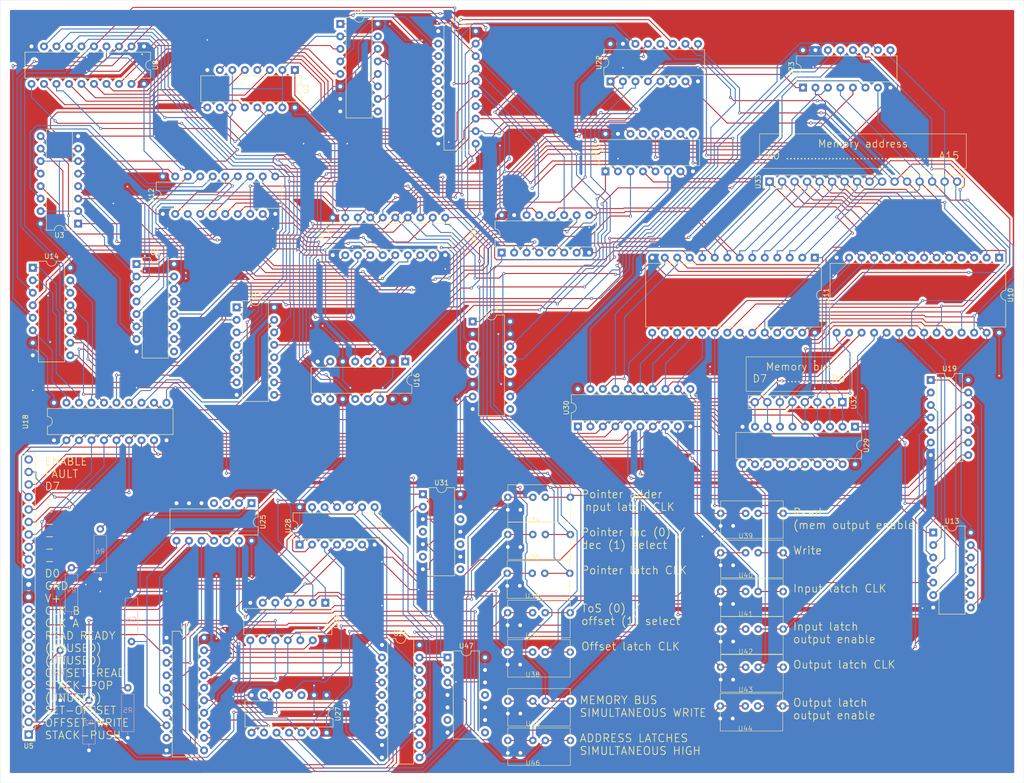
<source format=kicad_pcb>
(kicad_pcb (version 20240108) (generator "pcbnew") (generator_version "8.0")
  (layers (0 "F.Cu" signal) (31 "B.Cu" signal) (34 "B.Paste" user) (35 "F.Paste" user) (36 "B.SilkS" user "B.Silkscreen") (37 "F.SilkS" user "F.Silkscreen") (38 "B.Mask" user) (39 "F.Mask" user) (44 "Edge.Cuts" user))
  (net 0 "")
  (net 1 "Net-(U1-Σ0)")
  (net 2 "Net-(U1-B1)")
  (net 3 "Net-(U1-Σ1)")
  (net 4 "Net-(U1-B0)")
  (net 5 "Net-(U1-A0)")
  (net 6 "Net-(U1-Σ2)")
  (net 7 "Net-(U1-C_OUT)")
  (net 8 "Net-(U1-A1)")
  (net 9 "Net-(U1-A3)")
  (net 10 "Net-(U1-Σ3)")
  (net 11 "Net-(U1-A2)")
  (net 12 "Net-(U2-Σ3)")
  (net 13 "Net-(U2-Σ1)")
  (net 14 "Net-(U2-A3)")
  (net 15 "Net-(U2-Σ2)")
  (net 16 "Net-(U2-A0)")
  (net 17 "Net-(U2-Σ0)")
  (net 18 "Net-(U2-A1)")
  (net 19 "Net-(U2-C_OUT)")
  (net 20 "Net-(U2-A2)")
  (net 21 "Net-(U3-Σ3)")
  (net 22 "Net-(U3-Σ1)")
  (net 23 "Net-(U3-C_OUT)")
  (net 24 "Net-(U3-Σ2)")
  (net 25 "Net-(U3-Σ0)")
  (net 26 "Net-(U4-Σ1)")
  (net 27 "Net-(U4-Σ2)")
  (net 28 "Net-(U4-Σ3)")
  (net 30 "Net-(U4-Σ0)")
  (net 31 "Net-(U1-C_IN)")
  (net 32 "Net-(U14-A0)")
  (net 33 "Net-(U15-A2)")
  (net 34 "Net-(U15-A3)")
  (net 35 "Net-(U14-A2)")
  (net 36 "Net-(U14-A3)")
  (net 37 "Net-(U14-A1)")
  (net 38 "Net-(U15-A1)")
  (net 39 "Net-(U15-A0)")
  (net 40 "Net-(U10-A1)")
  (net 41 "Net-(U10-A6)")
  (net 42 "Net-(U10-OE#)")
  (net 43 "Net-(U10-CE#)")
  (net 44 "Net-(U10-A12)")
  (net 45 "Net-(U10-A10)")
  (net 46 "Net-(U10-A8)")
  (net 47 "Net-(U10-A0)")
  (net 48 "Net-(U10-D4)")
  (net 49 "Net-(U10-WE#)")
  (net 50 "Net-(U10-D0)")
  (net 51 "Net-(U10-D6)")
  (net 52 "Net-(U10-A7)")
  (net 53 "Net-(U10-A5)")
  (net 54 "Net-(U10-A14)")
  (net 55 "Net-(U10-A11)")
  (net 56 "Net-(U10-D7)")
  (net 57 "Net-(U10-D5)")
  (net 58 "Net-(U10-A13)")
  (net 59 "Net-(U10-A4)")
  (net 60 "Net-(U10-D1)")
  (net 61 "Net-(U10-D3)")
  (net 62 "Net-(U10-A9)")
  (net 63 "Net-(U10-A2)")
  (net 64 "Net-(U10-D2)")
  (net 65 "Net-(U10-A3)")
  (net 66 "Net-(U12-Q1)")
  (net 67 "Net-(U11-CE#)")
  (net 68 "Net-(U12-Q3)")
  (net 69 "Net-(U12-Q2)")
  (net 70 "Net-(U12-Q0)")
  (net 71 "Net-(U12-Q7)")
  (net 72 "Net-(U12-Q5)")
  (net 73 "Net-(U12-Q6)")
  (net 74 "Net-(U12-Q4)")
  (net 75 "Net-(U19-4A)")
  (net 76 "Net-(U14-B2)")
  (net 77 "Net-(U14-Σ3)")
  (net 78 "Net-(U14-Σ0)")
  (net 79 "Net-(U14-B1)")
  (net 80 "Net-(U14-C_OUT)")
  (net 81 "Net-(U14-B3)")
  (net 82 "Net-(U14-Σ1)")
  (net 83 "Net-(U14-B0)")
  (net 84 "Net-(U14-Σ2)")
  (net 85 "Net-(U15-Σ3)")
  (net 86 "Net-(U15-Σ2)")
  (net 87 "Net-(U15-Σ0)")
  (net 88 "Net-(U15-B3)")
  (net 89 "Net-(U15-C_OUT)")
  (net 90 "Net-(U15-B1)")
  (net 91 "Net-(U15-B0)")
  (net 92 "Net-(U15-Σ1)")
  (net 93 "Net-(U15-B2)")
  (net 94 "Net-(U16-Σ0)")
  (net 95 "Net-(U16-C_OUT)")
  (net 96 "Net-(U16-Σ3)")
  (net 97 "Net-(U16-Σ1)")
  (net 98 "Net-(U16-Σ2)")
  (net 100 "Net-(U17-Σ2)")
  (net 101 "Net-(U17-Σ1)")
  (net 102 "Net-(U17-Σ0)")
  (net 103 "Net-(U17-Σ3)")
  (net 104 "Net-(U18-CLK)")
  (net 105 "Net-(U12-D3)")
  (net 106 "Net-(U12-D5)")
  (net 107 "Net-(U12-D4)")
  (net 108 "Net-(U12-D6)")
  (net 109 "Net-(U12-D0)")
  (net 110 "Net-(U12-D7)")
  (net 111 "Net-(U20-S)")
  (net 112 "Net-(U12-D2)")
  (net 113 "Net-(U12-D1)")
  (net 114 "Net-(U12-CLK)")
  (net 115 "Net-(U26-D4)")
  (net 116 "Net-(U24-1A)")
  (net 117 "Net-(U24-2A)")
  (net 118 "Net-(U19-2B)")
  (net 119 "Net-(U26-Q0)")
  (net 120 "Net-(U26-D2)")
  (net 121 "Net-(U24-2B)")
  (net 122 "Net-(U25-2A)")
  (net 123 "Net-(U26-D1)")
  (net 124 "Net-(U25-2B)")
  (net 125 "Net-(U24-3A)")
  (net 126 "Net-(U26-Q5)")
  (net 127 "Net-(U26-Q2)")
  (net 128 "Net-(U26-D6)")
  (net 129 "Net-(U26-D5)")
  (net 130 "Net-(U24-4A)")
  (net 131 "Net-(U26-Q4)")
  (net 132 "Net-(U26-D3)")
  (net 133 "Net-(U13-I3)")
  (net 134 "Net-(U13-I4)")
  (net 135 "Net-(U13-03)")
  (net 136 "Net-(U13-O4)")
  (net 137 "Net-(U13-I2)")
  (net 138 "Net-(U13-I1)")
  (net 139 "Net-(U18-D7)")
  (net 140 "Net-(U18-D6)")
  (net 141 "Net-(U18-D4)")
  (net 142 "Net-(U18-D2)")
  (net 143 "Net-(U18-D0)")
  (net 144 "Net-(U18-D5)")
  (net 145 "Net-(U18-D1)")
  (net 146 "Net-(U18-D3)")
  (net 147 "Net-(U19-1B)")
  (net 148 "Net-(U19-4Q)")
  (net 149 "Net-(U24-4Q)")
  (net 150 "Net-(U24-3Q)")
  (net 151 "Net-(U24-1Q)")
  (net 152 "Net-(U25-0A)")
  (net 153 "Net-(U25-Q3)")
  (net 155 "Net-(U26-Q1)")
  (net 156 "Net-(U26-CLK)")
  (net 158 "Net-(U26-D0)")
  (net 159 "Net-(U26-Q6)")
  (net 161 "Net-(U27-3B)")
  (net 162 "Net-(U28-2A)")
  (net 163 "Net-(U28-1B)")
  (net 169 "Net-(U24-1B)")
  (net 170 "Net-(U26-Q3)")
  (net 171 "Net-(U13-O5)")
  (net 172 "Net-(U13-I5)")
  (net 173 "Net-(U24-2Q)")
  (net 174 "Net-(U25-3B)")
  (net 175 "Net-(U25-3A)")
  (net 176 "Net-(U25-Q0)")
  (net 177 "Net-(U27-Q2)")
  (net 178 "Net-(U27-Q3)")
  (net 179 "Net-(U27-Q1)")
  (net 180 "Net-(U28-2Q)")
  (net 181 "Net-(U29-CLK)")
  (net 182 "Net-(U30-CLK)")
  (net 186 "Net-(U47-1B)")
  (net 187 "Net-(U44-IN)")
  (footprint "custom_footprint_library:jumper" (layer "F.Cu") (at 184.456 133.348)
    (property "Reference" "U40")
    (property "Value" "~")
  )
  (footprint "custom_footprint_library:jumper" (layer "F.Cu") (at 184.376 164.478)
    (property "Reference" "U44")
    (property "Value" "~")
  )
  (footprint "Package_DIP:DIP-16_W7.62mm" (layer "F.Cu") (at 81.052 78.415)
    (property "Reference" "U15")
    (property "Value" "~")
  )
  (footprint "Package_DIP:DIP-20_W7.62mm" (layer "F.Cu") (at 62.23 25.4 -90)
    (property "Reference" "U8")
    (property "Value" "~")
  )
  (footprint "Package_DIP:DIP-28_W15.24mm" (layer "F.Cu") (at 198.496 68.321 -90)
    (property "Reference" "U11")
    (property "Value" "~")
  )
  (footprint "Package_DIP:DIP-14_W7.62mm" (layer "F.Cu") (at 99.06 138.43 -90)
    (property "Reference" "U24")
    (property "Value" "~")
  )
  (footprint "Package_DIP:DIP-16_W7.62mm" (layer "F.Cu") (at 196.088 33.782 90)
    (property "Reference" "U23")
    (property "Value" "~")
  )
  (footprint "Package_DIP:DIP-16_W7.62mm" (layer "F.Cu") (at 60.716 69.611)
    (property "Reference" "U4")
    (property "Value" "~")
  )
  (footprint "Package_DIP:DIP-28_W15.24mm" (layer "F.Cu") (at 235.956 68.321 -90)
    (property "Reference" "U10")
    (property "Value" "~")
  )
  (footprint "custom_footprint_library:jumper" (layer "F.Cu") (at 184.456 125.348)
    (property "Reference" "U39")
    (property "Value" "~")
  )
  (footprint "custom_footprint_library:jumper" (layer "F.Cu") (at 141.184 145.524)
    (property "Reference" "U37")
    (property "Value" "~")
  )
  (footprint "Package_DIP:DIP-16_W7.62mm" (layer "F.Cu") (at 92.875 30.2 -90)
    (property "Reference" "U2")
    (property "Value" "~")
  )
  (footprint "Package_DIP:DIP-14_W7.62mm" (layer "F.Cu") (at 84.074 118.2 -90)
    (property "Reference" "U25")
    (property "Value" "~")
  )
  (footprint "Package_DIP:DIP-14_W7.62mm" (layer "F.Cu") (at 222.566 124.171)
    (property "Reference" "U13")
    (property "Value" "~")
  )
  (footprint "Package_DIP:DIP-16_W7.62mm" (layer "F.Cu") (at 39.634 70.373)
    (property "Reference" "U14")
    (property "Value" "~")
  )
  (footprint "Package_DIP:DIP-16_W7.62mm" (layer "F.Cu") (at 48.852 61.41 180)
    (property "Reference" "U3")
    (property "Value" "~")
  )
  (footprint "Connector_PinHeader_2.54mm:PinHeader_1x23_P2.54mm_Vertical" (layer "F.Cu") (at 38.8 165.197 180)
    (property "Reference" "U5")
    (property "Value" "~")
  )
  (footprint "Package_DIP:DIP-14_W7.62mm" (layer "F.Cu") (at 93.84 126.62 90)
    (property "Reference" "U28")
    (property "Value" "~")
  )
  (footprint "Package_DIP:DIP-16_W7.62mm" (layer "F.Cu") (at 102.108 20.828)
    (property "Reference" "U1")
    (property "Value" "~")
  )
  (footprint "Package_DIP:DIP-16_W7.62mm" (layer "F.Cu") (at 134.889 67.3 90)
    (property "Reference" "U20")
    (property "Value" "~")
  )
  (footprint "Package_DIP:DIP-14_W7.62mm" (layer "F.Cu") (at 123.89 149.539)
    (property "Reference" "U47")
    (property "Value" "~")
  )
  (footprint "custom_footprint_library:jumper" (layer "F.Cu") (at 141.104 137.524)
    (property "Reference" "U36")
    (property "Value" "~")
  )
  (footprint "Package_DIP:DIP-20_W7.62mm" (layer "F.Cu") (at 122 22.3)
    (property "Reference" "U6")
    (property "Value" "~")
  )
  (footprint "custom_footprint_library:jumper" (layer "F.Cu") (at 184.456 156.588)
    (property "Reference" "U43")
    (property "Value" "~")
  )
  (footprint "Package_DIP:DIP-16_W7.62mm" (layer "F.Cu") (at 155.971 50.79 90)
    (property "Reference" "U21")
    (property "Value" "~")
  )
  (footprint "Package_DIP:DIP-20_W7.62mm" (layer "F.Cu") (at 43.942 105.41 90)
    (property "Reference" "U18")
    (property "Value" "~")
  )
  (footprint "custom_footprint_library:jumper" (layer "F.Cu") (at 141.224 163.476)
    (property "Reference" "U45")
    (property "Value" "~")
  )
  (footprint "Package_DIP:DIP-20_W7.62mm" (layer "F.Cu") (at 100.575 67.8 90)
    (property "Reference" "U7")
    (property "Value" "~")
  )
  (footprint "Connector_PinHeader_2.54mm:PinHeader_1x08_P2.54mm_Vertical" (layer "F.Cu") (at 204.099 97.668 -90)
    (property "Reference" "U32")
    (property "Value" "~")
  )
  (footprint "Package_DIP:DIP-16_W7.62mm" (layer "F.Cu") (at 115.301 89.418 -90)
    (property "Reference" "U16")
    (property "Value" "~")
  )
  (footprint "Package_DIP:DIP-14_W7.62mm" (layer "F.Cu") (at 118.882 116.375)
    (property "Reference" "U31")
    (property "Value" "~")
  )
  (footprint "Connector_PinHeader_2.54mm:PinHeader_1x16_P2.54mm_Vertical" (layer "F.Cu") (at 189.3125 52.8725 90)
    (property "Reference" "U33")
    (property "Value" "~")
  )
  (footprint "custom_footprint_library:jumper" (layer "F.Cu") (at 184.456 148.848)
    (property "Reference" "U42")
    (property "Value" "~")
  )
  (footprint "custom_footprint_library:jumper" (layer "F.Cu") (at 141.224 129.6415)
    (property "Reference" "U35")
    (property "Value" "~")
  )
  (footprint "Package_DIP:DIP-20_W7.62mm" (layer "F.Cu") (at 66.812 145.542)
    (property "Reference" "U9")
    (property "Value" "~")
  )
  (footprint "Package_DIP:DIP-16_W7.62mm" (layer "F.Cu") (at 156.987 32.502 90)
    (property "Reference" "U22")
    (property "Value" "~")
  )
  (footprint "Package_DIP:DIP-20_W7.62mm" (layer "F.Cu") (at 66.04 59.436 90)
    (property "Reference" "U12")
    (property "Value" "~")
  )
  (footprint "custom_footprint_library:jumper" (layer "F.Cu") (at 141.184 153.524)
    (property "Reference" "U38")
    (property "Value" "~")
  )
  (footprint "Package_DIP:DIP-16_W7.62mm" (layer "F.Cu") (at 129 81.3)
    (property "Reference" "U17")
    (property "Value" "~")
  )
  (footprint "custom_footprint_library:jumper" (layer "F.Cu") (at 184.456 141.218)
    (property "Reference" "U41")
    (property "Value" "~")
  )
  (footprint "Package_DIP:DIP-20_W7.62mm" (layer "F.Cu") (at 206.679 102.668 -90)
    (property "Reference" "U29")
    (property "Value" "~")
  )
  (footprint "custom_footprint_library:jumper" (layer "F.Cu") (at 141.224 171.476)
    (property "Reference" "U46")
    (property "Value" "~")
  )
  (footprint "custom_footprint_library:jumper" (layer "F.Cu") (at 141.224 122.074)
    (property "Reference" "U34")
    (property "Value" "~")
  )
  (footprint "Package_DIP:DIP-14_W7.62mm" (layer "F.Cu") (at 222.058 93.183)
    (property "Reference" "U19")
    (property "Value" "~")
  )
  (footprint "Package_DIP:DIP-20_W7.62mm" (layer "F.Cu") (at 150.368 102.616 90)
    (property "Reference" "U30")
    (property "Value" "~")
  )
  (footprint "Package_DIP:DIP-20_W7.62mm" (layer "F.Cu") (at 110.57 147.004)
    (property "Reference" "U26")
    (property "Value" "~")
  )
  (footprint "Package_DIP:DIP-14_W7.62mm" (layer "F.Cu") (at 99.319 157.2 -90)
    (property "Reference" "U27")
    (property "Value" "~")
  )
  (footprint "custom_footprint_library:0.4_pitch_resistor" (layer "B.Cu") (at 59.69 141.224)
    (property "Reference" "R3")
    (property "Value" "1k")
  )
  (footprint "custom_footprint_library:0.4_pitch_resistor" (layer "B.Cu") (at 58.928 160.782 180)
    (property "Reference" "R5")
    (property "Value" "1k")
  )
  (footprint "custom_footprint_library:0.4_pitch_resistor" (layer "B.Cu") (at 51.054 163.322 180)
    (property "Reference" "R2")
    (property "Value" "1k")
  )
  (footprint "custom_footprint_library:0.4_pitch_resistor" (layer "B.Cu") (at 53.34 128.524 180)
    (property "Reference" "R6")
    (property "Value" "1k")
  )
  (footprint "custom_footprint_library:0.4_pitch_resistor" (layer "B.Cu") (at 45.212 153.162 180)
    (property "Reference" "R1")
    (property "Value" "1k")
  )
  (footprint "custom_footprint_library:0.4_pitch_resistor" (layer "B.Cu") (at 47.498 136.398 180)
    (property "Reference" "R4")
    (property "Value" "1k")
  )
  (gr_rect (start 33 16) (end 241 175) (stroke (width 0.05)) (fill none) (layer "Edge.Cuts"))
  (gr_text "Read\n(mem output enable)\n\nWrite\n\n\nInput latch CLK\n\n\nInput latch\noutput enable\n\nOutput latch CLK\n\n\nOutput latch\noutput enable" (at 193.996 119.138 0) (layer "F.SilkS") (effects (font (size 1.6 1.6) (thickness 0.16)) (justify left top)))
  (gr_text "Pointer adder\ninput latch CLK\n\nPointer inc (0) /\ndec (1) select\n\nPointer latch CLK\n\n\nToS (0) /\noffset (1) select\n\nOffset latch CLK" (at 150.954 115.444 0) (layer "F.SilkS") (effects (font (size 1.6 1.6) (thickness 0.16)) (justify left top)))
  (gr_text "MEMORY BUS\nSIMULTANEOUS WRITE\n\nADDRESS LATCHES\nSIMULTANEOUS HIGH" (at 150.644 157.266 0) (layer "F.SilkS") (effects (font (size 1.6 1.6) (thickness 0.16)) (justify left top)))
  (gr_text_box "ENABLE\nFAULT\nD7\n-\n-\n-\n-\n-\n-\nD0\nGND\nV+\nCLK B\nCLK A\nREAD READY\n(UNUSED)\n(UNUSED)\nOFFSET-READ\nSTACK-POP\n(UNUSED)\nSET-OFFSET\nOFFSET-WRITE\nSTACK-PUSH" (start 40.8 107.632) (end 65.97 166.802) (layer "F.SilkS") (effects (font (size 1.57 1.57) (thickness 0.157)) (justify left top)) (border no) (stroke (width 0.1)))
  (gr_text_box "Memory address\nA0 .......................................... A15" (start 187.28 43.18) (end 229.28 50.18) (layer "F.SilkS") (effects (font (size 1.5 1.5)) (justify top)) (border yes) (stroke (width 0.1)))
  (gr_text_box "Memory bus\nD7 ............... D0" (start 184.5465 88.4755) (end 206.0465 95.4755) (layer "F.SilkS") (effects (font (size 1.5 1.5)) (justify top)) (border yes) (stroke (width 0.1)))
  (segment (start 109.0788 19.4144) (end 104.8476 23.6456) (width 0.2) (layer "B.Cu") (net 1))
  (segment (start 104.8476 23.6456) (end 104.8476 25.7084) (width 0.2) (layer "B.Cu") (net 1))
  (segment (start 120.5983 24.702) (end 115.3107 19.4144) (width 0.2) (layer "B.Cu") (net 1))
  (segment (start 122 24.84) (end 120.5983 24.84) (width 0.2) (layer "B.Cu") (net 1))
  (segment (start 115.3107 19.4144) (end 109.0788 19.4144) (width 0.2) (layer "B.Cu") (net 1))
  (segment (start 120.5983 24.84) (end 120.5983 24.702) (width 0.2) (layer "B.Cu") (net 1))
  (segment (start 104.8476 25.7084) (end 102.108 28.448) (width 0.2) (layer "B.Cu") (net 1))
  (segment (start 68.336 72.151) (end 60.716 72.151) (width 0.2) (layer "F.Cu") (net 2))
  (segment (start 148.844 124.5615) (end 143.764 124.5615) (width 0.2) (layer "F.Cu") (net 2))
  (segment (start 81.2161 46.3879) (end 78.894 48.71) (width 0.2) (layer "F.Cu") (net 2))
  (segment (start 109.728 23.368) (end 102.108 23.368) (width 0.2) (layer "F.Cu") (net 2))
  (segment (start 68.336 82.311) (end 60.716 82.311) (width 0.2) (layer "F.Cu") (net 2))
  (segment (start 78.894 48.71) (end 48.852 48.71) (width 0.2) (layer "F.Cu") (net 2))
  (via (at 81.2161 46.3879) (size 0.6) (drill 0.3) (layers "F.Cu" "B.Cu") (net 2))
  (segment (start 60.716 82.311) (end 59.3143 80.9093) (width 0.2) (layer "B.Cu") (net 2))
  (segment (start 131.9123 101.108) (end 131.9123 70.0549) (width 0.2) (layer "B.Cu") (net 2))
  (segment (start 81.1108 46.3879) (end 81.2161 46.3879) (width 0.2) (layer "B.Cu") (net 2))
  (segment (start 148.844 124.5615) (end 146.3026 122.0201) (width 0.2) (layer "B.Cu") (net 2))
  (segment (start 48.852 58.87) (end 54.215 64.233) (width 0.2) (layer "B.Cu") (net 2))
  (segment (start 109.728 33.528) (end 108.3263 32.1263) (width 0.2) (layer "B.Cu") (net 2))
  (segment (start 90.335 34.01) (end 90.335 30.2) (width 0.2) (layer "B.Cu") (net 2))
  (segment (start 79.8093 39.5874) (end 79.8093 45.0864) (width 0.2) (layer "B.Cu") (net 2))
  (segment (start 132.0891 66.5614) (end 111.2771 45.7494) (width 0.2) (layer "B.Cu") (net 2))
  (segment (start 54.215 65.65) (end 60.716 72.151) (width 0.2) (layer "B.Cu") (net 2))
  (segment (start 146.3026 122.0201) (end 146.3026 115.2092) (width 0.2) (layer "B.Cu") (net 2))
  (segment (start 102.108 23.368) (end 97.167 23.368) (width 0.2) (layer "B.Cu") (net 2))
  (segment (start 90.335 37.82) (end 90.335 34.01) (width 0.2) (layer "B.Cu") (net 2))
  (segment (start 80.175 39.2217) (end 79.8093 39.5874) (width 0.2) (layer "B.Cu") (net 2))
  (segment (start 45.042 48.71) (end 48.852 48.71) (width 0.2) (layer "B.Cu") (net 2))
  (segment (start 108.3263 24.5063) (end 108.3263 23.368) (width 0.2) (layer "B.Cu") (net 2))
  (segment (start 144.1178 113.0244) (end 143.8287 113.0244) (width 0.2) (layer "B.Cu") (net 2))
  (segment (start 143.8287 113.0244) (end 131.9123 101.108) (width 0.2) (layer "B.Cu") (net 2))
  (segment (start 108.3263 32.1263) (end 108.3263 24.5063) (width 0.2) (layer "B.Cu") (net 2))
  (segment (start 45.042 48.71) (end 45.042 58.87) (width 0.2) (layer "B.Cu") (net 2))
  (segment (start 41.232 58.87) (end 45.042 58.87) (width 0.2) (layer "B.Cu") (net 2))
  (segment (start 80.175 37.82) (end 80.175 39.2217) (width 0.2) (layer "B.Cu") (net 2))
  (segment (start 146.3026 115.2092) (end 144.1178 113.0244) (width 0.2) (layer "B.Cu") (net 2))
  (segment (start 111.2771 45.7494) (end 111.2771 25.4748) (width 0.2) (layer "B.Cu") (net 2))
  (segment (start 97.167 23.368) (end 90.335 30.2) (width 0.2) (layer "B.Cu") (net 2))
  (segment (start 131.9123 70.0549) (end 132.0891 69.8781) (width 0.2) (layer "B.Cu") (net 2))
  (segment (start 59.3143 73.5527) (end 60.716 72.151) (width 0.2) (layer "B.Cu") (net 2))
  (segment (start 109.728 23.368) (end 108.3263 23.368) (width 0.2) (layer "B.Cu") (net 2))
  (segment (start 80.175 34.01) (end 80.175 30.2) (width 0.2) (layer "B.Cu") (net 2))
  (segment (start 54.215 64.233) (end 54.215 65.65) (width 0.2) (layer "B.Cu") (net 2))
  (segment (start 41.232 48.71) (end 45.042 48.71) (width 0.2) (layer "B.Cu") (net 2))
  (segment (start 132.0891 69.8781) (end 132.0891 66.5614) (width 0.2) (layer "B.Cu") (net 2))
  (segment (start 45.042 58.87) (end 48.852 58.87) (width 0.2) (layer "B.Cu") (net 2))
  (segment (start 110.3086 24.5063) (end 108.3263 24.5063) (width 0.2) (layer "B.Cu") (net 2))
  (segment (start 79.8093 45.0864) (end 81.1108 46.3879) (width 0.2) (layer "B.Cu") (net 2))
  (segment (start 59.3143 80.9093) (end 59.3143 73.5527) (width 0.2) (layer "B.Cu") (net 2))
  (segment (start 80.175 37.82) (end 80.175 34.01) (width 0.2) (layer "B.Cu") (net 2))
  (segment (start 111.2771 25.4748) (end 110.3086 24.5063) (width 0.2) (layer "B.Cu") (net 2))
  (segment (start 90.335 34.01) (end 80.175 34.01) (width 0.2) (layer "B.Cu") (net 2))
  (segment (start 103.5097 20.828) (end 104.2177 20.828) (width 0.2) (layer "F.Cu") (net 3))
  (segment (start 105.6194 19.4263) (end 112.6446 19.4263) (width 0.2) (layer "F.Cu") (net 3))
  (segment (start 122 27.38) (end 120.5983 27.38) (width 0.2) (layer "F.Cu") (net 3))
  (segment (start 112.6446 19.4263) (end 120.5983 27.38) (width 0.2) (layer "F.Cu") (net 3))
  (segment (start 104.2177 20.828) (end 105.6194 19.4263) (width 0.2) (layer "F.Cu") (net 3))
  (segment (start 102.108 20.828) (end 103.5097 20.828) (width 0.2) (layer "F.Cu") (net 3))
  (segment (start 102.601 95.6363) (end 103.2496 95.6363) (width 0.2) (layer "F.Cu") (net 4))
  (segment (start 100.4617 146.05) (end 103.4745 146.05) (width 0.2) (layer "F.Cu") (net 4))
  (segment (start 83.9837 78.2324) (end 89.1903 78.2324) (width 0.2) (layer "F.Cu") (net 4))
  (segment (start 47.254 70.373) (end 43.162 74.465) (width 0.2) (layer "F.Cu") (net 4))
  (segment (start 129 83.84) (end 134.2175 83.84) (width 0.2) (layer "F.Cu") (net 4))
  (segment (start 74.432 145.542) (end 75.8337 145.542) (width 0.2) (layer "F.Cu") (net 4))
  (segment (start 96.9918 161.293) (end 96.779 161.0802) (width 0.2) (layer "F.Cu") (net 4))
  (segment (start 51.0787 67.95) (end 62.3925 67.95) (width 0.2) (layer "F.Cu") (net 4))
  (segment (start 52.4193 134.9677) (end 53.9049 134.9677) (width 0.2) (layer "F.Cu") (net 4))
  (segment (start 147.9703 94) (end 136.62 94) (width 0.2) (layer "F.Cu") (net 4))
  (segment (start 99.319 157.2) (end 96.779 157.2) (width 0.2) (layer "F.Cu") (net 4))
  (segment (start 131.51 149.539) (end 130.1083 149.539) (width 0.2) (layer "F.Cu") (net 4))
  (segment (start 158.442 26.337) (end 194.5113 26.337) (width 0.2) (layer "F.Cu") (net 4))
  (segment (start 103.2496 95.6363) (end 104.1376 94.7483) (width 0.2) (layer "F.Cu") (net 4))
  (segment (start 68.336 69.611) (end 66.9343 69.611) (width 0.2) (layer "F.Cu") (net 4))
  (segment (start 196.088 26.162) (end 194.6863 26.162) (width 0.2) (layer "F.Cu") (net 4))
  (segment (start 208.1051 94.8514) (end 211.1893 91.7672) (width 0.2) (layer "F.Cu") (net 4))
  (segment (start 154.5693 43.17) (end 153.8259 42.4266) (width 0.2) (layer "F.Cu") (net 4))
  (segment (start 64.6383 51.816) (end 62.5681 53.8862) (width 0.2) (layer "F.Cu") (net 4))
  (segment (start 198.496 94.8514) (end 208.1051 94.8514) (width 0.2) (layer "F.Cu") (net 4))
  (segment (start 118.7082 23.0852) (end 121.1703 20.6231) (width 0.2) (layer "F.Cu") (net 4))
  (segment (start 39.634 85.613) (end 41.0357 85.613) (width 0.2) (layer "F.Cu") (net 4))
  (segment (start 194.5113 26.337) (end 194.6863 26.162) (width 0.2) (layer "F.Cu") (net 4))
  (segment (start 96.1061 82.1618) (end 98.5146 82.1618) (width 0.2) (layer "F.Cu") (net 4))
  (segment (start 104.0087 98.4457) (end 102.601 97.038) (width 0.2) (layer "F.Cu") (net 4))
  (segment (start 55.8771 132.9955) (end 76.9502 132.9955) (width 0.2) (layer "F.Cu") (net 4))
  (segment (start 85.4757 125.82) (end 87.9805 123.3152) (width 0.2) (layer "F.Cu") (net 4))
  (segment (start 104.6439 144.8806) (end 114.6629 144.8806) (width 0.2) (layer "F.Cu") (net 4))
  (segment (start 134.7836 94) (end 136.62 94) (width 0.2) (layer "F.Cu") (net 4))
  (segment (start 88.672 78.415) (end 89.3729 78.415) (width 0.2) (layer "F.Cu") (net 4))
  (segment (start 62.5681 53.8862) (end 58.8543 53.8862) (width 0.2) (layer "F.Cu") (net 4))
  (segment (start 130.3209 22.3) (end 129.62 22.3) (width 0.2) (layer "F.Cu") (net 4))
  (segment (start 99.06 146.05) (end 100.4617 146.05) (width 0.2) (layer "F.Cu") (net 4))
  (segment (start 48.6557 70.373) (end 51.0787 67.95) (width 0.2) (layer "F.Cu") (net 4))
  (segment (start 211.1893 91.7672) (end 226.8605 91.7672) (width 0.2) (layer "F.Cu") (net 4))
  (segment (start 87.9805 123.3152) (end 92.9449 123.3152) (width 0.2) (layer "F.Cu") (net 4))
  (segment (start 66.9343 69.611) (end 65.5014 71.0439) (width 0.2) (layer "F.Cu") (net 4))
  (segment (start 89.3729 78.415) (end 90.0737 78.415) (width 0.2) (layer "F.Cu") (net 4))
  (segment (start 118.19 147.004) (end 116.7883 147.004) (width 0.2) (layer "F.Cu") (net 4))
  (segment (start 152.0355 91.9268) (end 177.2251 91.9268) (width 0.2) (layer "F.Cu") (net 4))
  (segment (start 103.4745 146.05) (end 104.6439 144.8806) (width 0.2) (layer "F.Cu") (net 4))
  (segment (start 118.7082 24.1452) (end 118.7082 23.0852) (width 0.2) (layer "F.Cu") (net 4))
  (segment (start 130.3209 22.3) (end 131.0217 22.3) (width 0.2) (layer "F.Cu") (net 4))
  (segment (start 41.0357 85.613) (end 42.9958 85.613) (width 0.2) (layer "F.Cu") (net 4))
  (segment (start 148.9663 94.996) (end 147.9703 94) (width 0.2) (layer "F.Cu") (net 4))
  (segment (start 93.8205 82.1618) (end 96.1061 82.1618) (width 0.2) (layer "F.Cu") (net 4))
  (segment (start 150.268 42.4266) (end 137.6674 42.4266) (width 0.2) (layer "F.Cu") (net 4))
  (segment (start 104.1376 94.7483) (end 110.721 94.7483) (width 0.2) (layer "F.Cu") (net 4))
  (segment (start 53.9049 134.9677) (end 55.8771 132.9955) (width 0.2) (layer "F.Cu") (net 4))
  (segment (start 89.1903 78.2324) (end 89.3729 78.415) (width 0.2) (layer "F.Cu") (net 4))
  (segment (start 43.162 74.465) (end 43.162 75.6182) (width 0.2) (layer "F.Cu") (net 4))
  (segment (start 97.6583 143.5079) (end 91.6983 143.5079) (width 0.2) (layer "F.Cu") (net 4))
  (segment (start 114.6629 144.8806) (end 116.7863 147.004) (width 0.2) (layer "F.Cu") (net 4))
  (segment (start 68.336 69.611) (end 69.7377 69.611) (width 0.2) (layer "F.Cu") (net 4))
  (segment (start 76.9502 132.9955) (end 84.074 132.9955) (width 0.2) (layer "F.Cu") (net 4))
  (segment (start 153.8259 42.4266) (end 150.268 42.4266) (width 0.2) (layer "F.Cu") (net 4))
  (segment (start 84.074 125.82) (end 85.4757 125.82) (width 0.2) (layer "F.Cu") (net 4))
  (segment (start 110.721 94.7483) (end 110.7438 94.7255) (width 0.2) (layer "F.Cu") (net 4))
  (segment (start 178.3424 89.3337) (end 198.496 89.3337) (width 0.2) (layer "F.Cu") (net 4))
  (segment (start 155.971 43.17) (end 154.5693 43.17) (width 0.2) (layer "F.Cu") (net 4))
  (segment (start 115.301 97.038) (end 125.85 97.038) (width 0.2) (layer "F.Cu") (net 4))
  (segment (start 134.2175 83.84) (end 136.62 83.84) (width 0.2) (layer "F.Cu") (net 4))
  (segment (start 66.04 51.816) (end 64.6383 51.816) (width 0.2) (layer "F.Cu") (net 4))
  (segment (start 70.7313 71.418) (end 69.7377 70.4244) (width 0.2) (layer "F.Cu") (net 4))
  (segment (start 82.769 72.5508) (end 70.7313 72.5508) (width 0.2) (layer "F.Cu") (net 4))
  (segment (start 229.678 93.183) (end 228.2763 93.183) (width 0.2) (layer "F.Cu") (net 4))
  (segment (start 112.761 97.038) (end 111.3533 98.4457) (width 0.2) (layer "F.Cu") (net 4))
  (segment (start 91.4892 143.717) (end 78.6934 143.717) (width 0.2) (layer "F.Cu") (net 4))
  (segment (start 111.3533 98.4457) (end 104.0087 98.4457) (width 0.2) (layer "F.Cu") (net 4))
  (segment (start 156.987 24.882) (end 158.442 26.337) (width 0.2) (layer "F.Cu") (net 4))
  (segment (start 229.678 93.183) (end 231.0797 93.183) (width 0.2) (layer "F.Cu") (net 4))
  (segment (start 231.9612 92.3015) (end 235.956 92.3015) (width 0.2) (layer "F.Cu") (net 4))
  (segment (start 226.8605 91.7672) (end 228.2763 93.183) (width 0.2) (layer "F.Cu") (net 4))
  (segment (start 96.779 155.2323) (end 97.0664 155.2323) (width 0.2) (layer "F.Cu") (net 4))
  (segment (start 133.6037 24.882) (end 155.5853 24.882) (width 0.2) (layer "F.Cu") (net 4))
  (segment (start 42.9958 85.613) (end 43.162 85.4468) (width 0.2) (layer "F.Cu") (net 4))
  (segment (start 115.301 97.038) (end 112.761 97.038) (width 0.2) (layer "F.Cu") (net 4))
  (segment (start 69.7377 70.4244) (end 69.7377 69.611) (width 0.2) (layer "F.Cu") (net 4))
  (segment (start 177.2251 90.451) (end 178.3424 89.3337) (width 0.2) (layer "F.Cu") (net 4))
  (segment (start 47.254 70.373) (end 48.6557 70.373) (width 0.2) (layer "F.Cu") (net 4))
  (segment (start 50.13 137.257) (end 52.4193 134.9677) (width 0.2) (layer "F.Cu") (net 4))
  (segment (start 65.5014 71.0439) (end 62.3925 71.0439) (width 0.2) (layer "F.Cu") (net 4))
  (segment (start 231.0797 93.183) (end 231.9612 92.3015) (width 0.2) (layer "F.Cu") (net 4))
  (segment (start 102.601 97.038) (end 102.601 95.6363) (width 0.2) (layer "F.Cu") (net 4))
  (segment (start 137.6674 42.4266) (end 134.5379 45.5561) (width 0.2) (layer "F.Cu") (net 4))
  (segment (start 148.9663 94.996) (end 152.0355 91.9268) (width 0.2) (layer "F.Cu") (net 4))
  (segment (start 126.1313 22.3) (end 124.444 20.6127) (width 0.2) (layer "F.Cu") (net 4))
  (segment (start 129.62 22.3) (end 126.1313 22.3) (width 0.2) (layer "F.Cu") (net 4))
  (segment (start 43.162 75.6182) (end 42.7537 76.0265) (width 0.2) (layer "F.Cu") (net 4))
  (segment (start 75.9848 145.6931) (end 76.9502 145.6931) (width 0.2) (layer "F.Cu") (net 4))
  (segment (start 109.728 20.828) (end 112.1551 20.828) (width 0.2) (layer "F.Cu") (net 4))
  (segment (start 90.0737 78.415) (end 93.8205 82.1618) (width 0.2) (layer "F.Cu") (net 4))
  (segment (start 97.0664 155.2323) (end 98.6188 153.6799) (width 0.2) (layer "F.Cu") (net 4))
  (segment (start 121.1703 20.6231) (end 121.8275 20.6231) (width 0.2) (layer "F.Cu") (net 4))
  (segment (start 127.5733 147.004) (end 130.1083 149.539) (width 0.2) (layer "F.Cu") (net 4))
  (segment (start 38.8 137.257) (end 50.13 137.257) (width 0.2) (layer "F.Cu") (net 4))
  (segment (start 156.987 24.882) (end 155.5853 24.882) (width 0.2) (layer "F.Cu") (net 4))
  (segment (start 131.0217 22.3) (end 133.6037 24.882) (width 0.2) (layer "F.Cu") (net 4))
  (segment (start 129 94) (end 134.7836 94) (width 0.2) (layer "F.Cu") (net 4))
  (segment (start 118.19 147.004) (end 127.5733 147.004) (width 0.2) (layer "F.Cu") (net 4))
  (segment (start 150.368 94.996) (end 148.9663 94.996) (width 0.2) (layer "F.Cu") (net 4))
  (segment (start 116.7863 147.004) (end 116.7883 147.004) (width 0.2) (layer "F.Cu") (net 4))
  (segment (start 75.8337 145.542) (end 75.9848 145.6931) (width 0.2) (layer "F.Cu") (net 4))
  (segment (start 91.6983 143.5079) (end 91.4892 143.717) (width 0.2) (layer "F.Cu") (net 4))
  (segment (start 99.319 161.293) (end 96.9918 161.293) (width 0.2) (layer "F.Cu") (net 4))
  (via (at 92.9449 123.3152) (size 0.6) (drill 0.3) (layers "F.Cu" "B.Cu") (net 4))
  (via (at 134.2175 83.84) (size 0.6) (drill 0.3) (layers "F.Cu" "B.Cu") (net 4))
  (via (at 110.7438 94.7255) (size 0.6) (drill 0.3) (layers "F.Cu" "B.Cu") (net 4))
  (via (at 177.2251 91.9268) (size 0.6) (drill 0.3) (layers "F.Cu" "B.Cu") (net 4))
  (via (at 134.5379 45.5561) (size 0.6) (drill 0.3) (layers "F.Cu" "B.Cu") (net 4))
  (via (at 198.496 89.3337) (size 0.6) (drill 0.3) (layers "F.Cu" "B.Cu") (net 4))
  (via (at 112.1551 20.828) (size 0.6) (drill 0.3) (layers "F.Cu" "B.Cu") (net 4))
  (via (at 76.9502 132.9955) (size 0.6) (drill 0.3) (layers "F.Cu" "B.Cu") (net 4))
  (via (at 96.779 155.2323) (size 0.6) (drill 0.3) (layers "F.Cu" "B.Cu") (net 4))
  (via (at 104.1376 94.7483) (size 0.6) (drill 0.3) (layers "F.Cu" "B.Cu") (net 4))
  (via (at 83.9837 78.2324) (size 0.6) (drill 0.3) (layers "F.Cu" "B.Cu") (net 4))
  (via (at 97.6583 143.5079) (size 0.6) (drill 0.3) (layers "F.Cu" "B.Cu") (net 4))
  (via (at 198.496 94.8514) (size 0.6) (drill 0.3) (layers "F.Cu" "B.Cu") (net 4))
  (via (at 96.1061 82.1618) (size 0.6) (drill 0.3) (layers "F.Cu" "B.Cu") (net 4))
  (via (at 43.162 85.4468) (size 0.6) (drill 0.3) (layers "F.Cu" "B.Cu") (net 4))
  (via (at 84.074 132.9955) (size 0.6) (drill 0.3) (layers "F.Cu" "B.Cu") (net 4))
  (via (at 150.268 42.4266) (size 0.6) (drill 0.3) (layers "F.Cu" "B.Cu") (net 4))
  (via (at 62.3925 71.0439) (size 0.6) (drill 0.3) (layers "F.Cu" "B.Cu") (net 4))
  (via (at 96.779 161.0802) (size 0.6) (drill 0.3) (layers "F.Cu" "B.Cu") (net 4))
  (via (at 76.9502 145.6931) (size 0.6) (drill 0.3) (layers "F.Cu" "B.Cu") (net 4))
  (via (at 70.7313 71.418) (size 0.6) (drill 0.3) (layers "F.Cu" "B.Cu") (net 4))
  (via (at 208.1051 94.8514) (size 0.6) (drill 0.3) (layers "F.Cu" "B.Cu") (net 4))
  (via (at 118.7082 24.1452) (size 0.6) (drill 0.3) (layers "F.Cu" "B.Cu") (net 4))
  (via (at 58.8543 53.8862) (size 0.6) (drill 0.3) (layers "F.Cu" "B.Cu") (net 4))
  (via (at 98.5146 82.1618) (size 0.6) (drill 0.3) (layers "F.Cu" "B.Cu") (net 4))
  (via (at 98.6188 153.6799) (size 0.6) (drill 0.3) (layers "F.Cu" "B.Cu") (net 4))
  (via (at 42.7537 76.0265) (size 0.6) (drill 0.3) (layers "F.Cu" "B.Cu") (net 4))
  (via (at 134.7836 94) (size 0.6) (drill 0.3) (layers "F.Cu" "B.Cu") (net 4))
  (via (at 124.444 20.6127) (size 0.6) (drill 0.3) (layers "F.Cu" "B.Cu") (net 4))
  (via (at 177.2251 90.451) (size 0.6) (drill 0.3) (layers "F.Cu" "B.Cu") (net 4))
  (via (at 70.7313 72.5508) (size 0.6) (drill 0.3) (layers "F.Cu" "B.Cu") (net 4))
  (via (at 82.769 72.5508) (size 0.6) (drill 0.3) (layers "F.Cu" "B.Cu") (net 4))
  (via (at 99.319 161.293) (size 0.6) (drill 0.3) (layers "F.Cu" "B.Cu") (net 4))
  (via (at 125.85 97.038) (size 0.6) (drill 0.3) (layers "F.Cu" "B.Cu") (net 4))
  (via (at 62.3925 67.95) (size 0.6) (drill 0.3) (layers "F.Cu" "B.Cu") (net 4))
  (via (at 121.8275 20.6231) (size 0.6) (drill 0.3) (layers "F.Cu" "B.Cu") (net 4))
  (via (at 78.6934 143.717) (size 0.6) (drill 0.3) (layers "F.Cu" "B.Cu") (net 4))
  (via (at 235.956 92.3015) (size 0.6) (drill 0.3) (layers "F.Cu" "B.Cu") (net 4))
  (segment (start 134.7836 94) (end 134.2175 93.4339) (width 0.2) (layer "B.Cu") (net 4))
  (segment (start 102.601 89.418) (end 102.601 86.2482) (width 0.2) (layer "B.Cu") (net 4))
  (segment (start 105.797 29.839) (end 102.108 33.528) (width 0.2) (layer "B.Cu") (net 4))
  (segment (start 96.779 158.6017) (end 96.779 161.0802) (width 0.2) (layer "B.Cu") (net 4))
  (segment (start 228.2256 120.8089) (end 228.2256 94.6354) (width 0.2) (layer "B.Cu") (net 4))
  (segment (start 41.232 61.41) (end 41.232 62.8117) (width 0.2) (layer "B.Cu") (net 4))
  (segment (start 100.575 60.18) (end 100.575 58.7783) (width 0.2) (layer "B.Cu") (net 4))
  (segment (start 47.254 68.9713) (end 47.254 68.8337) (width 0.2) (layer "B.Cu") (net 4))
  (segment (start 95.9172 68.3783) (end 95.9172 81.9729) (width 0.2) (layer "B.Cu") (net 4))
  (segment (start 112.761 89.418) (end 112.761 92.7083) (width 0.2) (layer "B.Cu") (net 4))
  (segment (start 206.679 110.288) (end 206.679 108.8863) (width 0.2) (layer "B.Cu") (net 4))
  (segment (start 42.7537 85.0385) (end 42.7537 76.0265) (width 0.2) (layer "B.Cu") (net 4))
  (segment (start 121.8275 20.6231) (end 121.8379 20.6127) (width 0.2) (layer "B.Cu") (net 4))
  (segment (start 95.9172 81.9729) (end 96.1061 82.1618) (width 0.2) (layer "B.Cu") (net 4))
  (segment (start 206.679 108.8863) (end 208.8068 106.7585) (width 0.2) (layer "B.Cu") (net 4))
  (segment (start 96.779 157.2) (end 96.779 158.6017) (width 0.2) (layer "B.Cu") (net 4))
  (segment (start 100.7063 33.528) (end 95.1885 39.0458) (width 0.2) (layer "B.Cu") (net 4))
  (segment (start 208.8068 106.7585) (end 208.8068 95.5531) (width 0.2) (layer "B.Cu") (net 4))
  (segment (start 62.3925 71.0439) (end 62.3925 67.95) (width 0.2) (layer "B.Cu") (net 4))
  (segment (start 95.1885 39.2217) (end 92.875 39.2217) (width 0.2) (layer "B.Cu") (net 4))
  (segment (start 99.06 144.6483) (end 98.7987 144.6483) (width 0.2) (layer "B.Cu") (net 4))
  (segment (start 99.06 146.05) (end 99.06 144.6483) (width 0.2) (layer "B.Cu") (net 4))
  (segment (start 62.3925 57.4244) (end 58.8543 53.8862) (width 0.2) (layer "B.Cu") (net 4))
  (segment (start 99.06 146.05) (end 99.06 147.4517) (width 0.2) (layer "B.Cu") (net 4))
  (segment (start 96.8171 65.637) (end 96.6497 65.8044) (width 0.2) (layer "B.Cu") (net 4))
  (segment (start 121.8379 20.6127) (end 124.444 20.6127) (width 0.2) (layer "B.Cu") (net 4))
  (segment (start 42.6513 95.0976) (end 43.942 96.3883) (width 0.2) (layer "B.Cu") (net 4))
  (segment (start 150.268 33.0027) (end 150.268 42.4266) (width 0.2) (layer "B.Cu") (net 4))
  (segment (start 134.2175 93.4339) (end 134.2175 83.84) (width 0.2) (layer "B.Cu") (net 4))
  (segment (start 235.956 83.561) (end 235.956 92.3015) (width 0.2) (layer "B.Cu") (net 4))
  (segment (start 230.186 122.7693) (end 228.2256 120.8089) (width 0.2) (layer "B.Cu") (net 4))
  (segment (start 39.634 85.613) (end 42.6513 88.6303) (width 0.2) (layer "B.Cu") (net 4))
  (segment (start 70.7313 71.418) (end 70.7313 72.5508) (width 0.2) (layer "B.Cu") (net 4))
  (segment (start 100.9776 45.0108) (end 95.1885 39.2217) (width 0.2) (layer "B.Cu") (net 4))
  (segment (start 100.9776 52.628) (end 100.9776 45.0108) (width 0.2) (layer "B.Cu") (net 4))
  (segment (start 230.186 124.171) (end 230.186 122.7693) (width 0.2) (layer "B.Cu") (net 4))
  (segment (start 92.9449 123.3152) (end 93.84 122.4201) (width 0.2) (layer "B.Cu") (net 4))
  (segment (start 62.23 33.02) (end 62.23 46.6043) (width 0.2) (layer "B.Cu") (net 4))
  (segment (start 83.9837 73.7655) (end 82.769 72.5508) (width 0.2) (layer "B.Cu") (net 4))
  (segment (start 101.5805 33.528) (end 102.108 33.528) (width 0.2) (layer "B.Cu") (net 4))
  (segment (start 126.502 97.038) (end 125.85 97.038) (width 0.2) (layer "B.Cu") (net 4))
  (segment (start 42.6513 88.6303) (end 42.6513 95.0976) (width 0.2) (layer "B.Cu") (net 4))
  (segment (start 96.779 157.2) (end 96.779 155.7983) (width 0.2) (layer "B.Cu") (net 4))
  (segment (start 76.9502 143.717) (end 76.9502 132.9955) (width 0.2) (layer "B.Cu") (net 4))
  (segment (start 112.761 92.7083) (end 110.7438 94.7255) (width 0.2) (layer "B.Cu") (net 4))
  (segment (start 99.319 164.82) (end 99.319 161.293) (width 0.2) (layer "B.Cu") (net 4))
  (segment (start 105.797 24.759) (end 105.797 29.839) (width 0.2) (layer "B.Cu") (net 4))
  (segment (start 156.987 24.882) (end 156.987 26.2837) (width 0.2) (layer "B.Cu") (net 4))
  (segment (start 118.7082 24.1452) (end 115.4723 24.1452) (width 0.2) (layer "B.Cu") (net 4))
  (segment (start 93.84 119) (end 93.84 117.5983) (width 0.2) (layer "B.Cu") (net 4))
  (segment (start 228.2256 94.6354) (end 229.678 93.183) (width 0.2) (layer "B.Cu") (net 4))
  (segment (start 134.889 58.2783) (end 134.5379 57.9272) (width 0.2) (layer "B.Cu") (net 4))
  (segment (start 92.875 37.82) (end 92.875 39.2217) (width 0.2) (layer "B.Cu") (net 4))
  (segment (start 101.5805 33.528) (end 100.7063 33.528) (width 0.2) (layer "B.Cu") (net 4))
  (segment (start 126.502 96.498) (end 126.502 97.038) (width 0.2) (layer "B.Cu") (net 4))
  (segment (start 62.23 46.6043) (end 66.04 50.4143) (width 0.2) (layer "B.Cu") (net 4))
  (segment (start 83.9837 78.2324) (end 83.9837 73.7655) (width 0.2) (layer "B.Cu") (net 4))
  (segment (start 76.9502 143.717) (end 78.6934 143.717) (width 0.2) (layer "B.Cu") (net 4))
  (segment (start 126.502 97.038) (end 126.502 116.375) (width 0.2) (layer "B.Cu") (net 4))
  (segment (start 43.162 85.4468) (end 42.7537 85.0385) (width 0.2) (layer "B.Cu") (net 4))
  (segment (start 115.4723 24.1452) (end 112.1551 20.828) (width 0.2) (layer "B.Cu") (net 4))
  (segment (start 102.601 97.038) (end 102.601 108.8373) (width 0.2) (layer "B.Cu") (net 4))
  (segment (start 109.728 20.828) (end 105.797 24.759) (width 0.2) (layer "B.Cu") (net 4))
  (segment (start 84.074 125.82) (end 84.074 132.9955) (width 0.2) (layer "B.Cu") (net 4))
  (segment (start 66.04 51.816) (end 66.04 50.4143) (width 0.2) (layer "B.Cu") (net 4))
  (segment (start 47.254 68.8337) (end 41.232 62.8117) (width 0.2) (layer "B.Cu") (net 4))
  (segment (start 47.254 70.373) (end 47.254 68.9713) (width 0.2) (layer "B.Cu") (net 4))
  (segment (start 198.496 83.561) (end 198.496 89.3337) (width 0.2) (layer "B.Cu") (net 4))
  (segment (start 96.779 155.7983) (end 96.779 155.2323) (width 0.2) (layer "B.Cu") (net 4))
  (segment (start 100.0085 61.5817) (end 96.8171 64.7731) (width 0.2) (layer "B.Cu") (net 4))
  (segment (start 100.575 58.7783) (end 100.575 53.0306) (width 0.2) (layer "B.Cu") (net 4))
  (segment (start 93.84 122.4201) (end 93.84 119) (width 0.2) (layer "B.Cu") (net 4))
  (segment (start 98.6188 147.8929) (end 98.6188 153.6799) (width 0.2) (layer "B.Cu") (net 4))
  (segment (start 136.62 83.84) (end 136.62 81.3) (width 0.2) (layer "B.Cu") (net 4))
  (segment (start 198.496 89.3337) (end 198.496 94.8514) (width 0.2) (layer "B.Cu") (net 4))
  (segment (start 96.6497 67.6458) (end 95.9172 68.3783) (width 0.2) (layer "B.Cu") (net 4))
  (segment (start 62.3925 67.95) (end 62.3925 57.4244) (width 0.2) (layer "B.Cu") (net 4))
  (segment (start 100.575 53.0306) (end 100.9776 52.628) (width 0.2) (layer "B.Cu") (net 4))
  (segment (start 99.06 147.4517) (end 98.6188 147.8929) (width 0.2) (layer "B.Cu") (net 4))
  (segment (start 96.6497 65.8044) (end 96.6497 67.6458) (width 0.2) (layer "B.Cu") (net 4))
  (segment (start 100.575 61.5817) (end 100.0085 61.5817) (width 0.2) (layer "B.Cu") (net 4))
  (segment (start 208.8068 95.5531) (end 208.1051 94.8514) (width 0.2) (layer "B.Cu") (net 4))
  (segment (start 100.575 60.18) (end 100.575 61.5817) (width 0.2) (layer "B.Cu") (net 4))
  (segment (start 43.942 97.79) (end 43.942 96.3883) (width 0.2) (layer "B.Cu") (net 4))
  (segment (start 134.889 59.68) (end 134.889 58.2783) (width 0.2) (layer "B.Cu") (net 4))
  (segment (start 102.601 108.8373) (end 93.84 117.5983) (width 0.2) (layer "B.Cu") (net 4))
  (segment (start 98.7987 144.6483) (end 97.6583 143.5079) (width 0.2) (layer "B.Cu") (net 4))
  (segment (start 134.5379 57.9272) (end 134.5379 45.5561) (width 0.2) (layer "B.Cu") (net 4))
  (segment (start 156.987 26.2837) (end 150.268 33.0027) (width 0.2) (layer "B.Cu") (net 4))
  (segment (start 129 94) (end 126.502 96.498) (width 0.2) (layer "B.Cu") (net 4))
  (segment (start 95.1885 39.0458) (end 95.1885 39.2217) (width 0.2) (layer "B.Cu") (net 4))
  (segment (start 177.2251 90.451) (end 177.2251 91.9268) (width 0.2) (layer "B.Cu") (net 4))
  (segment (start 76.9502 145.6931) (end 76.9502 143.717) (width 0.2) (layer "B.Cu") (net 4))
  (segment (start 104.1376 94.7483) (end 102.601 93.2117) (width 0.2) (layer "B.Cu") (net 4))
  (segment (start 102.601 93.2117) (end 102.601 89.418) (width 0.2) (layer "B.Cu") (net 4))
  (segment (start 96.8171 64.7731) (end 96.8171 65.637) (width 0.2) (layer "B.Cu") (net 4))
  (segment (start 102.601 86.2482) (end 98.5146 82.1618) (width 0.2) (layer "B.Cu") (net 4))
  (segment (start 100.7063 30.988) (end 95.6432 25.9249) (width 0.2) (layer "F.Cu") (net 5))
  (segment (start 95.6432 25.9249) (end 66.7851 25.9249) (width 0.2) (layer "F.Cu") (net 5))
  (segment (start 102.108 30.988) (end 100.7063 30.988) (width 0.2) (layer "F.Cu") (net 5))
  (segment (start 66.7851 25.9249) (end 59.69 33.02) (width 0.2) (layer "F.Cu") (net 5))
  (segment (start 122 29.92) (end 112.6017 29.92) (width 0.2) (layer "F.Cu") (net 6))
  (segment (start 112.6017 29.92) (end 111.1297 28.448) (width 0.2) (layer "F.Cu") (net 6))
  (segment (start 109.728 28.448) (end 111.1297 28.448) (width 0.2) (layer "F.Cu") (net 6))
  (segment (start 98.896 39.3747) (end 100.9479 41.4266) (width 0.2) (layer "F.Cu") (net 7))
  (segment (start 105.5077 41.4266) (end 108.3263 38.608) (width 0.2) (layer "F.Cu") (net 7))
  (segment (start 109.728 38.608) (end 108.3263 38.608) (width 0.2) (layer "F.Cu") (net 7))
  (segment (start 100.9479 41.4266) (end 105.5077 41.4266) (width 0.2) (layer "F.Cu") (net 7))
  (segment (start 98.896 32.7292) (end 98.896 39.3747) (width 0.2) (layer "F.Cu") (net 7))
  (segment (start 77.635 30.2) (end 79.7865 28.0485) (width 0.2) (layer "F.Cu") (net 7))
  (segment (start 79.7865 28.0485) (end 94.2153 28.0485) (width 0.2) (layer "F.Cu") (net 7))
  (segment (start 94.2153 28.0485) (end 98.896 32.7292) (width 0.2) (layer "F.Cu") (net 7))
  (segment (start 64.9468 25.2232) (end 57.15 33.02) (width 0.2) (layer "F.Cu") (net 8))
  (segment (start 100.0215 25.2232) (end 64.9468 25.2232) (width 0.2) (layer "F.Cu") (net 8))
  (segment (start 100.7063 25.908) (end 100.0215 25.2232) (width 0.2) (layer "F.Cu") (net 8))
  (segment (start 102.108 25.908) (end 100.7063 25.908) (width 0.2) (layer "F.Cu") (net 8))
  (segment (start 52.07 33.02) (end 54.1784 35.1284) (width 0.2) (layer "F.Cu") (net 9))
  (segment (start 94.5079 27.3468) (end 99.5977 32.4366) (width 0.2) (layer "F.Cu") (net 9))
  (segment (start 70.9087 27.3468) (end 94.5079 27.3468) (width 0.2) (layer "F.Cu") (net 9))
  (segment (start 63.1271 35.1284) (end 70.9087 27.3468) (width 0.2) (layer "F.Cu") (net 9))
  (segment (start 99.5977 32.4366) (end 99.5977 39.0841) (width 0.2) (layer "F.Cu") (net 9))
  (segment (start 54.1784 35.1284) (end 63.1271 35.1284) (width 0.2) (layer "F.Cu") (net 9))
  (segment (start 106.3032 37.442) (end 106.3032 34.4128) (width 0.2) (layer "F.Cu") (net 9))
  (segment (start 99.5977 39.0841) (end 101.2385 40.7249) (width 0.2) (layer "F.Cu") (net 9))
  (segment (start 103.0203 40.7249) (end 106.3032 37.442) (width 0.2) (layer "F.Cu") (net 9))
  (segment (start 106.3032 34.4128) (end 109.728 30.988) (width 0.2) (layer "F.Cu") (net 9))
  (segment (start 101.2385 40.7249) (end 103.0203 40.7249) (width 0.2) (layer "F.Cu") (net 9))
  (segment (start 122 32.46) (end 114.7377 32.46) (width 0.2) (layer "F.Cu") (net 10))
  (segment (start 109.728 36.068) (end 111.1297 36.068) (width 0.2) (layer "F.Cu") (net 10))
  (segment (start 114.7377 32.46) (end 111.1297 36.068) (width 0.2) (layer "F.Cu") (net 10))
  (segment (start 109.728 25.908) (end 105.2178 30.4182) (width 0.2) (layer "F.Cu") (net 11))
  (segment (start 105.2178 37.5351) (end 102.7297 40.0232) (width 0.2) (layer "F.Cu") (net 11))
  (segment (start 62.8365 34.4267) (end 56.0167 34.4267) (width 0.2) (layer "F.Cu") (net 11))
  (segment (start 100.5471 32.3045) (end 94.8692 26.6266) (width 0.2) (layer "F.Cu") (net 11))
  (segment (start 70.6366 26.6266) (end 62.8365 34.4267) (width 0.2) (layer "F.Cu") (net 11))
  (segment (start 102.7297 40.0232) (end 101.5291 40.0232) (width 0.2) (layer "F.Cu") (net 11))
  (segment (start 94.8692 26.6266) (end 70.6366 26.6266) (width 0.2) (layer "F.Cu") (net 11))
  (segment (start 100.5471 39.0412) (end 100.5471 32.3045) (width 0.2) (layer "F.Cu") (net 11))
  (segment (start 56.0167 34.4267) (end 54.61 33.02) (width 0.2) (layer "F.Cu") (net 11))
  (segment (start 101.5291 40.0232) (end 100.5471 39.0412) (width 0.2) (layer "F.Cu") (net 11))
  (segment (start 105.2178 30.4182) (end 105.2178 37.5351) (width 0.2) (layer "F.Cu") (net 11))
  (segment (start 122 42.62) (end 120.5983 42.62) (width 0.2) (layer "F.Cu") (net 12))
  (segment (start 118.9849 44.2334) (end 120.5983 42.62) (width 0.2) (layer "F.Cu") (net 12))
  (segment (start 84.0484 44.2334) (end 118.9849 44.2334) (width 0.2) (layer "F.Cu") (net 12))
  (segment (start 77.635 37.82) (end 84.0484 44.2334) (width 0.2) (layer "F.Cu") (net 12))
  (segment (start 92.875 35.3383) (end 100.3667 42.83) (width 0.2) (layer "F.Cu") (net 13))
  (segment (start 100.3667 42.83) (end 115.3083 42.83) (width 0.2) (layer "F.Cu") (net 13))
  (segment (start 92.875 30.2) (end 92.875 31.6017) (width 0.2) (layer "F.Cu") (net 13))
  (segment (start 92.875 31.6017) (end 92.875 35.3383) (width 0.2) (layer "F.Cu") (net 13))
  (segment (start 115.3083 42.83) (end 120.5983 37.54) (width 0.2) (layer "F.Cu") (net 13))
  (segment (start 122 37.54) (end 120.5983 37.54) (width 0.2) (layer "F.Cu") (net 13))
  (segment (start 41.91 33.02) (end 46.1235 37.2335) (width 0.2) (layer "F.Cu") (net 14))
  (segment (start 46.1235 37.2335) (end 63.9989 37.2335) (width 0.2) (layer "F.Cu") (net 14))
  (segment (start 63.9989 37.2335) (end 64.8569 36.3755) (width 0.2) (layer "F.Cu") (net 14))
  (segment (start 81.2705 36.3755) (end 82.715 37.82) (width 0.2) (layer "F.Cu") (net 14))
  (segment (start 64.8569 36.3755) (end 81.2705 36.3755) (width 0.2) (layer "F.Cu") (net 14))
  (segment (start 90.9667 43.5317) (end 117.1466 43.5317) (width 0.2) (layer "F.Cu") (net 15))
  (segment (start 122 40.08) (end 120.5983 40.08) (width 0.2) (layer "F.Cu") (net 15))
  (segment (start 117.1466 43.5317) (end 120.5983 40.08) (width 0.2) (layer "F.Cu") (net 15))
  (segment (start 85.255 37.82) (end 90.9667 43.5317) (width 0.2) (layer "F.Cu") (net 15))
  (segment (start 63.4177 35.8301) (end 65.0581 34.1897) (width 0.2) (layer "F.Cu") (net 16))
  (segment (start 52.3401 35.8301) (end 63.4177 35.8301) (width 0.2) (layer "F.Cu") (net 16))
  (segment (start 49.53 33.02) (end 52.3401 35.8301) (width 0.2) (layer "F.Cu") (net 16))
  (segment (start 78.7253 34.1897) (end 82.715 30.2) (width 0.2) (layer "F.Cu") (net 16))
  (segment (start 65.0581 34.1897) (end 78.7253 34.1897) (width 0.2) (layer "F.Cu") (net 16))
  (segment (start 85.255 30.2) (end 86.7048 28.7502) (width 0.2) (layer "F.Cu") (net 17))
  (segment (start 113.47 42.1283) (end 120.5983 35) (width 0.2) (layer "F.Cu") (net 17))
  (segment (start 98.1943 33.0198) (end 98.1943 39.6653) (width 0.2) (layer "F.Cu") (net 17))
  (segment (start 100.6573 42.1283) (end 113.47 42.1283) (width 0.2) (layer "F.Cu") (net 17))
  (segment (start 86.7048 28.7502) (end 93.9247 28.7502) (width 0.2) (layer "F.Cu") (net 17))
  (segment (start 93.9247 28.7502) (end 98.1943 33.0198) (width 0.2) (layer "F.Cu") (net 17))
  (segment (start 122 35) (end 120.5983 35) (width 0.2) (layer "F.Cu") (net 17))
  (segment (start 98.1943 39.6653) (end 100.6573 42.1283) (width 0.2) (layer "F.Cu") (net 17))
  (segment (start 46.99 33.02) (end 50.5018 36.5318) (width 0.2) (layer "F.Cu") (net 18))
  (segment (start 82.702 35.293) (end 87.795 30.2) (width 0.2) (layer "F.Cu") (net 18))
  (segment (start 63.7083 36.5318) (end 64.9471 35.293) (width 0.2) (layer "F.Cu") (net 18))
  (segment (start 64.9471 35.293) (end 82.702 35.293) (width 0.2) (layer "F.Cu") (net 18))
  (segment (start 50.5018 36.5318) (end 63.7083 36.5318) (width 0.2) (layer "F.Cu") (net 18))
  (segment (start 47.4503 46.17) (end 43.244 41.9637) (width 0.2) (layer "F.Cu") (net 19))
  (segment (start 72.7503 38.763) (end 73.6933 37.82) (width 0.2) (layer "F.Cu") (net 19))
  (segment (start 43.244 40.1632) (end 44.6442 38.763) (width 0.2) (layer "F.Cu") (net 19))
  (segment (start 44.6442 38.763) (end 72.7503 38.763) (width 0.2) (layer "F.Cu") (net 19))
  (segment (start 75.095 37.82) (end 73.6933 37.82) (width 0.2) (layer "F.Cu") (net 19))
  (segment (start 48.852 46.17) (end 47.4503 46.17) (width 0.2) (layer "F.Cu") (net 19))
  (segment (start 43.244 41.9637) (end 43.244 40.1632) (width 0.2) (layer "F.Cu") (net 19))
  (segment (start 78.0753 42.0773) (end 53.433 42.0773) (width 0.2) (layer "F.Cu") (net 20))
  (segment (start 80.711 44.713) (end 78.0753 42.0773) (width 0.2) (layer "F.Cu") (net 20))
  (via (at 80.711 44.713) (size 0.6) (drill 0.3) (layers "F.Cu" "B.Cu") (net 20))
  (via (at 53.433 42.0773) (size 0.6) (drill 0.3) (layers "F.Cu" "B.Cu") (net 20))
  (segment (start 44.45 33.02) (end 44.45 34.4217) (width 0.2) (layer "B.Cu") (net 20))
  (segment (start 53.433 42.0773) (end 45.7774 34.4217) (width 0.2) (layer "B.Cu") (net 20))
  (segment (start 45.7774 34.4217) (end 44.45 34.4217) (width 0.2) (layer "B.Cu") (net 20))
  (segment (start 87.795 37.82) (end 80.902 44.713) (width 0.2) (layer "B.Cu") (net 20))
  (segment (start 80.902 44.713) (end 80.711 44.713) (width 0.2) (layer "B.Cu") (net 20))
  (segment (start 84.5697 63.8172) (end 76.7276 63.8172) (width 0.2) (layer "F.Cu") (net 21))
  (segment (start 45.7422 60.8254) (end 45.7422 50.6802) (width 0.2) (layer "F.Cu") (net 21))
  (segment (start 48.4315 63.5147) (end 45.7422 60.8254) (width 0.2) (layer "F.Cu") (net 21))
  (segment (start 99.0146 65.4241) (end 98.3904 66.0483) (width 0.2) (layer "F.Cu") (net 21))
  (segment (start 76.026 64.5188) (end 59.1011 64.5188) (width 0.2) (layer "F.Cu") (net 21))
  (segment (start 85.2715 64.519) (end 84.5697 63.8172) (width 0.2) (layer "F.Cu") (net 21))
  (segment (start 103.7067 65.4241) (end 99.0146 65.4241) (width 0.2) (layer "F.Cu") (net 21))
  (segment (start 59.1011 64.5188) (end 58.097 63.5147) (width 0.2) (layer "F.Cu") (net 21))
  (segment (start 95.2564 66.0483) (end 93.7271 64.519) (width 0.2) (layer "F.Cu") (net 21))
  (segment (start 93.7271 64.519) (end 85.2715 64.519) (width 0.2) (layer "F.Cu") (net 21))
  (segment (start 45.7422 50.6802) (end 41.232 46.17) (width 0.2) (layer "F.Cu") (net 21))
  (segment (start 58.097 63.5147) (end 48.4315 63.5147) (width 0.2) (layer "F.Cu") (net 21))
  (segment (start 76.7276 63.8172) (end 76.026 64.5188) (width 0.2) (layer "F.Cu") (net 21))
  (segment (start 98.3904 66.0483) (end 95.2564 66.0483) (width 0.2) (layer "F.Cu") (net 21))
  (via (at 103.7067 65.4241) (size 0.6) (drill 0.3) (layers "F.Cu" "B.Cu") (net 21))
  (segment (start 108.9675 66.0325) (end 110.735 67.8) (width 0.2) (layer "B.Cu") (net 21))
  (segment (start 103.7067 65.4241) (end 103.9144 65.2164) (width 0.2) (layer "B.Cu") (net 21))
  (segment (start 107.145 66.0325) (end 108.9675 66.0325) (width 0.2) (layer "B.Cu") (net 21))
  (segment (start 103.9144 65.2164) (end 106.3289 65.2164) (width 0.2) (layer "B.Cu") (net 21))
  (segment (start 106.3289 65.2164) (end 107.145 66.0325) (width 0.2) (layer "B.Cu") (net 21))
  (segment (start 61.6373 61.41) (end 63.9944 63.7671) (width 0.2) (layer "F.Cu") (net 22))
  (segment (start 93.94 63.7396) (end 95.3469 65.1465) (width 0.2) (layer "F.Cu") (net 22))
  (segment (start 48.852 61.41) (end 61.6373 61.41) (width 0.2) (layer "F.Cu") (net 22))
  (segment (start 76.437 63.1155) (end 87.1319 63.1155) (width 0.2) (layer "F.Cu") (net 22))
  (segment (start 63.9944 63.7671) (end 75.7854 63.7671) (width 0.2) (layer "F.Cu") (net 22))
  (segment (start 87.1319 63.1155) (end 87.756 63.7396) (width 0.2) (layer "F.Cu") (net 22))
  (segment (start 95.3469 65.1465) (end 97.7188 65.1465) (width 0.2) (layer "F.Cu") (net 22))
  (segment (start 97.0676 80.4367) (end 104.3655 80.4367) (width 0.2) (layer "F.Cu") (net 22))
  (segment (start 87.756 63.7396) (end 93.94 63.7396) (width 0.2) (layer "F.Cu") (net 22))
  (segment (start 75.7854 63.7671) (end 76.437 63.1155) (width 0.2) (layer "F.Cu") (net 22))
  (via (at 104.3655 80.4367) (size 0.6) (drill 0.3) (layers "F.Cu" "B.Cu") (net 22))
  (via (at 97.0676 80.4367) (size 0.6) (drill 0.3) (layers "F.Cu" "B.Cu") (net 22))
  (via (at 97.7188 65.1465) (size 0.6) (drill 0.3) (layers "F.Cu" "B.Cu") (net 22))
  (segment (start 97.3514 66.095) (end 97.3514 67.9364) (width 0.2) (layer "B.Cu") (net 22))
  (segment (start 105.655 69.2017) (end 104.3655 70.4912) (width 0.2) (layer "B.Cu") (net 22))
  (segment (start 97.3514 67.9364) (end 96.6189 68.6689) (width 0.2) (layer "B.Cu") (net 22))
  (segment (start 105.655 67.8) (end 105.655 69.2017) (width 0.2) (layer "B.Cu") (net 22))
  (segment (start 97.7188 65.1465) (end 97.7188 65.7276) (width 0.2) (layer "B.Cu") (net 22))
  (segment (start 96.6189 79.988) (end 97.0676 80.4367) (width 0.2) (layer "B.Cu") (net 22))
  (segment (start 97.7188 65.7276) (end 97.3514 66.095) (width 0.2) (layer "B.Cu") (net 22))
  (segment (start 96.6189 68.6689) (end 96.6189 79.988) (width 0.2) (layer "B.Cu") (net 22))
  (segment (start 104.3655 70.4912) (end 104.3655 80.4367) (width 0.2) (layer "B.Cu") (net 22))
  (segment (start 46.8797 49.2777) (end 46.8797 59.7752) (width 0.2) (layer "F.Cu") (net 23))
  (segment (start 41.232 43.63) (end 46.8797 49.2777) (width 0.2) (layer "F.Cu") (net 23))
  (via (at 46.8797 59.7752) (size 0.6) (drill 0.3) (layers "F.Cu" "B.Cu") (net 23))
  (segment (start 60.716 84.851) (end 57.3746 81.5096) (width 0.2) (layer "B.Cu") (net 23))
  (segment (start 46.8797 62.0329) (end 46.8797 59.7752) (width 0.2) (layer "B.Cu") (net 23))
  (segment (start 57.3746 81.5096) (end 57.3746 72.5278) (width 0.2) (layer "B.Cu") (net 23))
  (segment (start 57.3746 72.5278) (end 46.8797 62.0329) (width 0.2) (layer "B.Cu") (net 23))
  (segment (start 75.7355 65.9224) (end 76.2862 66.4731) (width 0.2) (layer "F.Cu") (net 24))
  (segment (start 49.8469 65.9224) (end 75.7355 65.9224) (width 0.2) (layer "F.Cu") (net 24))
  (segment (start 105.3492 70.6458) (end 108.195 67.8) (width 0.2) (layer "F.Cu") (net 24))
  (segment (start 45.0405 61.116) (end 49.8469 65.9224) (width 0.2) (layer "F.Cu") (net 24))
  (segment (start 88.3598 70.6458) (end 105.3492 70.6458) (width 0.2) (layer "F.Cu") (net 24))
  (segment (start 84.1871 66.4731) (end 88.3598 70.6458) (width 0.2) (layer "F.Cu") (net 24))
  (segment (start 76.2862 66.4731) (end 84.1871 66.4731) (width 0.2) (layer "F.Cu") (net 24))
  (segment (start 45.0405 57.5985) (end 45.0405 61.116) (width 0.2) (layer "F.Cu") (net 24))
  (segment (start 41.232 53.79) (end 45.0405 57.5985) (width 0.2) (layer "F.Cu") (net 24))
  (segment (start 56.7 65.0043) (end 56.9163 65.2206) (width 0.2) (layer "F.Cu") (net 25))
  (segment (start 88.6504 69.9441) (end 100.9709 69.9441) (width 0.2) (layer "F.Cu") (net 25))
  (segment (start 84.4777 65.7714) (end 88.6504 69.9441) (width 0.2) (layer "F.Cu") (net 25))
  (segment (start 76.026 65.2206) (end 76.5768 65.7714) (width 0.2) (layer "F.Cu") (net 25))
  (segment (start 76.5768 65.7714) (end 84.4777 65.7714) (width 0.2) (layer "F.Cu") (net 25))
  (segment (start 56.9163 65.2206) (end 76.026 65.2206) (width 0.2) (layer "F.Cu") (net 25))
  (segment (start 100.9709 69.9441) (end 103.115 67.8) (width 0.2) (layer "F.Cu") (net 25))
  (via (at 56.7 65.0043) (size 0.6) (drill 0.3) (layers "F.Cu" "B.Cu") (net 25))
  (segment (start 48.852 53.79) (end 56.7 61.638) (width 0.2) (layer "B.Cu") (net 25))
  (segment (start 56.7 61.638) (end 56.7 65.0043) (width 0.2) (layer "B.Cu") (net 25))
  (segment (start 75.0432 68.207) (end 75.4144 68.5782) (width 0.2) (layer "F.Cu") (net 26))
  (segment (start 84.6545 72.7509) (end 110.48 72.7509) (width 0.2) (layer "F.Cu") (net 26))
  (segment (start 65.0835 69.611) (end 66.4875 68.207) (width 0.2) (layer "F.Cu") (net 26))
  (segment (start 110.48 72.7509) (end 110.6801 72.5508) (width 0.2) (layer "F.Cu") (net 26))
  (segment (start 80.4818 68.5782) (end 84.6545 72.7509) (width 0.2) (layer "F.Cu") (net 26))
  (segment (start 66.4875 68.207) (end 75.0432 68.207) (width 0.2) (layer "F.Cu") (net 26))
  (segment (start 75.4144 68.5782) (end 80.4818 68.5782) (width 0.2) (layer "F.Cu") (net 26))
  (segment (start 60.716 69.611) (end 65.0835 69.611) (width 0.2) (layer "F.Cu") (net 26))
  (via (at 110.6801 72.5508) (size 0.6) (drill 0.3) (layers "F.Cu" "B.Cu") (net 26))
  (segment (start 115.815 69.2017) (end 114.0292 69.2017) (width 0.2) (layer "B.Cu") (net 26))
  (segment (start 115.815 67.8) (end 115.815 69.2017) (width 0.2) (layer "B.Cu") (net 26))
  (segment (start 114.0292 69.2017) (end 110.6801 72.5508) (width 0.2) (layer "B.Cu") (net 26))
  (segment (start 73.5161 73.4526) (end 69.7377 77.231) (width 0.2) (layer "F.Cu") (net 27))
  (segment (start 118.355 67.8) (end 118.2712 67.8) (width 0.2) (layer "F.Cu") (net 27))
  (segment (start 118.2712 67.8) (end 112.6186 73.4526) (width 0.2) (layer "F.Cu") (net 27))
  (segment (start 112.6186 73.4526) (end 73.5161 73.4526) (width 0.2) (layer "F.Cu") (net 27))
  (segment (start 68.336 77.231) (end 69.7377 77.231) (width 0.2) (layer "F.Cu") (net 27))
  (segment (start 120.895 67.8) (end 120.895 69.2017) (width 0.2) (layer "F.Cu") (net 28))
  (segment (start 79.8577 74.1543) (end 69.7377 84.2743) (width 0.2) (layer "F.Cu") (net 28))
  (segment (start 112.9092 74.1543) (end 79.8577 74.1543) (width 0.2) (layer "F.Cu") (net 28))
  (segment (start 69.7377 84.2743) (end 69.7377 84.851) (width 0.2) (layer "F.Cu") (net 28))
  (segment (start 68.336 84.851) (end 69.7377 84.851) (width 0.2) (layer "F.Cu") (net 28))
  (segment (start 117.8618 69.2017) (end 112.9092 74.1543) (width 0.2) (layer "F.Cu") (net 28))
  (segment (start 120.895 69.2017) (end 117.8618 69.2017) (width 0.2) (layer "F.Cu") (net 28))
  (segment (start 75.3323 67.5038) (end 75.705 67.8765) (width 0.2) (layer "F.Cu") (net 30))
  (segment (start 75.705 67.8765) (end 80.7744 67.8765) (width 0.2) (layer "F.Cu") (net 30))
  (segment (start 109.0258 72.0492) (end 113.275 67.8) (width 0.2) (layer "F.Cu") (net 30))
  (segment (start 65.2686 67.7651) (end 65.5299 67.5038) (width 0.2) (layer "F.Cu") (net 30))
  (segment (start 65.5299 67.5038) (end 75.3323 67.5038) (width 0.2) (layer "F.Cu") (net 30))
  (segment (start 84.9471 72.0492) (end 109.0258 72.0492) (width 0.2) (layer "F.Cu") (net 30))
  (segment (start 80.7744 67.8765) (end 84.9471 72.0492) (width 0.2) (layer "F.Cu") (net 30))
  (via (at 65.2686 67.7651) (size 0.6) (drill 0.3) (layers "F.Cu" "B.Cu") (net 30))
  (segment (start 60.716 77.231) (end 65.2686 72.6784) (width 0.2) (layer "B.Cu") (net 30))
  (segment (start 65.2686 72.6784) (end 65.2686 67.7651) (width 0.2) (layer "B.Cu") (net 30))
  (segment (start 136.104 150.984) (end 134.0067 150.984) (width 0.2) (layer "F.Cu") (net 31))
  (segment (start 94.7406 67.8) (end 93.4764 66.5358) (width 0.2) (layer "F.Cu") (net 31))
  (segment (start 65.3226 62.3842) (end 64.8945 62.8123) (width 0.2) (layer "F.Cu") (net 31))
  (segment (start 179.3745 138.6795) (end 179.376 138.678) (width 0.2) (layer "F.Cu") (net 31))
  (segment (start 138.644 150.984) (end 136.104 150.984) (width 0.2) (layer "F.Cu") (net 31))
  (segment (start 131.51 159.699) (end 132.9117 159.699) (width 0.2) (layer "F.Cu") (net 31))
  (segment (start 81.052 96.195) (end 79.6503 96.195) (width 0.2) (layer "F.Cu") (net 31))
  (segment (start 123.7254 70.6046) (end 123.435 70.6046) (width 0.2) (layer "F.Cu") (net 31))
  (segment (start 134.1487 160.936) (end 136.144 160.936) (width 0.2) (layer "F.Cu") (net 31))
  (segment (start 137.429 59.68) (end 135.863 61.246) (width 0.2) (layer "F.Cu") (net 31))
  (segment (start 135.863 61.246) (end 133.084 61.246) (width 0.2) (layer "F.Cu") (net 31))
  (segment (start 174.767 29.7589) (end 159.527 29.7589) (width 0.2) (layer "F.Cu") (net 31))
  (segment (start 59.69 136.144) (end 66.812 136.144) (width 0.2) (layer "F.Cu") (net 31))
  (segment (start 67.0176 62.3842) (end 88.3836 62.3842) (width 0.2) (layer "F.Cu") (net 31))
  (segment (start 202.2409 71.9011) (end 168.3111 71.9011) (width 0.2) (layer "F.Cu") (net 31))
  (segment (start 165.476 69.066) (end 165.2847 69.066) (width 0.2) (layer "F.Cu") (net 31))
  (segment (start 64.6383 59.436) (end 62.5124 57.3101) (width 0.2) (layer "F.Cu") (net 31))
  (segment (start 198.1667 29.7589) (end 174.767 29.7589) (width 0.2) (layer "F.Cu") (net 31))
  (segment (start 179.296 161.938) (end 181.836 161.938) (width 0.2) (layer "F.Cu") (net 31))
  (segment (start 61.468 168.402) (end 58.928 165.862) (width 0.2) (layer "F.Cu") (net 31))
  (segment (start 82.6773 157.2) (end 82.4191 157.4582) (width 0.2) (layer "F.Cu") (net 31))
  (segment (start 122.5603 121.455) (end 125.1003 118.915) (width 0.2) (layer "F.Cu") (net 31))
  (segment (start 136.144 127.1015) (end 138.684 127.1015) (width 0.2) (layer "F.Cu") (net 31))
  (segment (start 139.8736 62.1246) (end 152.6029 62.1246) (width 0.2) (layer "F.Cu") (net 31))
  (segment (start 67.0176 62.3842) (end 65.3226 62.3842) (width 0.2) (layer "F.Cu") (net 31))
  (segment (start 120.2837 130.2133) (end 120.2837 131.615) (width 0.2) (layer "F.Cu") (net 31))
  (segment (start 120.2837 126.535) (end 122.8237 123.995) (width 0.2) (layer "F.Cu") (net 31))
  (segment (start 136.144 168.936) (end 138.684 168.936) (width 0.2) (layer "F.Cu") (net 31))
  (segment (start 133.084 61.246) (end 123.7254 70.6046) (width 0.2) (layer "F.Cu") (net 31))
  (segment (start 136.144 160.936) (end 138.684 160.936) (width 0.2) (layer "F.Cu") (net 31))
  (segment (start 50.6072 27.6122) (end 41.5822 27.6122) (width 0.2) (layer "F.Cu") (net 31))
  (segment (start 62.5124 57.3101) (end 56.009 57.3101) (width 0.2) (layer "F.Cu") (net 31))
  (segment (start 158.2962 66.1928) (end 158.4931 65.9959) (width 0.2) (layer "F.Cu") (net 31))
  (segment (start 136.024 134.984) (end 138.564 134.984) (width 0.2) (layer "F.Cu") (net 31))
  (segment (start 121.6839 128.8131) (end 120.2837 130.2133) (width 0.2) (layer "F.Cu") (net 31))
  (segment (start 81.4844 146.8795) (end 80.2006 145.5957) (width 0.2) (layer "F.Cu") (net 31))
  (segment (start 179.376 138.678) (end 181.916 138.678) (width 0.2) (layer "F.Cu") (net 31))
  (segment (start 100.575 69.2017) (end 97.68 69.2017) (width 0.2) (layer "F.Cu") (net 31))
  (segment (start 121.6839 128.636) (end 121.6839 128.8131) (width 0.2) (layer "F.Cu") (net 31))
  (segment (start 62.0577 26.8017) (end 62.23 26.8017) (width 0.2) (layer "F.Cu") (net 31))
  (segment (start 198.1667 29.7589) (end 198.1667 29.6022) (width 0.2) (layer "F.Cu") (net 31))
  (segment (start 122 45.16) (end 103.5097 45.16) (width 0.2) (layer "F.Cu") (net 31))
  (segment (start 121.6839 128.8131) (end 124.8384 128.8131) (width 0.2) (layer "F.Cu") (net 31))
  (segment (start 124.8384 128.8131) (end 125.1003 129.075) (width 0.2) (layer "F.Cu") (net 31))
  (segment (start 66.812 136.144) (end 68.97 133.986) (width 0.2) (layer "F.Cu") (net 31))
  (segment (start 46.5092 156.9448) (end 45.212 158.242) (width 0.2) (layer "F.Cu") (net 31))
  (segment (start 179.376 130.808) (end 181.916 130.808) (width 0.2) (layer "F.Cu") (net 31))
  (segment (start 155.1779 66.1928) (end 158.2962 66.1928) (width 0.2) (layer "F.Cu") (net 31))
  (segment (start 127.0295 118.915) (end 127.9037 118.915) (width 0.2) (layer "F.Cu") (net 31))
  (segment (start 118.882 131.615) (end 120.2837 131.615) (width 0.2) (layer "F.Cu") (net 31))
  (segment (start 134.0067 150.984) (end 132.9117 152.079) (width 0.2) (layer "F.Cu") (net 31))
  (segment (start 49.5784 156.9448) (end 46.5092 156.9448) (width 0.2) (layer "F.Cu") (net 31))
  (segment (start 66.2587 118.2) (end 62.8969 121.5618) (width 0.2) (layer "F.Cu") (net 31))
  (segment (start 66.04 59.436) (end 64.6383 59.436) (width 0.2) (layer "F.Cu") (net 31))
  (segment (start 123.722 44.8397) (end 124.1374 44.8397) (width 0.2) (layer "F.Cu") (net 31))
  (segment (start 179.376 122.808) (end 181.916 122.808) (width 0.2) (layer "F.Cu") (net 31))
  (segment (start 41.5822 27.6122) (end 39.37 25.4) (width 0.2) (layer "F.Cu") (net 31))
  (segment (start 136.104 142.984) (end 138.644 142.984) (width 0.2) (layer "F.Cu") (net 31))
  (segment (start 62.9309 25.4) (end 62.23 25.4) (width 0.2) (layer "F.Cu") (net 31))
  (segment (start 40.161 94.7407) (end 39.634 95.2677) (width 0.2) (layer "F.Cu") (net 31))
  (segment (start 60.716 94.7407) (end 40.161 94.7407) (width 0.2) (layer "F.Cu") (net 31))
  (segment (start 123.435 67.8) (end 122.8774 67.8) (width 0.2) (layer "F.Cu") (net 31))
  (segment (start 97.68 69.2017) (end 97.5206 69.0423) (width 0.2) (layer "F.Cu") (net 31))
  (segment (start 152.669 67.3) (end 154.0707 67.3) (width 0.2) (layer "F.Cu") (net 31))
  (segment (start 136.144 119.534) (end 138.684 119.534) (width 0.2) (layer "F.Cu") (net 31))
  (segment (start 61.8517 27.0077) (end 62.0577 26.8017) (width 0.2) (layer "F.Cu") (net 31))
  (segment (start 66.812 168.402) (end 61.468 168.402) (width 0.2) (layer "F.Cu") (net 31))
  (segment (start 152.6029 62.1246) (end 152.669 62.1907) (width 0.2) (layer "F.Cu") (net 31))
  (segment (start 78.196 94.7407) (end 68.6214 94.7407) (width 0.2) (layer "F.Cu") (net 31))
  (segment (start 177.4631 102.616) (end 179.0891 104.242) (width 0.2) (layer "F.Cu") (net 31))
  (segment (start 164.7488 48.1962) (end 158.511 48.1962) (width 0.2) (layer "F.Cu") (net 31))
  (segment (start 62.23 25.4) (end 62.23 26.8017) (width 0.2) (layer "F.Cu") (net 31))
  (segment (start 131.51 152.079) (end 132.9117 152.079) (width 0.2) (layer "F.Cu") (net 31))
  (segment (start 166.9025 66.034) (end 158.5312 66.034) (width 0.2) (layer "F.Cu") (net 31))
  (segment (start 127.9037 118.915) (end 128.5227 119.534) (width 0.2) (layer "F.Cu") (net 31))
  (segment (start 93.4764 66.5358) (end 88.455 66.5358) (width 0.2) (layer "F.Cu") (net 31))
  (segment (start 119.4095 121.455) (end 120.2837 121.455) (width 0.2) (layer "F.Cu") (net 31))
  (segment (start 154.0707 67.3) (end 155.1779 66.1928) (width 0.2) (layer "F.Cu") (net 31))
  (segment (start 73.914 118.2) (end 71.374 118.2) (width 0.2) (layer "F.Cu") (net 31))
  (segment (start 68.6214 94.7407) (end 60.716 94.7407) (width 0.2) (layer "F.Cu") (net 31))
  (segment (start 119.5829 126.535) (end 121.6839 128.636) (width 0.2) (layer "F.Cu") (net 31))
  (segment (start 119.5829 126.535) (end 120.2837 126.535) (width 0.2) (layer "F.Cu") (net 31))
  (segment (start 116.229 135.7554) (end 110.57 130.0964) (width 0.2) (layer "F.Cu") (net 31))
  (segment (start 122.5275 45.16) (end 123.4017 45.16) (width 0.2) (layer "F.Cu") (net 31))
  (segment (start 83.0605 139.8317) (end 83.0066 139.8856) (width 0.2) (layer "F.Cu") (net 31))
  (segment (start 120.2837 121.455) (end 122.5603 121.455) (width 0.2) (layer "F.Cu") (net 31))
  (segment (start 220.4313 138.678) (end 221.1643 139.411) (width 0.2) (layer "F.Cu") (net 31))
  (segment (start 213.868 33.782) (end 209.8449 29.7589) (width 0.2) (layer "F.Cu") (net 31))
  (segment (start 82.4191 157.4582) (end 80.3353 157.4582) (width 0.2) (layer "F.Cu") (net 31))
  (segment (start 127.0295 118.915) (end 126.502 118.915) (width 0.2) (layer "F.Cu") (net 31))
  (segment (start 63.6317 25.4) (end 64.9448 24.0869) (width 0.2) (layer "F.Cu") (net 31))
  (segment (start 222.566 139.411) (end 221.1643 139.411) (width 0.2) (layer "F.Cu") (net 31))
  (segment (start 100.1101 139.8317) (end 83.0605 139.8317) (width 0.2) (layer "F.Cu") (net 31))
  (segment (start 158.5312 66.034) (end 158.4931 65.9959) (width 0.2) (layer "F.Cu") (net 31))
  (segment (start 125.6005 154.492) (end 129.9813 154.492) (width 0.2) (layer "F.Cu") (net 31))
  (segment (start 68.97 133.986) (end 83.4614 133.986) (width 0.2) (layer "F.Cu") (net 31))
  (segment (start 137.429 59.68) (end 139.8736 62.1246) (width 0.2) (layer "F.Cu") (net 31))
  (segment (start 165.903 49.3504) (end 164.7488 48.1962) (width 0.2) (layer "F.Cu") (net 31))
  (segment (start 168.3111 71.9011) (end 165.476 69.066) (width 0.2) (layer "F.Cu") (net 31))
  (segment (start 53.594 165.862) (end 51.054 168.402) (width 0.2) (layer "F.Cu") (net 31))
  (segment (start 121.2123 66.1349) (end 104.571 66.1349) (width 0.2) (layer "F.Cu") (net 31))
  (segment (start 165.476 68.321) (end 165.476 69.066) (width 0.2) (layer "F.Cu") (net 31))
  (segment (start 132.9117 159.699) (end 134.1487 160.936) (width 0.2) (layer "F.Cu") (net 31))
  (segment (start 120.2837 121.455) (end 122.8237 123.995) (width 0.2) (layer "F.Cu") (net 31))
  (segment (start 71.374 118.2) (end 68.834 118.2) (width 0.2) (layer "F.Cu") (net 31))
  (segment (start 119.4095 121.455) (end 118.882 121.455) (width 0.2) (layer "F.Cu") (net 31))
  (segment (start 64.9448 24.0869) (end 75.095 24.0869) (width 0.2) (layer "F.Cu") (net 31))
  (segment (start 84.079 157.2) (end 82.6773 157.2) (width 0.2) (layer "F.Cu") (net 31))
  (segment (start 99.1733 67.8) (end 94.7406 67.8) (width 0.2) (layer "F.Cu") (net 31))
  (segment (start 173.751 50.79) (end 172.3114 49.3504) (width 0.2) (layer "F.Cu") (net 31))
  (segment (start 129.9813 154.492) (end 130.1083 154.619) (width 0.2) (layer "F.Cu") (net 31))
  (segment (start 62.23 25.4) (end 57.1694 30.4606) (width 0.2) (layer "F.Cu") (net 31))
  (segment (start 179.376 146.308) (end 181.916 146.308) (width 0.2) (layer "F.Cu") (net 31))
  (segment (start 68.834 118.2) (end 66.2587 118.2) (width 0.2) (layer "F.Cu") (net 31))
  (segment (start 57.1694 30.4606) (end 50.6072 30.4606) (width 0.2) (layer "F.Cu") (net 31))
  (segment (start 100.575 67.8) (end 100.575 69.2017) (width 0.2) (layer "F.Cu") (net 31))
  (segment (start 177.2543 124.9297) (end 179.376 122.808) (width 0.2) (layer "F.Cu") (net 31))
  (segment (start 118.882 126.535) (end 119.5829 126.535) (width 0.2) (layer "F.Cu") (net 31))
  (segment (start 165.2847 69.066) (end 163.0984 71.2523) (width 0.2) (layer "F.Cu") (net 31))
  (segment (start 53.34 136.144) (end 59.69 136.144) (width 0.2) (layer "F.Cu") (net 31))
  (segment (start 172.3114 49.3504) (end 165.903 49.3504) (width 0.2) (layer "F.Cu") (net 31))
  (segment (start 126.502 118.915) (end 125.1003 118.915) (width 0.2) (layer "F.Cu") (net 31))
  (segment (start 126.502 129.075) (end 125.1003 129.075) (width 0.2) (layer "F.Cu") (net 31))
  (segment (start 122.5275 45.16) (end 122 45.16) (width 0.2) (layer "F.Cu") (net 31))
  (segment (start 38.8 134.717) (end 50.4094 134.717) (width 0.2) (layer "F.Cu") (net 31))
  (segment (start 181.916 138.678) (end 220.4313 138.678) (width 0.2) (layer "F.Cu") (net 31))
  (segment (start 220.4086 139.5149) (end 221.0604 139.5149) (width 0.2) (layer "F.Cu") (net 31))
  (segment (start 118.0309 135.7554) (end 116.229 135.7554) (width 0.2) (layer "F.Cu") (net 31))
  (segment (start 123.4017 45.16) (end 123.722 44.8397) (width 0.2) (layer "F.Cu") (net 31))
  (segment (start 79.6503 96.195) (end 78.196 94.7407) (width 0.2) (layer "F.Cu") (net 31))
  (segment (start 175.673 124.9297) (end 177.2543 124.9297) (width 0.2) (layer "F.Cu") (net 31))
  (segment (start 122.8237 123.995) (end 126.502 123.995) (width 0.2) (layer "F.Cu") (net 31))
  (segment (start 173.228 102.616) (end 177.4631 102.616) (width 0.2) (layer "F.Cu") (net 31))
  (segment (start 122.8774 67.8) (end 121.2123 66.1349) (width 0.2) (layer "F.Cu") (net 31))
  (segment (start 88.455 66.5358) (end 88.3836 66.4644) (width 0.2) (layer "F.Cu") (net 31))
  (segment (start 103.5097 45.16) (end 94.6518 45.16) (width 0.2) (layer "F.Cu") (net 31))
  (segment (start 100.575 67.8) (end 99.1733 67.8) (width 0.2) (layer "F.Cu") (net 31))
  (segment (start 62.9309 25.4) (end 63.6317 25.4) (width 0.2) (layer "F.Cu") (net 31))
  (segment (start 169.0144 138.6795) (end 179.3745 138.6795) (width 0.2) (layer "F.Cu") (net 31))
  (segment (start 128.5227 119.534) (end 136.144 119.534) (width 0.2) (layer "F.Cu") (net 31))
  (segment (start 179.376 154.048) (end 181.916 154.048) (width 0.2) (layer "F.Cu") (net 31))
  (segment (start 48.852 43.63) (end 64.3421 43.63) (width 0.2) (layer "F.Cu") (net 31))
  (segment (start 221.0604 139.5149) (end 221.1643 139.411) (width 0.2) (layer "F.Cu") (net 31))
  (segment (start 131.51 154.619) (end 130.1083 154.619) (width 0.2) (layer "F.Cu") (net 31))
  (segment (start 138.644 142.984) (end 164.7099 142.984) (width 0.2) (layer "F.Cu") (net 31))
  (segment (start 58.928 165.862) (end 53.594 165.862) (width 0.2) (layer "F.Cu") (net 31))
  (segment (start 100.9372 139.0046) (end 100.1101 139.8317) (width 0.2) (layer "F.Cu") (net 31))
  (segment (start 209.8449 29.7589) (end 198.1667 29.7589) (width 0.2) (layer "F.Cu") (net 31))
  (segment (start 110.57 139.0046) (end 100.9372 139.0046) (width 0.2) (layer "F.Cu") (net 31))
  (segment (start 164.7099 142.984) (end 169.0144 138.6795) (width 0.2) (layer "F.Cu") (net 31))
  (via (at 64.8945 62.8123) (size 0.6) (drill 0.3) (layers "F.Cu" "B.Cu") (net 31))
  (via (at 103.5097 45.16) (size 0.6) (drill 0.3) (layers "F.Cu" "B.Cu") (net 31))
  (via (at 88.3836 66.4644) (size 0.6) (drill 0.3) (layers "F.Cu" "B.Cu") (net 31))
  (via (at 56.009 57.3101) (size 0.6) (drill 0.3) (layers "F.Cu" "B.Cu") (net 31))
  (via (at 104.571 66.1349) (size 0.6) (drill 0.3) (layers "F.Cu" "B.Cu") (net 31))
  (via (at 198.1667 29.6022) (size 0.6) (drill 0.3) (layers "F.Cu" "B.Cu") (net 31))
  (via (at 80.2006 145.5957) (size 0.6) (drill 0.3) (layers "F.Cu" "B.Cu") (net 31))
  (via (at 158.511 48.1962) (size 0.6) (drill 0.3) (layers "F.Cu" "B.Cu") (net 31))
  (via (at 50.4094 134.717) (size 0.6) (drill 0.3) (layers "F.Cu" "B.Cu") (net 31))
  (via (at 39.634 95.2677) (size 0.6) (drill 0.3) (layers "F.Cu" "B.Cu") (net 31))
  (via (at 53.34 136.144) (size 0.6) (drill 0.3) (layers "F.Cu" "B.Cu") (net 31))
  (via (at 97.5206 69.0423) (size 0.6) (drill 0.3) (layers "F.Cu" "B.Cu") (net 31))
  (via (at 61.8517 27.0077) (size 0.6) (drill 0.3) (layers "F.Cu" "B.Cu") (net 31))
  (via (at 64.3421 43.63) (size 0.6) (drill 0.3) (layers "F.Cu" "B.Cu") (net 31))
  (via (at 124.1374 44.8397) (size 0.6) (drill 0.3) (layers "F.Cu" "B.Cu") (net 31))
  (via (at 118.0309 135.7554) (size 0.6) (drill 0.3) (layers "F.Cu" "B.Cu") (net 31))
  (via (at 50.6072 30.4606) (size 0.6) (drill 0.3) (layers "F.Cu" "B.Cu") (net 31))
  (via (at 220.4086 139.5149) (size 0.6) (drill 0.3) (layers "F.Cu" "B.Cu") (net 31))
  (via (at 166.9025 66.034) (size 0.6) (drill 0.3) (layers "F.Cu" "B.Cu") (net 31))
  (via (at 93.4764 66.5358) (size 0.6) (drill 0.3) (layers "F.Cu" "B.Cu") (net 31))
  (via (at 66.812 136.144) (size 0.6) (drill 0.3) (layers "F.Cu" "B.Cu") (net 31))
  (via (at 110.57 130.0964) (size 0.6) (drill 0.3) (layers "F.Cu" "B.Cu") (net 31))
  (via (at 75.095 24.0869) (size 0.6) (drill 0.3) (layers "F.Cu" "B.Cu") (net 31))
  (via (at 123.435 70.6046) (size 0.6) (drill 0.3) (layers "F.Cu" "B.Cu") (net 31))
  (via (at 68.6214 94.7407) (size 0.6) (drill 0.3) (layers "F.Cu" "B.Cu") (net 31))
  (via (at 175.673 124.9297) (size 0.6) (drill 0.3) (layers "F.Cu" "B.Cu") (net 31))
  (via (at 60.716 94.7407) (size 0.6) (drill 0.3) (layers "F.Cu" "B.Cu") (net 31))
  (via (at 80.3353 157.4582) (size 0.6) (drill 0.3) (layers "F.Cu" "B.Cu") (net 31))
  (via (at 67.0176 62.3842) (size 0.6) (drill 0.3) (layers "F.Cu" "B.Cu") (net 31))
  (via (at 159.527 29.7589) (size 0.6) (drill 0.3) (layers "F.Cu" "B.Cu") (net 31))
  (via (at 125.6005 154.492) (size 0.6) (drill 0.3) (layers "F.Cu" "B.Cu") (net 31))
  (via (at 94.6518 45.16) (size 0.6) (drill 0.3) (layers "F.Cu" "B.Cu") (net 31))
  (via (at 50.6072 27.6122) (size 0.6) (drill 0.3) (layers "F.Cu" "B.Cu") (net 31))
  (via (at 83.0066 139.8856) (size 0.6) (drill 0.3) (layers "F.Cu" "B.Cu") (net 31))
  (via (at 152.669 62.1907) (size 0.6) (drill 0.3) (layers "F.Cu" "B.Cu") (net 31))
  (via (at 158.4931 65.9959) (size 0.6) (drill 0.3) (layers "F.Cu" "B.Cu") (net 31))
  (via (at 163.0984 71.2523) (size 0.6) (drill 0.3) (layers "F.Cu" "B.Cu") (net 31))
  (via (at 110.57 139.0046) (size 0.6) (drill 0.3) (layers "F.Cu" "B.Cu") (net 31))
  (via (at 62.8969 121.5618) (size 0.6) (drill 0.3) (layers "F.Cu" "B.Cu") (net 31))
  (via (at 174.767 29.7589) (size 0.6) (drill 0.3) (layers "F.Cu" "B.Cu") (net 31))
  (via (at 83.4614 133.986) (size 0.6) (drill 0.3) (layers "F.Cu" "B.Cu") (net 31))
  (via (at 88.3836 62.3842) (size 0.6) (drill 0.3) (layers "F.Cu" "B.Cu") (net 31))
  (via (at 202.2409 71.9011) (size 0.6) (drill 0.3) (layers "F.Cu" "B.Cu") (net 31))
  (via (at 49.5784 156.9448) (size 0.6) (drill 0.3) (layers "F.Cu" "B.Cu") (net 31))
  (via (at 81.4844 146.8795) (size 0.6) (drill 0.3) (layers "F.Cu" "B.Cu") (net 31))
  (via (at 179.0891 104.242) (size 0.6) (drill 0.3) (layers "F.Cu" "B.Cu") (net 31))
  (segment (start 102.0492 66.3258) (end 104.3801 66.3258) (width 0.2) (layer "B.Cu") (net 31))
  (segment (start 102.108 38.608) (end 103.5097 38.608) (width 0.2) (layer "B.Cu") (net 31))
  (segment (start 68.6214 102.1889) (end 68.6214 94.7407) (width 0.2) (layer "B.Cu") (net 31))
  (segment (start 68.834 108.8437) (end 66.802 106.8117) (width 0.2) (layer "B.Cu") (net 31))
  (segment (start 97.521 89.418) (end 97.521 88.0163) (width 0.2) (layer "B.Cu") (net 31))
  (segment (start 110.57 130.0964) (end 110.57 139.0046) (width 0.2) (layer "B.Cu") (net 31))
  (segment (start 60.716 87.391) (end 60.716 94.7407) (width 0.2) (layer "B.Cu") (net 31))
  (segment (start 202.936 71.206) (end 202.936 68.321) (width 0.2) (layer "B.Cu") (net 31))
  (segment (start 66.04 59.436) (end 66.04 61.4066) (width 0.2) (layer "B.Cu") (net 31))
  (segment (start 110.57 139.0046) (end 110.57 147.004) (width 0.2) (layer "B.Cu") (net 31))
  (segment (start 97.521 81.2585) (end 97.521 88.0163) (width 0.2) (layer "B.Cu") (net 31))
  (segment (start 118.882 134.9043) (end 118.0309 135.7554) (width 0.2) (layer "B.Cu") (net 31))
  (segment (start 94.6518 45.16) (end 94.6518 62.9692) (width 0.2) (layer "B.Cu") (net 31))
  (segment (start 174.767 32.502) (end 174.767 33.9037) (width 0.2) (layer "B.Cu") (net 31))
  (segment (start 222.058 121.2358) (end 220.4086 122.8852) (width 0.2) (layer "B.Cu") (net 31))
  (segment (start 175.1707 49.3703) (end 173.751 50.79) (width 0.2) (layer "B.Cu") (net 31))
  (segment (start 138.684 119.534) (end 138.684 127.1015) (width 0.2) (layer "B.Cu") (net 31))
  (segment (start 181.6303 104.242) (end 181.6303 122.5223) (width 0.2) (layer "B.Cu") (net 31))
  (segment (start 138.684 127.1015) (end 138.564 127.2215) (width 0.2) (layer "B.Cu") (net 31))
  (segment (start 94.6518 62.9692) (end 94.0103 63.6107) (width 0.2) (layer "B.Cu") (net 31))
  (segment (start 50.6072 30.4606) (end 50.6072 27.6122) (width 0.2) (layer "B.Cu") (net 31))
  (segment (start 102.108 36.068) (end 102.108 38.608) (width 0.2) (layer "B.Cu") (net 31))
  (segment (start 222.058 108.423) (end 222.058 121.2358) (width 0.2) (layer "B.Cu") (net 31))
  (segment (start 181.916 146.308) (end 181.916 154.048) (width 0.2) (layer "B.Cu") (net 31))
  (segment (start 181.6303 103.455) (end 181.6303 104.242) (width 0.2) (layer "B.Cu") (net 31))
  (segment (start 81.4844 146.8795) (end 81.4844 154.4782) (width 0.2) (layer "B.Cu") (net 31))
  (segment (start 66.9212 64.839) (end 64.8945 62.8123) (width 0.2) (layer "B.Cu") (net 31))
  (segment (start 45.212 162.56) (end 45.212 158.242) (width 0.2) (layer "B.Cu") (net 31))
  (segment (start 62.8969 121.5618) (end 59.69 124.7687) (width 0.2) (layer "B.Cu") (net 31))
  (segment (start 131.51 162.239) (end 131.51 159.699) (width 0.2) (layer "B.Cu") (net 31))
  (segment (start 52.227 134.717) (end 50.4094 134.717) (width 0.2) (layer "B.Cu") (net 31))
  (segment (start 179.376 130.808) (end 175.673 127.105) (width 0.2) (layer "B.Cu") (net 31))
  (segment (start 181.836 154.128) (end 181.836 161.938) (width 0.2) (layer "B.Cu") (net 31))
  (segment (start 94.0103 63.6107) (end 94.0103 64.4746) (width 0.2) (layer "B.Cu") (net 31))
  (segment (start 109.08 126.62) (end 109.08 128.0217) (width 0.2) (layer "B.Cu") (net 31))
  (segment (start 97.9932 80.7863) (end 97.521 81.2585) (width 0.2) (layer "B.Cu") (net 31))
  (segment (start 56.009 50.787) (end 56.009 57.3101) (width 0.2) (layer "B.Cu") (net 31))
  (segment (start 83.82 137.0283) (end 83.4614 136.6697) (width 0.2) (layer "B.Cu") (net 31))
  (segment (start 64.3405 29.4965) (end 64.3405 43.6284) (width 0.2) (layer "B.Cu") (net 31))
  (segment (start 181.6303 122.5223) (end 181.916 122.808) (width 0.2) (layer "B.Cu") (net 31))
  (segment (start 100.575 67.8) (end 102.0492 66.3258) (width 0.2) (layer "B.Cu") (net 31))
  (segment (start 181.916 130.808) (end 181.916 138.678) (width 0.2) (layer "B.Cu") (net 31))
  (segment (start 131.51 154.619) (end 131.51 152.079) (width 0.2) (layer "B.Cu") (net 31))
  (segment (start 164.7827 66.034) (end 163.0984 67.7183) (width 0.2) (layer "B.Cu") (net 31))
  (segment (start 66.802 105.41) (end 66.802 104.0083) (width 0.2) (layer "B.Cu") (net 31))
  (segment (start 138.684 160.936) (end 138.684 168.936) (width 0.2) (layer "B.Cu") (net 31))
  (segment (start 66.04 61.4066) (end 67.0176 62.3842) (width 0.2) (layer "B.Cu") (net 31))
  (segment (start 60.716 87.391) (end 66.9212 81.1858) (width 0.2) (layer "B.Cu") (net 31))
  (segment (start 88.9 60.8377) (end 88.9 61.8678) (width 0.2) (layer "B.Cu") (net 31))
  (segment (start 138.564 134.984) (end 138.644 135.064) (width 0.2) (layer "B.Cu") (net 31))
  (segment (start 80.2006 145.5957) (end 83.82 141.9763) (width 0.2) (layer "B.Cu") (net 31))
  (segment (start 51.054 168.402) (end 45.212 162.56) (width 0.2) (layer "B.Cu") (net 31))
  (segment (start 88.3836 62.3842) (end 88.3836 66.4644) (width 0.2) (layer "B.Cu") (net 31))
  (segment (start 103.5097 38.608) (end 103.5097 45.16) (width 0.2) (layer "B.Cu") (net 31))
  (segment (start 66.9212 81.1858) (end 66.9212 64.839) (width 0.2) (layer "B.Cu") (net 31))
  (segment (start 83.4614 136.6697) (end 83.4614 133.986) (width 0.2) (layer "B.Cu") (net 31))
  (segment (start 198.628 26.162) (end 198.628 29.1409) (width 0.2) (layer "B.Cu") (net 31))
  (segment (start 175.1707 34.3074) (end 175.1707 49.3703) (width 0.2) (layer "B.Cu") (net 31))
  (segment (start 68.834 118.2) (end 68.834 108.8437) (width 0.2) (layer "B.Cu") (net 31))
  (segment (start 118.882 131.615) (end 118.882 134.9043) (width 0.2) (layer "B.Cu") (net 31))
  (segment (start 163.0984 67.7183) (end 163.0984 71.2523) (width 0.2) (layer "B.Cu") (net 31))
  (segment (start 122.4426 163.3316) (end 123.89 164.779) (width 0.2) (layer "B.Cu") (net 31))
  (segment (start 152.669 67.3) (end 152.669 62.1907) (width 0.2) (layer "B.Cu") (net 31))
  (segment (start 174.767 33.9037) (end 175.1707 34.3074) (width 0.2) (layer "B.Cu") (net 31))
  (segment (start 88.9 61.8678) (end 88.3836 62.3842) (width 0.2) (layer "B.Cu") (net 31))
  (segment (start 181.916 138.678) (end 181.916 146.308) (width 0.2) (layer "B.Cu") (net 31))
  (segment (start 47.498 141.478) (end 49.5784 143.5584) (width 0.2) (layer "B.Cu") (net 31))
  (segment (start 130.069 156.06) (end 131.51 154.619) (width 0.2) (layer "B.Cu") (net 31))
  (segment (start 158.5451 65.9959) (end 158.4931 65.9959) (width 0.2) (layer "B.Cu") (net 31))
  (segment (start 122.4426 161.1464) (end 122.4426 163.3316) (width 0.2) (layer "B.Cu") (net 31))
  (segment (start 166.9025 66.034) (end 164.7827 66.034) (width 0.2) (layer "B.Cu") (net 31))
  (segment (start 81.4844 154.4782) (end 80.3353 155.6273) (width 0.2) (layer "B.Cu") (net 31))
  (segment (start 61.8517 27.0077) (end 64.3405 29.4965) (width 0.2) (layer "B.Cu") (net 31))
  (segment (start 83.82 139.8856) (end 83.82 138.43) (width 0.2) (layer "B.Cu") (net 31))
  (segment (start 39.634 99.7003) (end 43.942 104.0083) (width 0.2) (layer "B.Cu") (net 31))
  (segment (start 110.57 129.5117) (end 110.57 130.0964) (width 0.2) (layer "B.Cu") (net 31))
  (segment (start 93.4764 65.0085) (end 93.4764 66.5358) (width 0.2) (layer "B.Cu") (net 31))
  (segment (start 220.4086 122.8852) (end 220.4086 139.5149) (width 0.2) (layer "B.Cu") (net 31))
  (segment (start 174.767 32.502) (end 174.767 29.7589) (width 0.2) (layer "B.Cu") (net 31))
  (segment (start 111.9993 165.8947) (end 110.57 167.324) (width 0.2) (layer "B.Cu") (net 31))
  (segment (start 123.89 159.699) (end 122.4426 161.1464) (width 0.2) (layer "B.Cu") (net 31))
  (segment (start 83.82 137.7291) (end 83.82 137.0283) (width 0.2) (layer "B.Cu") (net 31))
  (segment (start 97.5206 69.2313) (end 97.9932 69.7039) (width 0.2) (layer "B.Cu") (net 31))
  (segment (start 47.498 141.478) (end 47.498 137.6284) (width 0.2) (layer "B.Cu") (net 31))
  (segment (start 138.644 142.984) (end 138.644 150.984) (width 0.2) (layer "B.Cu") (net 31))
  (segment (start 39.634 88.153) (end 39.634 95.2677) (width 0.2) (layer "B.Cu") (net 31))
  (segment (start 109.08 128.0217) (end 110.57 129.5117) (width 0.2) (layer "B.Cu") (net 31))
  (segment (start 88.9 59.436) (end 88.9 60.8377) (width 0.2) (layer "B.Cu") (net 31))
  (segment (start 202.2409 71.9011) (end 202.936 71.206) (width 0.2) (layer "B.Cu") (net 31))
  (segment (start 173.751 50.79) (end 158.5451 65.9959) (width 0.2) (layer "B.Cu") (net 31))
  (segment (start 53.34 133.604) (end 52.227 134.717) (width 0.2) (layer "B.Cu") (net 31))
  (segment (start 83.82 139.8856) (end 83.0066 139.8856) (width 0.2) (layer "B.Cu") (net 31))
  (segment (start 66.812 145.542) (end 66.812 136.144) (width 0.2) (layer "B.Cu") (net 31))
  (segment (start 83.82 141.9763) (end 83.82 139.8856) (width 0.2) (layer "B.Cu") (net 31))
  (segment (start 183.819 102.668) (end 182.4173 102.668) (width 0.2) (layer "B.Cu") (net 31))
  (segment (start 129 116.417) (end 129 99.08) (width 0.2) (layer "B.Cu") (net 31))
  (segment (start 48.852 43.63) (end 56.009 50.787) (width 0.2) (layer "B.Cu") (net 31))
  (segment (start 94.0103 64.4746) (end 93.4764 65.0085) (width 0.2) (layer "B.Cu") (net 31))
  (segment (start 47.498 137.6284) (end 50.4094 134.717) (width 0.2) (layer "B.Cu") (net 31))
  (segment (start 175.673 127.105) (end 175.673 124.9297) (width 0.2) (layer "B.Cu") (net 31))
  (segment (start 124.1374 24.4374) (end 124.1374 44.8397) (width 0.2) (layer "B.Cu") (net 31))
  (segment (start 104.3801 66.3258) (end 104.571 66.1349) (width 0.2) (layer "B.Cu") (net 31))
  (segment (start 83.82 137.7291) (end 83.82 138.43) (width 0.2) (layer "B.Cu") (net 31))
  (segment (start 198.628 29.1409) (end 198.1667 29.6022) (width 0.2) (layer "B.Cu") (net 31))
  (segment (start 110.57 147.004) (end 111.9993 148.4333) (width 0.2) (layer "B.Cu") (net 31))
  (segment (start 182.4173 102.668) (end 181.6303 103.455) (width 0.2) (layer "B.Cu") (net 31))
  (segment (start 80.3353 155.6273) (end 80.3353 157.4582) (width 0.2) (layer "B.Cu") (net 31))
  (segment (start 123.89 157.159) (end 123.89 159.699) (width 0.2) (layer "B.Cu") (net 31))
  (segment (start 123.89 157.159) (end 125.6005 155.4485) (width 0.2) (layer "B.Cu") (net 31))
  (segment (start 59.69 124.7687) (end 59.69 136.144) (width 0.2) (layer "B.Cu") (net 31))
  (segment (start 159.527 26.2837) (end 159.527 29.7589) (width 0.2) (layer "B.Cu") (net 31))
  (segment (start 138.564 127.2215) (end 138.564 134.984) (width 0.2) (layer "B.Cu") (net 31))
  (segment (start 158.511 43.17) (end 158.511 48.1962) (width 0.2) (layer "B.Cu") (net 31))
  (segment (start 66.802 105.41) (end 66.802 106.8117) (width 0.2) (layer "B.Cu") (net 31))
  (segment (start 130.069 158.258) (end 130.069 156.06) (width 0.2) (layer "B.Cu") (net 31))
  (segment (start 138.644 135.064) (end 138.644 142.984) (width 0.2) (layer "B.Cu") (net 31))
  (segment (start 181.916 154.048) (end 181.836 154.128) (width 0.2) (layer "B.Cu") (net 31))
  (segment (start 49.5784 143.5584) (end 49.5784 156.9448) (width 0.2) (layer "B.Cu") (net 31))
  (segment (start 64.3405 43.6284) (end 64.3421 43.63) (width 0.2) (layer "B.Cu") (net 31))
  (segment (start 123.435 67.8) (end 123.435 70.6046) (width 0.2) (layer "B.Cu") (net 31))
  (segment (start 43.942 105.41) (end 43.942 104.0083) (width 0.2) (layer "B.Cu") (net 31))
  (segment (start 181.6303 104.242) (end 179.0891 104.242) (width 0.2) (layer "B.Cu") (net 31))
  (segment (start 125.6005 155.4485) (end 125.6005 154.492) (width 0.2) (layer "B.Cu") (net 31))
  (segment (start 75.095 30.2) (end 75.095 24.0869) (width 0.2) (layer "B.Cu") (net 31))
  (segment (start 97.5206 69.0423) (end 97.5206 69.2313) (width 0.2) (layer "B.Cu") (net 31))
  (segment (start 110.57 167.324) (end 110.57 169.864) (width 0.2) (layer "B.Cu") (net 31))
  (segment (start 97.9932 69.7039) (end 97.9932 80.7863) (width 0.2) (layer "B.Cu") (net 31))
  (segment (start 131.51 159.699) (end 130.069 158.258) (width 0.2) (layer "B.Cu") (net 31))
  (segment (start 159.527 24.882) (end 159.527 26.2837) (width 0.2) (layer "B.Cu") (net 31))
  (segment (start 111.9993 148.4333) (end 111.9993 165.8947) (width 0.2) (layer "B.Cu") (net 31))
  (segment (start 126.502 118.915) (end 129 116.417) (width 0.2) (layer "B.Cu") (net 31))
  (segment (start 66.802 104.0083) (end 68.6214 102.1889) (width 0.2) (layer "B.Cu") (net 31))
  (segment (start 122 22.3) (end 124.1374 24.4374) (width 0.2) (layer "B.Cu") (net 31))
  (segment (start 39.634 95.2677) (end 39.634 99.7003) (width 0.2) (layer "B.Cu") (net 31))
  (segment (start 53.34 133.604) (end 53.34 136.144) (width 0.2) (layer "B.Cu") (net 31))
  (segment (start 55.7631 29.3269) (end 59.69 25.4) (width 0.2) (layer "F.Cu") (net 32))
  (segment (start 127.7673 20.8559) (end 127.6942 20.929) (width 0.2) (layer "F.Cu") (net 32))
  (segment (start 126.287 20.929) (end 124.0574 18.6994) (width 0.2) (layer "F.Cu") (net 32))
  (segment (start 66.0086 19.0814) (end 104.6891 19.0814) (width 0.2) (layer "F.Cu") (net 32))
  (segment (start 130.9416 20.8559) (end 127.7673 20.8559) (width 0.2) (layer "F.Cu") (net 32))
  (segment (start 124.0574 18.6994) (end 122.3953 18.6994) (width 0.2) (layer "F.Cu") (net 32))
  (segment (start 59.69 25.4) (end 66.0086 19.0814) (width 0.2) (layer "F.Cu") (net 32))
  (segment (start 127.6942 20.929) (end 126.287 20.929) (width 0.2) (layer "F.Cu") (net 32))
  (segment (start 131.6863 21.6006) (end 130.9416 20.8559) (width 0.2) (layer "F.Cu") (net 32))
  (segment (start 35.6154 29.3269) (end 55.7631 29.3269) (width 0.2) (layer "F.Cu") (net 32))
  (via (at 35.6154 29.3269) (size 0.6) (drill 0.3) (layers "F.Cu" "B.Cu") (net 32))
  (via (at 122.3953 18.6994) (size 0.6) (drill 0.3) (layers "F.Cu" "B.Cu") (net 32))
  (via (at 104.6891 19.0814) (size 0.6) (drill 0.3) (layers "F.Cu" "B.Cu") (net 32))
  (via (at 131.6863 21.6006) (size 0.6) (drill 0.3) (layers "F.Cu" "B.Cu") (net 32))
  (segment (start 131.6863 22.7737) (end 131.6863 21.6006) (width 0.2) (layer "B.Cu") (net 32))
  (segment (start 127.5 47.7352) (end 127.5 26.96) (width 0.2) (layer "B.Cu") (net 32))
  (segment (start 137.429 67.3) (end 137.429 65.8983) (width 0.2) (layer "B.Cu") (net 32))
  (segment (start 137.429 65.8983) (end 135.6827 65.8983) (width 0.2) (layer "B.Cu") (net 32))
  (segment (start 122.3953 18.6994) (end 105.0711 18.6994) (width 0.2) (layer "B.Cu") (net 32))
  (segment (start 127.5 26.96) (end 129.62 24.84) (width 0.2) (layer "B.Cu") (net 32))
  (segment (start 127.9747 58.1903) (end 127.9747 48.2099) (width 0.2) (layer "B.Cu") (net 32))
  (segment (start 127.9747 48.2099) (end 127.5 47.7352) (width 0.2) (layer "B.Cu") (net 32))
  (segment (start 105.0711 18.6994) (end 104.6891 19.0814) (width 0.2) (layer "B.Cu") (net 32))
  (segment (start 135.6827 65.8983) (end 127.9747 58.1903) (width 0.2) (layer "B.Cu") (net 32))
  (segment (start 35.6154 76.5144) (end 35.6154 29.3269) (width 0.2) (layer "B.Cu") (net 32))
  (segment (start 39.634 80.533) (end 35.6154 76.5144) (width 0.2) (layer "B.Cu") (net 32))
  (segment (start 129.62 24.84) (end 131.6863 22.7737) (width 0.2) (layer "B.Cu") (net 32))
  (segment (start 168.671 43.17) (end 165.581 40.08) (width 0.2) (layer "F.Cu") (net 33))
  (segment (start 129.62 40.08) (end 131.0217 40.08) (width 0.2) (layer "F.Cu") (net 33))
  (segment (start 89.6108 48.2811) (end 89.4234 48.4685) (width 0.2) (layer "F.Cu") (net 33))
  (segment (start 123.0466 48.2811) (end 89.6108 48.2811) (width 0.2) (layer "F.Cu") (net 33))
  (segment (start 129.62 40.08) (end 127.2133 42.4867) (width 0.2) (layer "F.Cu") (net 33))
  (segment (start 127.2133 44.1144) (end 123.0466 48.2811) (width 0.2) (layer "F.Cu") (net 33))
  (segment (start 127.2133 42.4867) (end 127.2133 44.1144) (width 0.2) (layer "F.Cu") (net 33))
  (segment (start 165.581 40.08) (end 131.0217 40.08) (width 0.2) (layer "F.Cu") (net 33))
  (via (at 89.4234 48.4685) (size 0.6) (drill 0.3) (layers "F.Cu" "B.Cu") (net 33))
  (segment (start 63.8875 22.5565) (end 47.2935 22.5565) (width 0.2) (layer "B.Cu") (net 33))
  (segment (start 92.6069 63.0295) (end 92.6069 63.3176) (width 0.2) (layer "B.Cu") (net 33))
  (segment (start 92.6588 51.5968) (end 92.6588 62.9776) (width 0.2) (layer "B.Cu") (net 33))
  (segment (start 91.9944 77.4893) (end 91.9944 80.1726) (width 0.2) (layer "B.Cu") (net 33))
  (segment (start 91.873 64.0515) (end 91.873 77.3679) (width 0.2) (layer "B.Cu") (net 33))
  (segment (start 92.6069 63.3176) (end 91.873 64.0515) (width 0.2) (layer "B.Cu") (net 33))
  (segment (start 89.5305 48.4685) (end 92.6588 51.5968) (width 0.2) (layer "B.Cu") (net 33))
  (segment (start 80.8323 48.2717) (end 66.4456 33.885) (width 0.2) (layer "B.Cu") (net 33))
  (segment (start 89.4234 48.4685) (end 89.2266 48.2717) (width 0.2) (layer "B.Cu") (net 33))
  (segment (start 91.9944 80.1726) (end 88.672 83.495) (width 0.2) (layer "B.Cu") (net 33))
  (segment (start 66.4456 25.1146) (end 63.8875 22.5565) (width 0.2) (layer "B.Cu") (net 33))
  (segment (start 89.4234 48.4685) (end 89.5305 48.4685) (width 0.2) (layer "B.Cu") (net 33))
  (segment (start 47.2935 22.5565) (end 44.45 25.4) (width 0.2) (layer "B.Cu") (net 33))
  (segment (start 91.873 77.3679) (end 91.9944 77.4893) (width 0.2) (layer "B.Cu") (net 33))
  (segment (start 66.4456 33.885) (end 66.4456 25.1146) (width 0.2) (layer "B.Cu") (net 33))
  (segment (start 89.2266 48.2717) (end 80.8323 48.2717) (width 0.2) (layer "B.Cu") (net 33))
  (segment (start 92.6588 62.9776) (end 92.6069 63.0295) (width 0.2) (layer "B.Cu") (net 33))
  (segment (start 135.9624 41.5207) (end 159.4017 41.5207) (width 0.2) (layer "F.Cu") (net 34))
  (segment (start 134.3626 43.1205) (end 135.9624 41.5207) (width 0.2) (layer "F.Cu") (net 34))
  (segment (start 92.7317 48.9828) (end 92.3809 49.3336) (width 0.2) (layer "F.Cu") (net 34))
  (segment (start 123.3408 48.9828) (end 92.7317 48.9828) (width 0.2) (layer "F.Cu") (net 34))
  (segment (start 129.62 42.62) (end 128.2183 42.62) (width 0.2) (layer "F.Cu") (net 34))
  (segment (start 159.4017 41.5207) (end 161.051 43.17) (width 0.2) (layer "F.Cu") (net 34))
  (segment (start 128.2183 44.1053) (end 123.3408 48.9828) (width 0.2) (layer "F.Cu") (net 34))
  (segment (start 128.2183 42.62) (end 128.2183 44.1053) (width 0.2) (layer "F.Cu") (net 34))
  (via (at 134.3626 43.1205) (size 0.6) (drill 0.3) (layers "F.Cu" "B.Cu") (net 34))
  (via (at 92.3809 49.3336) (size 0.6) (drill 0.3) (layers "F.Cu" "B.Cu") (net 34))
  (segment (start 92.5747 77.0773) (end 92.6961 77.1987) (width 0.2) (layer "B.Cu") (net 34))
  (segment (start 131.5222 43.1205) (end 134.3626 43.1205) (width 0.2) (layer "B.Cu") (net 34))
  (segment (start 92.3809 49.3336) (end 93.3605 50.3132) (width 0.2) (layer "B.Cu") (net 34))
  (segment (start 64.1781 21.8548) (end 45.4552 21.8548) (width 0.2) (layer "B.Cu") (net 34))
  (segment (start 67.1488 33.5959) (end 67.1488 24.8255) (width 0.2) (layer "B.Cu") (net 34))
  (segment (start 129.62 42.62) (end 131.0217 42.62) (width 0.2) (layer "B.Cu") (net 34))
  (segment (start 92.5747 64.3421) (end 92.5747 77.0773) (width 0.2) (layer "B.Cu") (net 34))
  (segment (start 90.6141 47.5668) (end 81.1197 47.5668) (width 0.2) (layer "B.Cu") (net 34))
  (segment (start 45.4552 21.8548) (end 41.91 25.4) (width 0.2) (layer "B.Cu") (net 34))
  (segment (start 92.3809 49.3336) (end 90.6141 47.5668) (width 0.2) (layer "B.Cu") (net 34))
  (segment (start 92.6961 84.5509) (end 88.672 88.575) (width 0.2) (layer "B.Cu") (net 34))
  (segment (start 93.3605 63.2682) (end 93.3086 63.3201) (width 0.2) (layer "B.Cu") (net 34))
  (segment (start 92.6961 77.1987) (end 92.6961 84.5509) (width 0.2) (layer "B.Cu") (net 34))
  (segment (start 67.1488 24.8255) (end 64.1781 21.8548) (width 0.2) (layer "B.Cu") (net 34))
  (segment (start 131.0217 42.62) (end 131.5222 43.1205) (width 0.2) (layer "B.Cu") (net 34))
  (segment (start 81.1197 47.5668) (end 67.1488 33.5959) (width 0.2) (layer "B.Cu") (net 34))
  (segment (start 93.3605 50.3132) (end 93.3605 63.2682) (width 0.2) (layer "B.Cu") (net 34))
  (segment (start 93.3086 63.3201) (end 93.3086 63.6082) (width 0.2) (layer "B.Cu") (net 34))
  (segment (start 93.3086 63.6082) (end 92.5747 64.3421) (width 0.2) (layer "B.Cu") (net 34))
  (segment (start 90.7508 50.3735) (end 69.8011 50.3735) (width 0.2) (layer "F.Cu") (net 35))
  (segment (start 98.9499 50.3862) (end 98.3991 50.937) (width 0.2) (layer "F.Cu") (net 35))
  (segment (start 128.9256 48.5732) (end 127.1126 50.3862) (width 0.2) (layer "F.Cu") (net 35))
  (segment (start 127.1126 50.3862) (end 98.9499 50.3862) (width 0.2) (layer "F.Cu") (net 35))
  (segment (start 98.3991 50.9371) (end 91.3144 50.9371) (width 0.2) (layer "F.Cu") (net 35))
  (segment (start 91.3144 50.9371) (end 90.7508 50.3735) (width 0.2) (layer "F.Cu") (net 35))
  (segment (start 98.3991 50.937) (end 98.3991 50.9371) (width 0.2) (layer "F.Cu") (net 35))
  (via (at 69.8011 50.3735) (size 0.6) (drill 0.3) (layers "F.Cu" "B.Cu") (net 35))
  (via (at 128.9256 48.5732) (size 0.6) (drill 0.3) (layers "F.Cu" "B.Cu") (net 35))
  (segment (start 58.9965 27.7548) (end 63.6353 32.3936) (width 0.2) (layer "B.Cu") (net 35))
  (segment (start 63.4403 34.4202) (end 63.4403 44.0127) (width 0.2) (layer "B.Cu") (net 35))
  (segment (start 45.8452 74.0442) (end 47.254 75.453) (width 0.2) (layer "B.Cu") (net 35))
  (segment (start 63.6353 32.3936) (end 63.6353 34.2252) (width 0.2) (layer "B.Cu") (net 35))
  (segment (start 38.7529 31.6058) (end 37.9665 32.3922) (width 0.2) (layer "B.Cu") (net 35))
  (segment (start 128.9256 47.9936) (end 128.9256 48.5732) (width 0.2) (layer "B.Cu") (net 35))
  (segment (start 129.62 29.92) (end 128.2017 31.3383) (width 0.2) (layer "B.Cu") (net 35))
  (segment (start 147.589 47.889) (end 147.589 59.68) (width 0.2) (layer "B.Cu") (net 35))
  (segment (start 45.8452 69.6982) (end 45.8452 74.0442) (width 0.2) (layer "B.Cu") (net 35))
  (segment (start 128.2017 31.3383) (end 128.2017 47.2697) (width 0.2) (layer "B.Cu") (net 35))
  (segment (start 54.61 27.7548) (end 58.9965 27.7548) (width 0.2) (layer "B.Cu") (net 35))
  (segment (start 54.61 25.4) (end 54.61 27.7548) (width 0.2) (layer "B.Cu") (net 35))
  (segment (start 37.9665 32.3922) (end 37.9665 61.8195) (width 0.2) (layer "B.Cu") (net 35))
  (segment (start 129.62 29.92) (end 147.589 47.889) (width 0.2) (layer "B.Cu") (net 35))
  (segment (start 63.4403 44.0127) (end 69.8011 50.3735) (width 0.2) (layer "B.Cu") (net 35))
  (segment (start 37.9665 61.8195) (end 45.8452 69.6982) (width 0.2) (layer "B.Cu") (net 35))
  (segment (start 50.759 31.6058) (end 38.7529 31.6058) (width 0.2) (layer "B.Cu") (net 35))
  (segment (start 63.6353 34.2252) (end 63.4403 34.4202) (width 0.2) (layer "B.Cu") (net 35))
  (segment (start 128.2017 47.2697) (end 128.9256 47.9936) (width 0.2) (layer "B.Cu") (net 35))
  (segment (start 54.61 27.7548) (end 50.759 31.6058) (width 0.2) (layer "B.Cu") (net 35))
  (segment (start 128.2183 32.46) (end 127.7008 32.9775) (width 0.2) (layer "F.Cu") (net 36))
  (segment (start 52.07 25.4) (end 59.992 17.478) (width 0.2) (layer "F.Cu") (net 36))
  (segment (start 127.7008 32.9775) (end 125.1948 32.9775) (width 0.2) (layer "F.Cu") (net 36))
  (segment (start 125.2399 17.478) (end 125.3598 17.5979) (width 0.2) (layer "F.Cu") (net 36))
  (segment (start 129.62 32.46) (end 128.2183 32.46) (width 0.2) (layer "F.Cu") (net 36))
  (segment (start 59.992 17.478) (end 125.2399 17.478) (width 0.2) (layer "F.Cu") (net 36))
  (via (at 125.3598 17.5979) (size 0.6) (drill 0.3) (layers "F.Cu" "B.Cu") (net 36))
  (via (at 125.1948 32.9775) (size 0.6) (drill 0.3) (layers "F.Cu" "B.Cu") (net 36))
  (segment (start 38.5778 30.7886) (end 37.2137 32.1527) (width 0.2) (layer "B.Cu") (net 36))
  (segment (start 142.3644 45.2044) (end 129.62 32.46) (width 0.2) (layer "B.Cu") (net 36))
  (segment (start 139.969 58.2783) (end 142.3644 55.8829) (width 0.2) (layer "B.Cu") (net 36))
  (segment (start 139.969 59.68) (end 139.969 58.2783) (width 0.2) (layer "B.Cu") (net 36))
  (segment (start 45.1434 78.4224) (end 47.254 80.533) (width 0.2) (layer "B.Cu") (net 36))
  (segment (start 37.2137 32.1527) (end 37.2137 62.0591) (width 0.2) (layer "B.Cu") (net 36))
  (segment (start 52.07 25.4) (end 51.5443 25.4) (width 0.2) (layer "B.Cu") (net 36))
  (segment (start 125.3598 32.8125) (end 125.3598 17.5979) (width 0.2) (layer "B.Cu") (net 36))
  (segment (start 37.2137 62.0591) (end 45.1434 69.9888) (width 0.2) (layer "B.Cu") (net 36))
  (segment (start 142.3644 55.8829) (end 142.3644 45.2044) (width 0.2) (layer "B.Cu") (net 36))
  (segment (start 125.1948 32.9775) (end 125.3598 32.8125) (width 0.2) (layer "B.Cu") (net 36))
  (segment (start 51.5443 25.4) (end 46.1557 30.7886) (width 0.2) (layer "B.Cu") (net 36))
  (segment (start 45.1434 69.9888) (end 45.1434 78.4224) (width 0.2) (layer "B.Cu") (net 36))
  (segment (start 46.1557 30.7886) (end 38.5778 30.7886) (width 0.2) (layer "B.Cu") (net 36))
  (segment (start 122.0219 19.6011) (end 120.6005 18.1797) (width 0.2) (layer "F.Cu") (net 37))
  (segment (start 122.0893 19.6011) (end 122.0219 19.6011) (width 0.2) (layer "F.Cu") (net 37))
  (segment (start 64.3703 18.1797) (end 57.15 25.4) (width 0.2) (layer "F.Cu") (net 37))
  (segment (start 129.62 27.1318) (end 122.0893 19.6011) (width 0.2) (layer "F.Cu") (net 37))
  (segment (start 40.0436 28.5141) (end 54.0359 28.5141) (width 0.2) (layer "F.Cu") (net 37))
  (segment (start 120.6005 18.1797) (end 64.3703 18.1797) (width 0.2) (layer "F.Cu") (net 37))
  (segment (start 54.0359 28.5141) (end 57.15 25.4) (width 0.2) (layer "F.Cu") (net 37))
  (segment (start 129.62 27.38) (end 129.62 27.1318) (width 0.2) (layer "F.Cu") (net 37))
  (segment (start 39.9518 28.4223) (end 40.0436 28.5141) (width 0.2) (layer "F.Cu") (net 37))
  (via (at 39.9518 28.4223) (size 0.6) (drill 0.3) (layers "F.Cu" "B.Cu") (net 37))
  (segment (start 149.1386 46.8986) (end 129.62 27.38) (width 0.2) (layer "B.Cu") (net 37))
  (segment (start 36.4726 72.2916) (end 36.4726 31.9015) (width 0.2) (layer "B.Cu") (net 37))
  (segment (start 145.049 67.3) (end 145.4755 67.3) (width 0.2) (layer "B.Cu") (net 37))
  (segment (start 154.1171 60.2261) (end 154.1171 58.9729) (width 0.2) (layer "B.Cu") (net 37))
  (segment (start 39.634 75.453) (end 36.4726 72.2916) (width 0.2) (layer "B.Cu") (net 37))
  (segment (start 154.1171 58.9729) (end 149.1386 53.9944) (width 0.2) (layer "B.Cu") (net 37))
  (segment (start 149.1386 53.9944) (end 149.1386 46.8986) (width 0.2) (layer "B.Cu") (net 37))
  (segment (start 145.4755 67.3) (end 151.4997 61.2758) (width 0.2) (layer "B.Cu") (net 37))
  (segment (start 151.4997 61.2758) (end 153.0674 61.2758) (width 0.2) (layer "B.Cu") (net 37))
  (segment (start 36.4726 31.9015) (end 39.9518 28.4223) (width 0.2) (layer "B.Cu") (net 37))
  (segment (start 153.0674 61.2758) (end 154.1171 60.2261) (width 0.2) (layer "B.Cu") (net 37))
  (segment (start 122.4723 52.8062) (end 122.5575 52.8914) (width 0.2) (layer "F.Cu") (net 38))
  (segment (start 133.5302 52.8062) (end 135.4888 50.8476) (width 0.2) (layer "F.Cu") (net 38))
  (segment (start 145.1631 48.6839) (end 140.761 53.086) (width 0.2) (layer "F.Cu") (net 38))
  (segment (start 157.3118 48.6839) (end 145.1631 48.6839) (width 0.2) (layer "F.Cu") (net 38))
  (segment (start 123.3896 52.8062) (end 133.5302 52.8062) (width 0.2) (layer "F.Cu") (net 38))
  (segment (start 91.7555 52.8062) (end 91.8407 52.8914) (width 0.2) (layer "F.Cu") (net 38))
  (segment (start 158.012 49.3841) (end 157.3118 48.6839) (width 0.2) (layer "F.Cu") (net 38))
  (segment (start 164.7251 49.3841) (end 158.012 49.3841) (width 0.2) (layer "F.Cu") (net 38))
  (segment (start 100.5847 52.8914) (end 100.6699 52.8062) (width 0.2) (layer "F.Cu") (net 38))
  (segment (start 166.131 50.79) (end 164.7251 49.3841) (width 0.2) (layer "F.Cu") (net 38))
  (segment (start 122.5575 52.8914) (end 123.3044 52.8914) (width 0.2) (layer "F.Cu") (net 38))
  (segment (start 100.6699 52.8062) (end 122.4723 52.8062) (width 0.2) (layer "F.Cu") (net 38))
  (segment (start 91.8407 52.8914) (end 100.5847 52.8914) (width 0.2) (layer "F.Cu") (net 38))
  (segment (start 123.3044 52.8914) (end 123.3896 52.8062) (width 0.2) (layer "F.Cu") (net 38))
  (via (at 91.7555 52.8062) (size 0.6) (drill 0.3) (layers "F.Cu" "B.Cu") (net 38))
  (via (at 140.761 53.086) (size 0.6) (drill 0.3) (layers "F.Cu" "B.Cu") (net 38))
  (via (at 135.4888 50.8476) (size 0.6) (drill 0.3) (layers "F.Cu" "B.Cu") (net 38))
  (segment (start 80.5417 48.9734) (end 65.7439 34.1756) (width 0.2) (layer "B.Cu") (net 38))
  (segment (start 135.4888 50.8476) (end 138.5226 50.8476) (width 0.2) (layer "B.Cu") (net 38))
  (segment (start 138.5226 50.8476) (end 140.761 53.086) (width 0.2) (layer "B.Cu") (net 38))
  (segment (start 63.5969 23.2582) (end 49.1318 23.2582) (width 0.2) (layer "B.Cu") (net 38))
  (segment (start 91.7555 63.1767) (end 91.1713 63.7609) (width 0.2) (layer "B.Cu") (net 38))
  (segment (start 129.62 37.54) (end 131.0217 37.54) (width 0.2) (layer "B.Cu") (net 38))
  (segment (start 86.1577 79.791) (end 82.4537 83.495) (width 0.2) (layer "B.Cu") (net 38))
  (segment (start 88.6529 48.9734) (end 80.5417 48.9734) (width 0.2) (layer "B.Cu") (net 38))
  (segment (start 89.3546 49.6751) (end 88.6529 48.9734) (width 0.2) (layer "B.Cu") (net 38))
  (segment (start 135.4888 50.8476) (end 135.4888 42.9715) (width 0.2) (layer "B.Cu") (net 38))
  (segment (start 86.1577 77.8328) (end 86.1577 79.791) (width 0.2) (layer "B.Cu") (net 38))
  (segment (start 91.1713 72.8192) (end 86.1577 77.8328) (width 0.2) (layer "B.Cu") (net 38))
  (segment (start 135.4888 42.9715) (end 131.0217 38.5044) (width 0.2) (layer "B.Cu") (net 38))
  (segment (start 89.7448 49.6751) (end 89.3546 49.6751) (width 0.2) (layer "B.Cu") (net 38))
  (segment (start 49.1318 23.2582) (end 46.99 25.4) (width 0.2) (layer "B.Cu") (net 38))
  (segment (start 65.7439 34.1756) (end 65.7439 25.4052) (width 0.2) (layer "B.Cu") (net 38))
  (segment (start 65.7439 25.4052) (end 63.5969 23.2582) (width 0.2) (layer "B.Cu") (net 38))
  (segment (start 91.1713 63.7609) (end 91.1713 72.8192) (width 0.2) (layer "B.Cu") (net 38))
  (segment (start 91.7555 52.8062) (end 91.7555 51.6858) (width 0.2) (layer "B.Cu") (net 38))
  (segment (start 81.052 83.495) (end 82.4537 83.495) (width 0.2) (layer "B.Cu") (net 38))
  (segment (start 91.7555 52.8062) (end 91.7555 63.1767) (width 0.2) (layer "B.Cu") (net 38))
  (segment (start 131.0217 38.5044) (end 131.0217 37.54) (width 0.2) (layer "B.Cu") (net 38))
  (segment (start 91.7555 51.6858) (end 89.7448 49.6751) (width 0.2) (layer "B.Cu") (net 38))
  (segment (start 129.62 35) (end 125.81 38.81) (width 0.2) (layer "F.Cu") (net 39))
  (segment (start 83.1869 86.4401) (end 83.1869 81.4171) (width 0.2) (layer "F.Cu") (net 39))
  (segment (start 81.052 88.575) (end 83.1869 86.4401) (width 0.2) (layer "F.Cu") (net 39))
  (segment (start 77.1299 39.8567) (end 66.4777 39.8567) (width 0.2) (layer "F.Cu") (net 39))
  (segment (start 158.4255 50.79) (end 158.511 50.79) (width 0.2) (layer "F.Cu") (net 39))
  (segment (start 98.2649 46.4777) (end 83.7509 46.4777) (width 0.2) (layer "F.Cu") (net 39))
  (segment (start 123.6941 46.5737) (end 98.3609 46.5737) (width 0.2) (layer "F.Cu") (net 39))
  (segment (start 157.0211 49.3856) (end 158.4255 50.79) (width 0.2) (layer "F.Cu") (net 39))
  (segment (start 125.81 44.4578) (end 123.6941 46.5737) (width 0.2) (layer "F.Cu") (net 39))
  (segment (start 145.9148 49.3856) (end 157.0211 49.3856) (width 0.2) (layer "F.Cu") (net 39))
  (segment (start 98.3609 46.5737) (end 98.2649 46.4777) (width 0.2) (layer "F.Cu") (net 39))
  (segment (start 83.7509 46.4777) (end 77.1299 39.8567) (width 0.2) (layer "F.Cu") (net 39))
  (segment (start 125.81 38.81) (end 125.81 44.4578) (width 0.2) (layer "F.Cu") (net 39))
  (segment (start 141.0781 54.2223) (end 145.9148 49.3856) (width 0.2) (layer "F.Cu") (net 39))
  (via (at 66.4777 39.8567) (size 0.6) (drill 0.3) (layers "F.Cu" "B.Cu") (net 39))
  (via (at 83.1869 81.4171) (size 0.6) (drill 0.3) (layers "F.Cu" "B.Cu") (net 39))
  (via (at 141.0781 54.2223) (size 0.6) (drill 0.3) (layers "F.Cu" "B.Cu") (net 39))
  (segment (start 88.3623 49.6751) (end 89.064 50.3768) (width 0.2) (layer "B.Cu") (net 39))
  (segment (start 141.6627 45.641) (end 131.0217 35) (width 0.2) (layer "B.Cu") (net 39))
  (segment (start 141.0781 54.2223) (end 141.6627 53.6377) (width 0.2) (layer "B.Cu") (net 39))
  (segment (start 129.62 35) (end 131.0217 35) (width 0.2) (layer "B.Cu") (net 39))
  (segment (start 50.9701 23.9599) (end 49.53 25.4) (width 0.2) (layer "B.Cu") (net 39))
  (segment (start 85.456 79.148) (end 83.1869 81.4171) (width 0.2) (layer "B.Cu") (net 39))
  (segment (start 91.0344 54.1851) (end 91.0344 62.9055) (width 0.2) (layer "B.Cu") (net 39))
  (segment (start 66.4777 39.8567) (end 65.0422 38.4212) (width 0.2) (layer "B.Cu") (net 39))
  (segment (start 141.6627 53.6377) (end 141.6627 45.641) (width 0.2) (layer "B.Cu") (net 39))
  (segment (start 70.4327 39.8567) (end 80.2511 49.6751) (width 0.2) (layer "B.Cu") (net 39))
  (segment (start 89.4542 50.3768) (end 90.8538 51.7764) (width 0.2) (layer "B.Cu") (net 39))
  (segment (start 90.8538 54.0045) (end 91.0344 54.1851) (width 0.2) (layer "B.Cu") (net 39))
  (segment (start 65.0422 38.4212) (end 65.0422 25.6958) (width 0.2) (layer "B.Cu") (net 39))
  (segment (start 85.456 77.3455) (end 85.456 79.148) (width 0.2) (layer "B.Cu") (net 39))
  (segment (start 90.4696 72.3319) (end 85.456 77.3455) (width 0.2) (layer "B.Cu") (net 39))
  (segment (start 63.3063 23.9599) (end 50.9701 23.9599) (width 0.2) (layer "B.Cu") (net 39))
  (segment (start 90.8538 51.7764) (end 90.8538 54.0045) (width 0.2) (layer "B.Cu") (net 39))
  (segment (start 89.064 50.3768) (end 89.4542 50.3768) (width 0.2) (layer "B.Cu") (net 39))
  (segment (start 91.0344 62.9055) (end 90.4696 63.4703) (width 0.2) (layer "B.Cu") (net 39))
  (segment (start 65.0422 25.6958) (end 63.3063 23.9599) (width 0.2) (layer "B.Cu") (net 39))
  (segment (start 90.4696 63.4703) (end 90.4696 72.3319) (width 0.2) (layer "B.Cu") (net 39))
  (segment (start 80.2511 49.6751) (end 88.3623 49.6751) (width 0.2) (layer "B.Cu") (net 39))
  (segment (start 66.4777 39.8567) (end 70.4327 39.8567) (width 0.2) (layer "B.Cu") (net 39))
  (segment (start 157.0775 65.3895) (end 152.0395 65.3895) (width 0.2) (layer "F.Cu") (net 40))
  (segment (start 178.176 68.321) (end 174.9492 65.0942) (width 0.2) (layer "F.Cu") (net 40))
  (segment (start 152.0395 65.3895) (end 150.129 67.3) (width 0.2) (layer "F.Cu") (net 40))
  (segment (start 205.0423 58.6615) (end 205.9765 58.6615) (width 0.2) (layer "F.Cu") (net 40))
  (segment (start 203.6763 57.2955) (end 205.0423 58.6615) (width 0.2) (layer "F.Cu") (net 40))
  (segment (start 191.8525 52.8725) (end 196.2755 57.2955) (width 0.2) (layer "F.Cu") (net 40))
  (segment (start 174.9492 65.0942) (end 157.3728 65.0942) (width 0.2) (layer "F.Cu") (net 40))
  (segment (start 196.2755 57.2955) (end 203.6763 57.2955) (width 0.2) (layer "F.Cu") (net 40))
  (segment (start 157.3728 65.0942) (end 157.0775 65.3895) (width 0.2) (layer "F.Cu") (net 40))
  (segment (start 205.9765 58.6615) (end 215.636 68.321) (width 0.2) (layer "F.Cu") (net 40))
  (segment (start 178.176 68.321) (end 178.176 66.9193) (width 0.2) (layer "B.Cu") (net 40))
  (segment (start 190.7711 54.3242) (end 178.176 66.9193) (width 0.2) (layer "B.Cu") (net 40))
  (segment (start 191.8525 52.8725) (end 191.8525 54.3242) (width 0.2) (layer "B.Cu") (net 40))
  (segment (start 191.8525 54.3242) (end 190.7711 54.3242) (width 0.2) (layer "B.Cu") (net 40))
  (segment (start 228.336 68.321) (end 215.168 55.153) (width 0.2) (layer "F.Cu") (net 41))
  (segment (start 215.168 55.153) (end 206.833 55.153) (width 0.2) (layer "F.Cu") (net 41))
  (segment (start 200.76 49.08) (end 173.751 49.08) (width 0.2) (layer "F.Cu") (net 41))
  (segment (start 204.5525 52.8725) (end 200.76 49.08) (width 0.2) (layer "F.Cu") (net 41))
  (segment (start 206.833 55.153) (end 204.5525 52.8725) (width 0.2) (layer "F.Cu") (net 41))
  (via (at 173.751 49.08) (size 0.6) (drill 0.3) (layers "F.Cu" "B.Cu") (net 41))
  (segment (start 191.9574 66.9193) (end 190.876 66.9193) (width 0.2) (layer "B.Cu") (net 41))
  (segment (start 173.751 43.17) (end 173.751 49.08) (width 0.2) (layer "B.Cu") (net 41))
  (segment (start 204.5525 52.8725) (end 204.5525 54.3242) (width 0.2) (layer "B.Cu") (net 41))
  (segment (start 190.876 68.321) (end 190.876 66.9193) (width 0.2) (layer "B.Cu") (net 41))
  (segment (start 204.5525 54.3242) (end 191.9574 66.9193) (width 0.2) (layer "B.Cu") (net 41))
  (segment (start 201.3478 83.7067) (end 199.3483 85.7062) (width 0.2) (layer "F.Cu") (net 42))
  (segment (start 185.4012 85.7062) (end 183.256 83.561) (width 0.2) (layer "F.Cu") (net 42))
  (segment (start 220.716 83.561) (end 219.2951 82.1401) (width 0.2) (layer "F.Cu") (net 42))
  (segment (start 219.2951 82.1401) (end 202.366 82.1401) (width 0.2) (layer "F.Cu") (net 42))
  (segment (start 201.3478 83.1583) (end 201.3478 83.7067) (width 0.2) (layer "F.Cu") (net 42))
  (segment (start 202.366 82.1401) (end 201.3478 83.1583) (width 0.2) (layer "F.Cu") (net 42))
  (segment (start 199.3483 85.7062) (end 185.4012 85.7062) (width 0.2) (layer "F.Cu") (net 42))
  (segment (start 224.8988 129.4582) (end 224.8988 89.1455) (width 0.2) (layer "B.Cu") (net 42))
  (segment (start 222.566 131.791) (end 224.8988 129.4582) (width 0.2) (layer "B.Cu") (net 42))
  (segment (start 224.8988 89.1455) (end 220.716 84.9627) (width 0.2) (layer "B.Cu") (net 42))
  (segment (start 220.716 83.561) (end 220.716 84.9627) (width 0.2) (layer "B.Cu") (net 42))
  (segment (start 216.3194 84.9627) (end 215.636 84.9627) (width 0.2) (layer "B.Cu") (net 43))
  (segment (start 222.566 126.711) (end 224.1947 125.0823) (width 0.2) (layer "B.Cu") (net 43))
  (segment (start 224.1947 92.838) (end 216.3194 84.9627) (width 0.2) (layer "B.Cu") (net 43))
  (segment (start 224.1947 125.0823) (end 224.1947 92.838) (width 0.2) (layer "B.Cu") (net 43))
  (segment (start 215.636 83.561) (end 215.636 84.9627) (width 0.2) (layer "B.Cu") (net 43))
  (segment (start 219.7925 52.8725) (end 224.0084 57.0884) (width 0.2) (layer "F.Cu") (net 44))
  (segment (start 224.0084 57.0884) (end 224.9073 57.0884) (width 0.2) (layer "F.Cu") (net 44))
  (via (at 224.9073 57.0884) (size 0.6) (drill 0.3) (layers "F.Cu" "B.Cu") (net 44))
  (segment (start 195.956 68.321) (end 209.2511 55.0259) (width 0.2) (layer "B.Cu") (net 44))
  (segment (start 219.0908 55.0259) (end 219.7925 54.3242) (width 0.2) (layer "B.Cu") (net 44))
  (segment (start 209.2511 55.0259) (end 219.0908 55.0259) (width 0.2) (layer "B.Cu") (net 44))
  (segment (start 224.9073 58.4106) (end 233.416 66.9193) (width 0.2) (layer "B.Cu") (net 44))
  (segment (start 219.7925 52.8725) (end 219.7925 54.3242) (width 0.2) (layer "B.Cu") (net 44))
  (segment (start 233.416 68.321) (end 233.416 66.9193) (width 0.2) (layer "B.Cu") (net 44))
  (segment (start 219.7925 52.3803) (end 219.7925 52.8725) (width 0.2) (layer "B.Cu") (net 44))
  (segment (start 203.708 35.3363) (end 203.708 33.782) (width 0.2) (layer "B.Cu") (net 44))
  (segment (start 219.7925 52.3803) (end 219.7925 51.4208) (width 0.2) (layer "B.Cu") (net 44))
  (segment (start 219.7925 51.4208) (end 203.708 35.3363) (width 0.2) (layer "B.Cu") (net 44))
  (segment (start 224.9073 57.0884) (end 224.9073 58.4106) (width 0.2) (layer "B.Cu") (net 44))
  (segment (start 214.7125 52.8725) (end 218.259 49.326) (width 0.2) (layer "F.Cu") (net 45))
  (segment (start 218.259 49.326) (end 225.9935 49.326) (width 0.2) (layer "F.Cu") (net 45))
  (segment (start 219.7312 77.7266) (end 220.4329 77.0249) (width 0.2) (layer "F.Cu") (net 45))
  (segment (start 199.7754 38.9099) (end 183.2081 38.9099) (width 0.2) (layer "F.Cu") (net 45))
  (segment (start 186.5504 77.7266) (end 219.7312 77.7266) (width 0.2) (layer "F.Cu") (net 45))
  (segment (start 180.716 83.561) (end 186.5504 77.7266) (width 0.2) (layer "F.Cu") (net 45))
  (segment (start 228.8642 52.1967) (end 228.8642 53.7093) (width 0.2) (layer "F.Cu") (net 45))
  (segment (start 225.9935 49.326) (end 228.8642 52.1967) (width 0.2) (layer "F.Cu") (net 45))
  (segment (start 228.8642 53.7093) (end 228.0371 54.5364) (width 0.2) (layer "F.Cu") (net 45))
  (via (at 228.0371 54.5364) (size 0.6) (drill 0.3) (layers "F.Cu" "B.Cu") (net 45))
  (via (at 199.7754 38.9099) (size 0.6) (drill 0.3) (layers "F.Cu" "B.Cu") (net 45))
  (via (at 220.4329 77.0249) (size 0.6) (drill 0.3) (layers "F.Cu" "B.Cu") (net 45))
  (via (at 183.2081 38.9099) (size 0.6) (drill 0.3) (layers "F.Cu" "B.Cu") (net 45))
  (segment (start 220.4329 77.0249) (end 230.6962 77.0249) (width 0.2) (layer "B.Cu") (net 45))
  (segment (start 200.7499 38.9099) (end 199.7754 38.9099) (width 0.2) (layer "B.Cu") (net 45))
  (segment (start 175.6353 26.2837) (end 183.2081 33.8565) (width 0.2) (layer "B.Cu") (net 45))
  (segment (start 218.176 82.3351) (end 218.176 79.2818) (width 0.2) (layer "B.Cu") (net 45))
  (segment (start 228.0371 56.3714) (end 228.0371 54.5364) (width 0.2) (layer "B.Cu") (net 45))
  (segment (start 238.0594 69.6617) (end 238.0594 66.3937) (width 0.2) (layer "B.Cu") (net 45))
  (segment (start 183.2081 33.8565) (end 183.2081 38.9099) (width 0.2) (layer "B.Cu") (net 45))
  (segment (start 230.6962 77.0249) (end 238.0594 69.6617) (width 0.2) (layer "B.Cu") (net 45))
  (segment (start 214.7125 52.8725) (end 200.7499 38.9099) (width 0.2) (layer "B.Cu") (net 45))
  (segment (start 238.0594 66.3937) (end 228.0371 56.3714) (width 0.2) (layer "B.Cu") (net 45))
  (segment (start 218.176 83.561) (end 218.176 82.3351) (width 0.2) (layer "B.Cu") (net 45))
  (segment (start 174.767 26.2837) (end 175.6353 26.2837) (width 0.2) (layer "B.Cu") (net 45))
  (segment (start 218.176 79.2818) (end 220.4329 77.0249) (width 0.2) (layer "B.Cu") (net 45))
  (segment (start 174.767 24.882) (end 174.767 26.2837) (width 0.2) (layer "B.Cu") (net 45))
  (segment (start 228.272 79.3333) (end 195.1037 79.3333) (width 0.2) (layer "F.Cu") (net 46))
  (segment (start 228.336 79.3973) (end 228.4603 79.3973) (width 0.2) (layer "F.Cu") (net 46))
  (segment (start 228.336 79.3973) (end 228.272 79.3333) (width 0.2) (layer "F.Cu") (net 46))
  (segment (start 195.1037 79.3333) (end 190.876 83.561) (width 0.2) (layer "F.Cu") (net 46))
  (segment (start 209.6325 52.8725) (end 204.2366 47.4766) (width 0.2) (layer "F.Cu") (net 46))
  (segment (start 238.1127 60.425) (end 226.312 48.6243) (width 0.2) (layer "F.Cu") (net 46))
  (segment (start 204.2366 47.4766) (end 176.485 47.4766) (width 0.2) (layer "F.Cu") (net 46))
  (segment (start 226.312 48.6243) (end 213.8807 48.6243) (width 0.2) (layer "F.Cu") (net 46))
  (segment (start 228.4603 79.3973) (end 238.1127 69.7449) (width 0.2) (layer "F.Cu") (net 46))
  (segment (start 238.1127 69.7449) (end 238.1127 60.425) (width 0.2) (layer "F.Cu") (net 46))
  (segment (start 213.8807 48.6243) (end 209.6325 52.8725) (width 0.2) (layer "F.Cu") (net 46))
  (via (at 176.485 47.4766) (size 0.6) (drill 0.3) (layers "F.Cu" "B.Cu") (net 46))
  (via (at 228.336 79.3973) (size 0.6) (drill 0.3) (layers "F.Cu" "B.Cu") (net 46))
  (segment (start 176.485 30.1927) (end 176.485 47.4766) (width 0.2) (layer "B.Cu") (net 46))
  (segment (start 168.2819 28.8271) (end 175.1194 28.8271) (width 0.2) (layer "B.Cu") (net 46))
  (segment (start 228.336 83.561) (end 228.336 82.1593) (width 0.2) (layer "B.Cu") (net 46))
  (segment (start 228.336 82.1593) (end 228.336 79.3973) (width 0.2) (layer "B.Cu") (net 46))
  (segment (start 164.607 32.502) (end 168.2819 28.8271) (width 0.2) (layer "B.Cu") (net 46))
  (segment (start 175.1194 28.8271) (end 176.485 30.1927) (width 0.2) (layer "B.Cu") (net 46))
  (segment (start 175.636 68.321) (end 175.636 66.9193) (width 0.2) (layer "F.Cu") (net 47))
  (segment (start 194.4372 57.9972) (end 202.7722 57.9972) (width 0.2) (layer "F.Cu") (net 47))
  (segment (start 133.4537 66.2179) (end 133.8232 65.8484) (width 0.2) (layer "F.Cu") (net 47))
  (segment (start 166.5291 66.9357) (end 166.5127 66.9193) (width 0.2) (layer "F.Cu") (net 47))
  (segment (start 133.8519 68.7398) (end 133.4537 68.3416) (width 0.2) (layer "F.Cu") (net 47))
  (segment (start 167.276 66.9357) (end 166.5291 66.9357) (width 0.2) (layer "F.Cu") (net 47))
  (segment (start 157.5941 66.9193) (end 155.7736 68.7398) (width 0.2) (layer "F.Cu") (net 47))
  (segment (start 167.2924 66.9193) (end 167.276 66.9357) (width 0.2) (layer "F.Cu") (net 47))
  (segment (start 189.3125 52.8725) (end 194.4372 57.9972) (width 0.2) (layer "F.Cu") (net 47))
  (segment (start 141.0574 65.8484) (end 142.509 67.3) (width 0.2) (layer "F.Cu") (net 47))
  (segment (start 166.5127 66.9193) (end 157.5941 66.9193) (width 0.2) (layer "F.Cu") (net 47))
  (segment (start 133.4537 68.3416) (end 133.4537 66.2179) (width 0.2) (layer "F.Cu") (net 47))
  (segment (start 175.636 66.9193) (end 167.2924 66.9193) (width 0.2) (layer "F.Cu") (net 47))
  (segment (start 202.7722 57.9972) (end 213.096 68.321) (width 0.2) (layer "F.Cu") (net 47))
  (segment (start 155.7736 68.7398) (end 133.8519 68.7398) (width 0.2) (layer "F.Cu") (net 47))
  (segment (start 133.8232 65.8484) (end 141.0574 65.8484) (width 0.2) (layer "F.Cu") (net 47))
  (segment (start 189.3125 52.8725) (end 189.3125 54.3242) (width 0.2) (layer "B.Cu") (net 47))
  (segment (start 189.3125 54.3242) (end 176.7174 66.9193) (width 0.2) (layer "B.Cu") (net 47))
  (segment (start 176.7174 66.9193) (end 175.636 66.9193) (width 0.2) (layer "B.Cu") (net 47))
  (segment (start 175.636 68.321) (end 175.636 66.9193) (width 0.2) (layer "B.Cu") (net 47))
  (segment (start 192.446 99.161) (end 183.8072 99.161) (width 0.2) (layer "F.Cu") (net 48))
  (segment (start 182.288 97.6418) (end 165.7138 97.6418) (width 0.2) (layer "F.Cu") (net 48))
  (segment (start 183.8072 99.161) (end 182.288 97.6418) (width 0.2) (layer "F.Cu") (net 48))
  (segment (start 196.6142 86.8292) (end 202.2078 86.8292) (width 0.2) (layer "F.Cu") (net 48))
  (segment (start 193.939 97.668) (end 192.446 99.161) (width 0.2) (layer "F.Cu") (net 48))
  (segment (start 165.7138 97.6418) (end 163.068 94.996) (width 0.2) (layer "F.Cu") (net 48))
  (segment (start 202.2078 86.8292) (end 205.476 83.561) (width 0.2) (layer "F.Cu") (net 48))
  (via (at 196.6142 86.8292) (size 0.6) (drill 0.3) (layers "F.Cu" "B.Cu") (net 48))
  (segment (start 196.6142 93.5411) (end 196.6142 86.8292) (width 0.2) (layer "B.Cu") (net 48))
  (segment (start 193.939 96.2163) (end 196.6142 93.5411) (width 0.2) (layer "B.Cu") (net 48))
  (segment (start 193.939 97.668) (end 193.939 96.2163) (width 0.2) (layer "B.Cu") (net 48))
  (segment (start 193.979 99.1597) (end 193.979 102.668) (width 0.2) (layer "B.Cu") (net 48))
  (segment (start 193.939 98.1601) (end 193.939 97.668) (width 0.2) (layer "B.Cu") (net 48))
  (segment (start 163.068 89.9107) (end 168.016 84.9627) (width 0.2) (layer "B.Cu") (net 48))
  (segment (start 163.068 94.996) (end 163.068 89.9107) (width 0.2) (layer "B.Cu") (net 48))
  (segment (start 193.939 99.1197) (end 193.979 99.1597) (width 0.2) (layer "B.Cu") (net 48))
  (segment (start 168.016 83.561) (end 168.016 84.9627) (width 0.2) (layer "B.Cu") (net 48))
  (segment (start 193.939 98.1601) (end 193.939 99.1197) (width 0.2) (layer "B.Cu") (net 48))
  (segment (start 221.12 81.4369) (end 220.4198 80.7367) (width 0.2) (layer "F.Cu") (net 49))
  (segment (start 233.416 83.561) (end 231.2919 81.4369) (width 0.2) (layer "F.Cu") (net 49))
  (segment (start 198.7803 80.7367) (end 195.956 83.561) (width 0.2) (layer "F.Cu") (net 49))
  (segment (start 220.4198 80.7367) (end 198.7803 80.7367) (width 0.2) (layer "F.Cu") (net 49))
  (segment (start 231.2919 81.4369) (end 221.12 81.4369) (width 0.2) (layer "F.Cu") (net 49))
  (segment (start 227.1547 132.2823) (end 227.1547 91.224) (width 0.2) (layer "B.Cu") (net 49))
  (segment (start 227.1547 91.224) (end 233.416 84.9627) (width 0.2) (layer "B.Cu") (net 49))
  (segment (start 222.566 136.871) (end 227.1547 132.2823) (width 0.2) (layer "B.Cu") (net 49))
  (segment (start 233.416 83.561) (end 233.416 84.9627) (width 0.2) (layer "B.Cu") (net 49))
  (segment (start 199.5461 69.7257) (end 174.5007 69.7257) (width 0.2) (layer "F.Cu") (net 50))
  (segment (start 200.0869 68.1926) (end 200.0869 69.1849) (width 0.2) (layer "F.Cu") (net 50))
  (segment (start 208.4392 66.2042) (end 202.0753 66.2042) (width 0.2) (layer "F.Cu") (net 50))
  (segment (start 210.556 68.321) (end 208.4392 66.2042) (width 0.2) (layer "F.Cu") (net 50))
  (segment (start 174.5007 69.7257) (end 173.096 68.321) (width 0.2) (layer "F.Cu") (net 50))
  (segment (start 202.0753 66.2042) (end 200.0869 68.1926) (width 0.2) (layer "F.Cu") (net 50))
  (segment (start 200.0869 69.1849) (end 199.5461 69.7257) (width 0.2) (layer "F.Cu") (net 50))
  (segment (start 152.908 82.8286) (end 164.0493 71.6873) (width 0.2) (layer "B.Cu") (net 50))
  (segment (start 204.099 97.668) (end 204.099 96.2163) (width 0.2) (layer "B.Cu") (net 50))
  (segment (start 167.2999 66.9118) (end 171.6868 66.9118) (width 0.2) (layer "B.Cu") (net 50))
  (segment (start 166.5291 66.9357) (end 167.276 66.9357) (width 0.2) (layer "B.Cu") (net 50))
  (segment (start 152.908 94.996) (end 152.908 93.5943) (width 0.2) (layer "B.Cu") (net 50))
  (segment (start 210.556 68.321) (end 210.556 69.7227) (width 0.2) (layer "B.Cu") (net 50))
  (segment (start 166.5052 66.9118) (end 166.5291 66.9357) (width 0.2) (layer "B.Cu") (net 50))
  (segment (start 164.0493 67.761) (end 164.8985 66.9118) (width 0.2) (layer "B.Cu") (net 50))
  (segment (start 204.099 99.1197) (end 204.139 99.1597) (width 0.2) (layer "B.Cu") (net 50))
  (segment (start 204.099 96.2163) (end 201.4807 93.598) (width 0.2) (layer "B.Cu") (net 50))
  (segment (start 164.0493 71.6873) (end 164.0493 67.761) (width 0.2) (layer "B.Cu") (net 50))
  (segment (start 204.099 98.3938) (end 204.099 97.668) (width 0.2) (layer "B.Cu") (net 50))
  (segment (start 201.4807 78.798) (end 210.556 69.7227) (width 0.2) (layer "B.Cu") (net 50))
  (segment (start 201.4807 93.598) (end 201.4807 78.798) (width 0.2) (layer "B.Cu") (net 50))
  (segment (start 204.139 99.1597) (end 204.139 102.668) (width 0.2) (layer "B.Cu") (net 50))
  (segment (start 204.099 98.3938) (end 204.099 99.1197) (width 0.2) (layer "B.Cu") (net 50))
  (segment (start 167.276 66.9357) (end 167.2999 66.9118) (width 0.2) (layer "B.Cu") (net 50))
  (segment (start 164.8985 66.9118) (end 166.5052 66.9118) (width 0.2) (layer "B.Cu") (net 50))
  (segment (start 152.908 93.5943) (end 152.908 82.8286) (width 0.2) (layer "B.Cu") (net 50))
  (segment (start 171.6868 66.9118) (end 173.096 68.321) (width 0.2) (layer "B.Cu") (net 50))
  (segment (start 168.148 94.996) (end 169.5823 93.5617) (width 0.2) (layer "F.Cu") (net 51))
  (segment (start 169.5823 93.5617) (end 184.7527 93.5617) (width 0.2) (layer "F.Cu") (net 51))
  (segment (start 184.7527 93.5617) (end 188.859 97.668) (width 0.2) (layer "F.Cu") (net 51))
  (segment (start 210.556 83.561) (end 210.556 84.9627) (width 0.2) (layer "B.Cu") (net 51))
  (segment (start 188.859 98.1601) (end 188.859 97.668) (width 0.2) (layer "B.Cu") (net 51))
  (segment (start 190.3223 104.0913) (end 188.899 102.668) (width 0.2) (layer "B.Cu") (net 51))
  (segment (start 207.1961 99.8793) (end 208.1051 100.7883) (width 0.2) (layer "B.Cu") (net 51))
  (segment (start 210.556 84.9627) (end 207.1961 88.3226) (width 0.2) (layer "B.Cu") (net 51))
  (segment (start 173.096 83.561) (end 173.096 84.9627) (width 0.2) (layer "B.Cu") (net 51))
  (segment (start 188.859 99.1197) (end 188.899 99.1597) (width 0.2) (layer "B.Cu") (net 51))
  (segment (start 208.1051 103.7182) (end 207.732 104.0913) (width 0.2) (layer "B.Cu") (net 51))
  (segment (start 207.1961 88.3226) (end 207.1961 99.8793) (width 0.2) (layer "B.Cu") (net 51))
  (segment (start 188.899 99.1597) (end 188.899 102.668) (width 0.2) (layer "B.Cu") (net 51))
  (segment (start 188.859 98.1601) (end 188.859 99.1197) (width 0.2) (layer "B.Cu") (net 51))
  (segment (start 168.148 94.996) (end 168.148 89.9107) (width 0.2) (layer "B.Cu") (net 51))
  (segment (start 207.732 104.0913) (end 190.3223 104.0913) (width 0.2) (layer "B.Cu") (net 51))
  (segment (start 168.148 89.9107) (end 173.096 84.9627) (width 0.2) (layer "B.Cu") (net 51))
  (segment (start 208.1051 100.7883) (end 208.1051 103.7182) (width 0.2) (layer "B.Cu") (net 51))
  (segment (start 208.6713 54.4513) (end 207.0925 52.8725) (width 0.2) (layer "F.Cu") (net 52))
  (segment (start 166.131 47.9135) (end 175.6468 47.9135) (width 0.2) (layer "F.Cu") (net 52))
  (segment (start 202.5983 48.3783) (end 207.0925 52.8725) (width 0.2) (layer "F.Cu") (net 52))
  (segment (start 176.1116 48.3783) (end 202.5983 48.3783) (width 0.2) (layer "F.Cu") (net 52))
  (segment (start 175.6468 47.9135) (end 176.1116 48.3783) (width 0.2) (layer "F.Cu") (net 52))
  (segment (start 217.0063 54.4513) (end 208.6713 54.4513) (width 0.2) (layer "F.Cu") (net 52))
  (segment (start 230.876 68.321) (end 217.0063 54.4513) (width 0.2) (layer "F.Cu") (net 52))
  (via (at 166.131 47.9135) (size 0.6) (drill 0.3) (layers "F.Cu" "B.Cu") (net 52))
  (segment (start 207.0925 52.8725) (end 207.0925 54.3242) (width 0.2) (layer "B.Cu") (net 52))
  (segment (start 207.0925 54.3242) (end 194.4974 66.9193) (width 0.2) (layer "B.Cu") (net 52))
  (segment (start 194.4974 66.9193) (end 193.416 66.9193) (width 0.2) (layer "B.Cu") (net 52))
  (segment (start 193.416 68.321) (end 193.416 66.9193) (width 0.2) (layer "B.Cu") (net 52))
  (segment (start 166.131 43.17) (end 166.131 47.9135) (width 0.2) (layer "B.Cu") (net 52))
  (segment (start 199.8511 50.7111) (end 202.0125 52.8725) (width 0.2) (layer "F.Cu") (net 53))
  (segment (start 213.3297 55.8547) (end 225.796 68.321) (width 0.2) (layer "F.Cu") (net 53))
  (segment (start 202.0125 52.8725) (end 203.6287 54.4887) (width 0.2) (layer "F.Cu") (net 53))
  (segment (start 185.9495 52.2334) (end 187.4718 50.7111) (width 0.2) (layer "F.Cu") (net 53))
  (segment (start 171.211 50.79) (end 172.6544 52.2334) (width 0.2) (layer "F.Cu") (net 53))
  (segment (start 172.6544 52.2334) (end 185.9495 52.2334) (width 0.2) (layer "F.Cu") (net 53))
  (segment (start 204.8387 54.4887) (end 206.2047 55.8547) (width 0.2) (layer "F.Cu") (net 53))
  (segment (start 187.4718 50.7111) (end 199.8511 50.7111) (width 0.2) (layer "F.Cu") (net 53))
  (segment (start 203.6287 54.4887) (end 204.8387 54.4887) (width 0.2) (layer "F.Cu") (net 53))
  (segment (start 206.2047 55.8547) (end 213.3297 55.8547) (width 0.2) (layer "F.Cu") (net 53))
  (segment (start 202.0125 54.3242) (end 189.4174 66.9193) (width 0.2) (layer "B.Cu") (net 53))
  (segment (start 189.4174 66.9193) (end 188.336 66.9193) (width 0.2) (layer "B.Cu") (net 53))
  (segment (start 202.0125 52.8725) (end 202.0125 54.3242) (width 0.2) (layer "B.Cu") (net 53))
  (segment (start 188.336 68.321) (end 188.336 66.9193) (width 0.2) (layer "B.Cu") (net 53))
  (segment (start 224.8725 55.8358) (end 224.8725 52.8725) (width 0.2) (layer "B.Cu") (net 54))
  (segment (start 213.868 27.5637) (end 224.8725 38.5682) (width 0.2) (layer "B.Cu") (net 54))
  (segment (start 235.956 66.9193) (end 235.956 66.8619) (width 0.2) (layer "B.Cu") (net 54))
  (segment (start 224.8725 38.5682) (end 224.8725 52.8725) (width 0.2) (layer "B.Cu") (net 54))
  (segment (start 224.9299 55.8358) (end 224.8725 55.8358) (width 0.2) (layer "B.Cu") (net 54))
  (segment (start 213.868 26.162) (end 213.868 27.5637) (width 0.2) (layer "B.Cu") (net 54))
  (segment (start 235.956 66.8619) (end 224.9299 55.8358) (width 0.2) (layer "B.Cu") (net 54))
  (segment (start 198.496 68.321) (end 199.8977 68.321) (width 0.2) (layer "B.Cu") (net 54))
  (segment (start 224.8725 55.8358) (end 212.3829 55.8358) (width 0.2) (layer "B.Cu") (net 54))
  (segment (start 235.956 68.321) (end 235.956 66.9193) (width 0.2) (layer "B.Cu") (net 54))
  (segment (start 212.3829 55.8358) (end 199.8977 68.321) (width 0.2) (layer "B.Cu") (net 54))
  (segment (start 237.0102 66.87) (end 231.25 66.87) (width 0.2) (layer "F.Cu") (net 55))
  (segment (start 228.5963 78.1625) (end 237.3609 69.3979) (width 0.2) (layer "F.Cu") (net 55))
  (segment (start 182.0267 36.419) (end 199.037 36.419) (width 0.2) (layer "F.Cu") (net 55))
  (segment (start 185.796 83.561) (end 190.9287 78.4283) (width 0.2) (layer "F.Cu") (net 55))
  (segment (start 223.9775 78.4283) (end 224.2433 78.1625) (width 0.2) (layer "F.Cu") (net 55))
  (segment (start 237.3609 69.3979) (end 237.3609 67.2207) (width 0.2) (layer "F.Cu") (net 55))
  (segment (start 224.2433 78.1625) (end 228.5963 78.1625) (width 0.2) (layer "F.Cu") (net 55))
  (segment (start 190.9287 78.4283) (end 223.9775 78.4283) (width 0.2) (layer "F.Cu") (net 55))
  (segment (start 181.3889 35.7812) (end 182.0267 36.419) (width 0.2) (layer "F.Cu") (net 55))
  (segment (start 237.3609 67.2207) (end 237.0102 66.87) (width 0.2) (layer "F.Cu") (net 55))
  (segment (start 231.25 66.87) (end 217.2525 52.8725) (width 0.2) (layer "F.Cu") (net 55))
  (via (at 199.037 36.419) (size 0.6) (drill 0.3) (layers "F.Cu" "B.Cu") (net 55))
  (via (at 181.3889 35.7812) (size 0.6) (drill 0.3) (layers "F.Cu" "B.Cu") (net 55))
  (via (at 224.2433 78.1625) (size 0.6) (drill 0.3) (layers "F.Cu" "B.Cu") (net 55))
  (segment (start 170.2448 27.9798) (end 175.2644 27.9798) (width 0.2) (layer "B.Cu") (net 55))
  (segment (start 175.2644 27.9798) (end 181.3889 34.1043) (width 0.2) (layer "B.Cu") (net 55))
  (segment (start 200.799 36.419) (end 217.2525 52.8725) (width 0.2) (layer "B.Cu") (net 55))
  (segment (start 224.2433 81.172) (end 224.2433 78.1625) (width 0.2) (layer "B.Cu") (net 55))
  (segment (start 223.256 82.1593) (end 224.2433 81.172) (width 0.2) (layer "B.Cu") (net 55))
  (segment (start 199.037 36.419) (end 200.799 36.419) (width 0.2) (layer "B.Cu") (net 55))
  (segment (start 167.147 24.882) (end 170.2448 27.9798) (width 0.2) (layer "B.Cu") (net 55))
  (segment (start 223.256 83.561) (end 223.256 82.1593) (width 0.2) (layer "B.Cu") (net 55))
  (segment (start 181.3889 34.1043) (end 181.3889 35.7812) (width 0.2) (layer "B.Cu") (net 55))
  (segment (start 186.319 97.668) (end 184.8673 97.668) (width 0.2) (layer "F.Cu") (net 56))
  (segment (start 184.1236 96.9243) (end 172.6163 96.9243) (width 0.2) (layer "F.Cu") (net 56))
  (segment (start 172.6163 96.9243) (end 170.688 94.996) (width 0.2) (layer "F.Cu") (net 56))
  (segment (start 203.3005 93.3565) (end 213.096 83.561) (width 0.2) (layer "F.Cu") (net 56))
  (segment (start 184.8673 97.668) (end 184.1236 96.9243) (width 0.2) (layer "F.Cu") (net 56))
  (segment (start 191.8129 93.3565) (end 203.3005 93.3565) (width 0.2) (layer "F.Cu") (net 56))
  (via (at 191.8129 93.3565) (size 0.6) (drill 0.3) (layers "F.Cu" "B.Cu") (net 56))
  (segment (start 186.359 99.1597) (end 186.359 102.668) (width 0.2) (layer "B.Cu") (net 56))
  (segment (start 186.319 98.1601) (end 186.319 99.1197) (width 0.2) (layer "B.Cu") (net 56))
  (segment (start 186.319 98.1601) (end 186.319 98.0386) (width 0.2) (layer "B.Cu") (net 56))
  (segment (start 170.688 93.5943) (end 175.636 88.6463) (width 0.2) (layer "B.Cu") (net 56))
  (segment (start 170.688 94.996) (end 170.688 93.5943) (width 0.2) (layer "B.Cu") (net 56))
  (segment (start 186.319 99.1197) (end 186.359 99.1597) (width 0.2) (layer "B.Cu") (net 56))
  (segment (start 186.319 97.668) (end 186.319 98.1601) (width 0.2) (layer "B.Cu") (net 56))
  (segment (start 186.319 98.0386) (end 191.0011 93.3565) (width 0.2) (layer "B.Cu") (net 56))
  (segment (start 175.636 88.6463) (end 175.636 83.561) (width 0.2) (layer "B.Cu") (net 56))
  (segment (start 191.0011 93.3565) (end 191.8129 93.3565) (width 0.2) (layer "B.Cu") (net 56))
  (segment (start 190.9112 95.7285) (end 191.399 96.2163) (width 0.2) (layer "F.Cu") (net 57))
  (segment (start 190.9112 92.8285) (end 190.9112 95.7285) (width 0.2) (layer "F.Cu") (net 57))
  (segment (start 165.608 94.996) (end 167.7755 92.8285) (width 0.2) (layer "F.Cu") (net 57))
  (segment (start 191.399 97.668) (end 191.399 96.2163) (width 0.2) (layer "F.Cu") (net 57))
  (segment (start 167.7755 92.8285) (end 190.9112 92.8285) (width 0.2) (layer "F.Cu") (net 57))
  (segment (start 190.9112 92.8285) (end 191.2849 92.4548) (width 0.2) (layer "F.Cu") (net 57))
  (segment (start 199.1222 92.4548) (end 208.016 83.561) (width 0.2) (layer "F.Cu") (net 57))
  (segment (start 191.2849 92.4548) (end 199.1222 92.4548) (width 0.2) (layer "F.Cu") (net 57))
  (segment (start 191.439 99.1597) (end 191.439 102.668) (width 0.2) (layer "B.Cu") (net 57))
  (segment (start 165.608 94.996) (end 165.608 89.9107) (width 0.2) (layer "B.Cu") (net 57))
  (segment (start 191.399 99.1197) (end 191.439 99.1597) (width 0.2) (layer "B.Cu") (net 57))
  (segment (start 165.608 89.9107) (end 170.556 84.9627) (width 0.2) (layer "B.Cu") (net 57))
  (segment (start 170.556 83.561) (end 170.556 84.9627) (width 0.2) (layer "B.Cu") (net 57))
  (segment (start 191.399 97.668) (end 191.399 99.1197) (width 0.2) (layer "B.Cu") (net 57))
  (segment (start 221.0125 80.3371) (end 220.7104 80.035) (width 0.2) (layer "F.Cu") (net 58))
  (segment (start 196.942 80.035) (end 193.416 83.561) (width 0.2) (layer "F.Cu") (net 58))
  (segment (start 230.6841 80.3371) (end 221.0125 80.3371) (width 0.2) (layer "F.Cu") (net 58))
  (segment (start 230.876 80.1452) (end 230.6841 80.3371) (width 0.2) (layer "F.Cu") (net 58))
  (segment (start 220.7104 80.035) (end 196.942 80.035) (width 0.2) (layer "F.Cu") (net 58))
  (segment (start 222.3325 52.8725) (end 226.1039 56.6439) (width 0.2) (layer "F.Cu") (net 58))
  (segment (start 226.1039 56.6439) (end 229.585 56.6439) (width 0.2) (layer "F.Cu") (net 58))
  (via (at 230.876 80.1452) (size 0.6) (drill 0.3) (layers "F.Cu" "B.Cu") (net 58))
  (via (at 229.585 56.6439) (size 0.6) (drill 0.3) (layers "F.Cu" "B.Cu") (net 58))
  (segment (start 211.328 33.782) (end 211.328 40.6182) (width 0.2) (layer "B.Cu") (net 58))
  (segment (start 238.7611 65.82) (end 229.585 56.6439) (width 0.2) (layer "B.Cu") (net 58))
  (segment (start 230.876 83.561) (end 230.876 80.1452) (width 0.2) (layer "B.Cu") (net 58))
  (segment (start 230.876 80.1452) (end 238.7611 72.2601) (width 0.2) (layer "B.Cu") (net 58))
  (segment (start 222.3325 52.3803) (end 222.3325 52.8725) (width 0.2) (layer "B.Cu") (net 58))
  (segment (start 222.3325 52.3803) (end 222.3325 51.4208) (width 0.2) (layer "B.Cu") (net 58))
  (segment (start 211.328 40.6182) (end 222.1306 51.4208) (width 0.2) (layer "B.Cu") (net 58))
  (segment (start 238.7611 72.2601) (end 238.7611 65.82) (width 0.2) (layer "B.Cu") (net 58))
  (segment (start 222.1306 51.4208) (end 222.3325 51.4208) (width 0.2) (layer "B.Cu") (net 58))
  (segment (start 201.7904 55.1904) (end 204.5481 55.1904) (width 0.2) (layer "F.Cu") (net 59))
  (segment (start 165.7361 52.9351) (end 186.3875 52.9351) (width 0.2) (layer "F.Cu") (net 59))
  (segment (start 163.591 50.79) (end 165.7361 52.9351) (width 0.2) (layer "F.Cu") (net 59))
  (segment (start 186.3875 52.9351) (end 187.9098 51.4128) (width 0.2) (layer "F.Cu") (net 59))
  (segment (start 205.9141 56.5564) (end 211.4914 56.5564) (width 0.2) (layer "F.Cu") (net 59))
  (segment (start 187.9098 51.4128) (end 198.0128 51.4128) (width 0.2) (layer "F.Cu") (net 59))
  (segment (start 198.0128 51.4128) (end 199.4725 52.8725) (width 0.2) (layer "F.Cu") (net 59))
  (segment (start 199.4725 52.8725) (end 201.7904 55.1904) (width 0.2) (layer "F.Cu") (net 59))
  (segment (start 211.4914 56.5564) (end 223.256 68.321) (width 0.2) (layer "F.Cu") (net 59))
  (segment (start 204.5481 55.1904) (end 205.9141 56.5564) (width 0.2) (layer "F.Cu") (net 59))
  (segment (start 199.4725 54.3242) (end 186.8774 66.9193) (width 0.2) (layer "B.Cu") (net 59))
  (segment (start 185.796 68.321) (end 185.796 66.9193) (width 0.2) (layer "B.Cu") (net 59))
  (segment (start 199.4725 52.8725) (end 199.4725 54.3242) (width 0.2) (layer "B.Cu") (net 59))
  (segment (start 186.8774 66.9193) (end 185.796 66.9193) (width 0.2) (layer "B.Cu") (net 59))
  (segment (start 159.8236 92.9057) (end 157.5383 92.9057) (width 0.2) (layer "F.Cu") (net 60))
  (segment (start 157.5383 92.9057) (end 155.448 94.996) (width 0.2) (layer "F.Cu") (net 60))
  (segment (start 200.7886 68.4832) (end 200.7886 69.5769) (width 0.2) (layer "F.Cu") (net 60))
  (segment (start 202.3659 66.9059) (end 200.7886 68.4832) (width 0.2) (layer "F.Cu") (net 60))
  (segment (start 206.6009 66.9059) (end 202.3659 66.9059) (width 0.2) (layer "F.Cu") (net 60))
  (segment (start 172.6624 70.4274) (end 170.556 68.321) (width 0.2) (layer "F.Cu") (net 60))
  (segment (start 200.7886 69.5769) (end 199.9381 70.4274) (width 0.2) (layer "F.Cu") (net 60))
  (segment (start 208.016 68.321) (end 206.6009 66.9059) (width 0.2) (layer "F.Cu") (net 60))
  (segment (start 199.9381 70.4274) (end 172.6624 70.4274) (width 0.2) (layer "F.Cu") (net 60))
  (via (at 159.8236 92.9057) (size 0.6) (drill 0.3) (layers "F.Cu" "B.Cu") (net 60))
  (segment (start 208.016 69.7227) (end 200.779 76.9597) (width 0.2) (layer "B.Cu") (net 60))
  (segment (start 159.8236 80.4551) (end 159.8236 92.9057) (width 0.2) (layer "B.Cu") (net 60))
  (segment (start 201.599 102.668) (end 201.599 101.2663) (width 0.2) (layer "B.Cu") (net 60))
  (segment (start 170.556 68.321) (end 170.556 69.7227) (width 0.2) (layer "B.Cu") (net 60))
  (segment (start 200.779 95.4363) (end 201.559 96.2163) (width 0.2) (layer "B.Cu") (net 60))
  (segment (start 201.559 97.668) (end 201.559 101.2263) (width 0.2) (layer "B.Cu") (net 60))
  (segment (start 200.779 76.9597) (end 200.779 95.4363) (width 0.2) (layer "B.Cu") (net 60))
  (segment (start 208.016 68.321) (end 208.016 69.7227) (width 0.2) (layer "B.Cu") (net 60))
  (segment (start 201.559 97.668) (end 201.559 96.2163) (width 0.2) (layer "B.Cu") (net 60))
  (segment (start 170.556 69.7227) (end 159.8236 80.4551) (width 0.2) (layer "B.Cu") (net 60))
  (segment (start 201.559 101.2263) (end 201.599 101.2663) (width 0.2) (layer "B.Cu") (net 60))
  (segment (start 160.528 94.996) (end 163.8911 98.3591) (width 0.2) (layer "F.Cu") (net 61))
  (segment (start 163.8911 98.3591) (end 181.518 98.3591) (width 0.2) (layer "F.Cu") (net 61))
  (segment (start 196.479 97.668) (end 198.2959 95.8511) (width 0.2) (layer "F.Cu") (net 61))
  (segment (start 198.2959 95.8511) (end 205.6419 95.8511) (width 0.2) (layer "F.Cu") (net 61))
  (segment (start 181.518 98.3591) (end 183.4542 100.2953) (width 0.2) (layer "F.Cu") (net 61))
  (segment (start 194.1463 100.2953) (end 196.519 102.668) (width 0.2) (layer "F.Cu") (net 61))
  (segment (start 183.4542 100.2953) (end 194.1463 100.2953) (width 0.2) (layer "F.Cu") (net 61))
  (via (at 205.6419 95.8511) (size 0.6) (drill 0.3) (layers "F.Cu" "B.Cu") (net 61))
  (segment (start 160.7253 93.397) (end 160.7253 89.7134) (width 0.2) (layer "B.Cu") (net 61))
  (segment (start 202.936 83.561) (end 202.936 84.9627) (width 0.2) (layer "B.Cu") (net 61))
  (segment (start 196.479 99.1197) (end 196.519 99.1597) (width 0.2) (layer "B.Cu") (net 61))
  (segment (start 160.7253 89.7134) (end 165.476 84.9627) (width 0.2) (layer "B.Cu") (net 61))
  (segment (start 196.519 99.1597) (end 196.519 102.668) (width 0.2) (layer "B.Cu") (net 61))
  (segment (start 160.528 93.5943) (end 160.7253 93.397) (width 0.2) (layer "B.Cu") (net 61))
  (segment (start 165.476 83.561) (end 165.476 84.9627) (width 0.2) (layer "B.Cu") (net 61))
  (segment (start 160.528 94.996) (end 160.528 93.5943) (width 0.2) (layer "B.Cu") (net 61))
  (segment (start 202.936 84.9627) (end 205.6419 87.6686) (width 0.2) (layer "B.Cu") (net 61))
  (segment (start 205.6419 87.6686) (end 205.6419 95.8511) (width 0.2) (layer "B.Cu") (net 61))
  (segment (start 196.479 97.668) (end 196.479 99.1197) (width 0.2) (layer "B.Cu") (net 61))
  (segment (start 224.3751 82.1401) (end 220.8309 82.1401) (width 0.2) (layer "F.Cu") (net 62))
  (segment (start 200.3984 83.0388) (end 200.3984 83.659) (width 0.2) (layer "F.Cu") (net 62))
  (segment (start 180.7018 40.9768) (end 172.227 32.502) (width 0.2) (layer "F.Cu") (net 62))
  (segment (start 197.7085 40.9768) (end 180.7018 40.9768) (width 0.2) (layer "F.Cu") (net 62))
  (segment (start 225.796 83.561) (end 224.3751 82.1401) (width 0.2) (layer "F.Cu") (net 62))
  (segment (start 202.9462 60.044) (end 206.1658 63.2636) (width 0.2) (layer "F.Cu") (net 62))
  (segment (start 220.8309 82.1401) (end 220.1292 81.4384) (width 0.2) (layer "F.Cu") (net 62))
  (segment (start 206.1658 63.2636) (end 206.1658 63.341) (width 0.2) (layer "F.Cu") (net 62))
  (segment (start 200.3984 83.659) (end 199.0927 84.9647) (width 0.2) (layer "F.Cu") (net 62))
  (segment (start 199.0927 84.9647) (end 189.7397 84.9647) (width 0.2) (layer "F.Cu") (net 62))
  (segment (start 220.1292 81.4384) (end 201.9988 81.4384) (width 0.2) (layer "F.Cu") (net 62))
  (segment (start 201.9988 81.4384) (end 200.3984 83.0388) (width 0.2) (layer "F.Cu") (net 62))
  (segment (start 189.7397 84.9647) (end 188.336 83.561) (width 0.2) (layer "F.Cu") (net 62))
  (via (at 206.1658 63.341) (size 0.6) (drill 0.3) (layers "F.Cu" "B.Cu") (net 62))
  (via (at 202.9462 60.044) (size 0.6) (drill 0.3) (layers "F.Cu" "B.Cu") (net 62))
  (via (at 197.7085 40.9768) (size 0.6) (drill 0.3) (layers "F.Cu" "B.Cu") (net 62))
  (segment (start 208.666 54.3242) (end 202.9462 60.044) (width 0.2) (layer "B.Cu") (net 62))
  (segment (start 211.7213 52.8601) (end 210.2572 54.3242) (width 0.2) (layer "B.Cu") (net 62))
  (segment (start 197.7085 40.9768) (end 199.8379 40.9768) (width 0.2) (layer "B.Cu") (net 62))
  (segment (start 205.9336 63.341) (end 206.1658 63.341) (width 0.2) (layer "B.Cu") (net 62))
  (segment (start 212.1601 52.8601) (end 211.7213 52.8601) (width 0.2) (layer "B.Cu") (net 62))
  (segment (start 212.1725 52.8725) (end 212.1601 52.8601) (width 0.2) (layer "B.Cu") (net 62))
  (segment (start 199.8379 40.9768) (end 211.7213 52.8601) (width 0.2) (layer "B.Cu") (net 62))
  (segment (start 210.2572 54.3242) (end 208.666 54.3242) (width 0.2) (layer "B.Cu") (net 62))
  (segment (start 188.336 80.9386) (end 205.9336 63.341) (width 0.2) (layer "B.Cu") (net 62))
  (segment (start 188.336 83.561) (end 188.336 80.9386) (width 0.2) (layer "B.Cu") (net 62))
  (segment (start 205.3329 57.9598) (end 207.8148 57.9598) (width 0.2) (layer "F.Cu") (net 63))
  (segment (start 180.716 68.321) (end 180.716 66.9193) (width 0.2) (layer "F.Cu") (net 63))
  (segment (start 203.9669 56.5938) (end 205.3329 57.9598) (width 0.2) (layer "F.Cu") (net 63))
  (segment (start 159.7908 59.1679) (end 154.5828 59.1679) (width 0.2) (layer "F.Cu") (net 63))
  (segment (start 180.716 66.9193) (end 172.7579 58.9612) (width 0.2) (layer "F.Cu") (net 63))
  (segment (start 154.5828 59.1679) (end 154.0707 59.68) (width 0.2) (layer "F.Cu") (net 63))
  (segment (start 152.669 59.68) (end 154.0707 59.68) (width 0.2) (layer "F.Cu") (net 63))
  (segment (start 194.3925 52.8725) (end 198.1138 56.5938) (width 0.2) (layer "F.Cu") (net 63))
  (segment (start 159.9975 58.9612) (end 159.7908 59.1679) (width 0.2) (layer "F.Cu") (net 63))
  (segment (start 172.7579 58.9612) (end 159.9975 58.9612) (width 0.2) (layer "F.Cu") (net 63))
  (segment (start 198.1138 56.5938) (end 203.9669 56.5938) (width 0.2) (layer "F.Cu") (net 63))
  (segment (start 207.8148 57.9598) (end 218.176 68.321) (width 0.2) (layer "F.Cu") (net 63))
  (segment (start 194.3925 52.8725) (end 194.3925 54.3242) (width 0.2) (layer "B.Cu") (net 63))
  (segment (start 181.7974 66.9193) (end 180.716 66.9193) (width 0.2) (layer "B.Cu") (net 63))
  (segment (start 180.716 68.321) (end 180.716 66.9193) (width 0.2) (layer "B.Cu") (net 63))
  (segment (start 194.3925 54.3242) (end 181.7974 66.9193) (width 0.2) (layer "B.Cu") (net 63))
  (segment (start 202.7976 70.9994) (end 201.8675 70.9994) (width 0.2) (layer "F.Cu") (net 64))
  (segment (start 205.476 68.321) (end 202.7976 70.9994) (width 0.2) (layer "F.Cu") (net 64))
  (segment (start 170.8241 71.1291) (end 168.016 68.321) (width 0.2) (layer "F.Cu") (net 64))
  (segment (start 201.8675 70.9994) (end 201.7378 71.1291) (width 0.2) (layer "F.Cu") (net 64))
  (segment (start 201.7378 71.1291) (end 170.8241 71.1291) (width 0.2) (layer "F.Cu") (net 64))
  (segment (start 199.059 99.1597) (end 199.059 102.668) (width 0.2) (layer "B.Cu") (net 64))
  (segment (start 168.016 68.321) (end 168.016 69.7227) (width 0.2) (layer "B.Cu") (net 64))
  (segment (start 205.476 69.9412) (end 205.476 69.7227) (width 0.2) (layer "B.Cu") (net 64))
  (segment (start 200.0455 95.1898) (end 200.0455 75.3717) (width 0.2) (layer "B.Cu") (net 64))
  (segment (start 199.019 96.2163) (end 200.0455 95.1898) (width 0.2) (layer "B.Cu") (net 64))
  (segment (start 157.988 94.996) (end 157.988 79.7507) (width 0.2) (layer "B.Cu") (net 64))
  (segment (start 199.019 97.668) (end 199.019 96.2163) (width 0.2) (layer "B.Cu") (net 64))
  (segment (start 199.019 99.1197) (end 199.059 99.1597) (width 0.2) (layer "B.Cu") (net 64))
  (segment (start 157.988 79.7507) (end 168.016 69.7227) (width 0.2) (layer "B.Cu") (net 64))
  (segment (start 200.0455 75.3717) (end 205.476 69.9412) (width 0.2) (layer "B.Cu") (net 64))
  (segment (start 205.476 68.321) (end 205.476 69.7227) (width 0.2) (layer "B.Cu") (net 64))
  (segment (start 199.019 97.668) (end 199.019 99.1197) (width 0.2) (layer "B.Cu") (net 64))
  (segment (start 154.7918 58.3465) (end 154.6722 58.2269) (width 0.2) (layer "F.Cu") (net 65))
  (segment (start 205.6235 57.2581) (end 211.0548 57.2581) (width 0.2) (layer "F.Cu") (net 65))
  (segment (start 211.0548 57.2581) (end 220.716 66.9193) (width 0.2) (layer "F.Cu") (net 65))
  (segment (start 154.6722 58.2269) (end 146.5021 58.2269) (width 0.2) (layer "F.Cu") (net 65))
  (segment (start 204.2575 55.8921) (end 205.6235 57.2581) (width 0.2) (layer "F.Cu") (net 65))
  (segment (start 199.9521 55.8921) (end 204.2575 55.8921) (width 0.2) (layer "F.Cu") (net 65))
  (segment (start 159.7276 58.2387) (end 159.6198 58.3465) (width 0.2) (layer "F.Cu") (net 65))
  (segment (start 146.5021 58.2269) (end 145.049 59.68) (width 0.2) (layer "F.Cu") (net 65))
  (segment (start 220.716 68.321) (end 220.716 66.9193) (width 0.2) (layer "F.Cu") (net 65))
  (segment (start 196.9325 52.8725) (end 199.9521 55.8921) (width 0.2) (layer "F.Cu") (net 65))
  (segment (start 173.1737 58.2387) (end 159.7276 58.2387) (width 0.2) (layer "F.Cu") (net 65))
  (segment (start 159.6198 58.3465) (end 154.7918 58.3465) (width 0.2) (layer "F.Cu") (net 65))
  (segment (start 183.256 68.321) (end 173.1737 58.2387) (width 0.2) (layer "F.Cu") (net 65))
  (segment (start 183.256 68.321) (end 183.256 66.9193) (width 0.2) (layer "B.Cu") (net 65))
  (segment (start 184.3374 66.9193) (end 183.256 66.9193) (width 0.2) (layer "B.Cu") (net 65))
  (segment (start 196.9325 54.3242) (end 184.3374 66.9193) (width 0.2) (layer "B.Cu") (net 65))
  (segment (start 196.9325 52.8725) (end 196.9325 54.3242) (width 0.2) (layer "B.Cu") (net 65))
  (segment (start 71.12 51.816) (end 66.606 56.33) (width 0.2) (layer "F.Cu") (net 66))
  (segment (start 66.606 56.33) (end 48.852 56.33) (width 0.2) (layer "F.Cu") (net 66))
  (segment (start 208.1738 71.3163) (end 229.7448 71.3163) (width 0.2) (layer "F.Cu") (net 67))
  (segment (start 184.7121 77.0249) (end 202.4652 77.0249) (width 0.2) (layer "F.Cu") (net 67))
  (segment (start 221.1643 124.171) (end 215.6724 118.6791) (width 0.2) (layer "F.Cu") (net 67))
  (segment (start 227.4125 52.8725) (end 224.8048 50.2648) (width 0.2) (layer "F.Cu") (net 67))
  (segment (start 222.566 124.171) (end 221.1643 124.171) (width 0.2) (layer "F.Cu") (net 67))
  (segment (start 215.6724 118.6791) (end 178.176 118.6791) (width 0.2) (layer "F.Cu") (net 67))
  (segment (start 224.8048 50.2648) (end 222.2497 50.2648) (width 0.2) (layer "F.Cu") (net 67))
  (segment (start 202.4652 77.0249) (end 208.1738 71.3163) (width 0.2) (layer "F.Cu") (net 67))
  (segment (start 178.176 83.561) (end 184.7121 77.0249) (width 0.2) (layer "F.Cu") (net 67))
  (via (at 178.176 118.6791) (size 0.6) (drill 0.3) (layers "F.Cu" "B.Cu") (net 67))
  (via (at 222.2497 50.2648) (size 0.6) (drill 0.3) (layers "F.Cu" "B.Cu") (net 67))
  (via (at 229.7448 71.3163) (size 0.6) (drill 0.3) (layers "F.Cu" "B.Cu") (net 67))
  (segment (start 178.176 83.561) (end 178.176 118.6791) (width 0.2) (layer "B.Cu") (net 67))
  (segment (start 210.3229 28.1852) (end 208.2712 28.1852) (width 0.2) (layer "B.Cu") (net 67))
  (segment (start 222.2497 50.2648) (end 222.2497 40.112) (width 0.2) (layer "B.Cu") (net 67))
  (segment (start 227.1302 56.4568) (end 237.3577 66.6843) (width 0.2) (layer "B.Cu") (net 67))
  (segment (start 227.1302 53.1548) (end 227.1302 56.4568) (width 0.2) (layer "B.Cu") (net 67))
  (segment (start 227.4125 52.8725) (end 227.1302 53.1548) (width 0.2) (layer "B.Cu") (net 67))
  (segment (start 237.3577 66.6843) (end 237.3577 69.3711) (width 0.2) (layer "B.Cu") (net 67))
  (segment (start 222.2497 40.112) (end 210.3229 28.1852) (width 0.2) (layer "B.Cu") (net 67))
  (segment (start 237.3577 69.3711) (end 235.4125 71.3163) (width 0.2) (layer "B.Cu") (net 67))
  (segment (start 208.2712 28.1852) (end 206.248 26.162) (width 0.2) (layer "B.Cu") (net 67))
  (segment (start 235.4125 71.3163) (end 229.7448 71.3163) (width 0.2) (layer "B.Cu") (net 67))
  (segment (start 50.698 42.1813) (end 40.6942 42.1813) (width 0.2) (layer "B.Cu") (net 68))
  (segment (start 39.8303 43.0452) (end 39.8303 49.8483) (width 0.2) (layer "B.Cu") (net 68))
  (segment (start 40.6942 42.1813) (end 39.8303 43.0452) (width 0.2) (layer "B.Cu") (net 68))
  (segment (start 74.0962 53.9198) (end 62.4365 53.9198) (width 0.2) (layer "B.Cu") (net 68))
  (segment (start 39.8303 49.8483) (end 41.232 51.25) (width 0.2) (layer "B.Cu") (net 68))
  (segment (start 76.2 51.816) (end 74.0962 53.9198) (width 0.2) (layer "B.Cu") (net 68))
  (segment (start 62.4365 53.9198) (end 50.698 42.1813) (width 0.2) (layer "B.Cu") (net 68))
  (segment (start 39.1286 54.2266) (end 41.232 56.33) (width 0.2) (layer "B.Cu") (net 69))
  (segment (start 63.077 53.2181) (end 51.3358 41.4769) (width 0.2) (layer "B.Cu") (net 69))
  (segment (start 39.1286 42.7546) (end 39.1286 54.2266) (width 0.2) (layer "B.Cu") (net 69))
  (segment (start 73.66 51.816) (end 72.2579 53.2181) (width 0.2) (layer "B.Cu") (net 69))
  (segment (start 72.2579 53.2181) (end 63.077 53.2181) (width 0.2) (layer "B.Cu") (net 69))
  (segment (start 51.3358 41.4769) (end 40.4063 41.4769) (width 0.2) (layer "B.Cu") (net 69))
  (segment (start 40.4063 41.4769) (end 39.1286 42.7546) (width 0.2) (layer "B.Cu") (net 69))
  (segment (start 50.2537 51.25) (end 56.3848 51.25) (width 0.2) (layer "F.Cu") (net 70))
  (segment (start 48.852 51.25) (end 50.2537 51.25) (width 0.2) (layer "F.Cu") (net 70))
  (segment (start 67.1452 50.3812) (end 68.58 51.816) (width 0.2) (layer "F.Cu") (net 70))
  (segment (start 57.2536 50.3812) (end 67.1452 50.3812) (width 0.2) (layer "F.Cu") (net 70))
  (segment (start 56.3848 51.25) (end 57.2536 50.3812) (width 0.2) (layer "F.Cu") (net 70))
  (segment (start 90.3316 62.616) (end 89.7679 63.1797) (width 0.2) (layer "B.Cu") (net 71))
  (segment (start 68.336 79.771) (end 69.7377 79.771) (width 0.2) (layer "B.Cu") (net 71))
  (segment (start 74.2738 79.771) (end 69.7377 79.771) (width 0.2) (layer "B.Cu") (net 71))
  (segment (start 82.3956 71.6491) (end 74.2738 79.7709) (width 0.2) (layer "B.Cu") (net 71))
  (segment (start 86.36 51.816) (end 86.36 53.2177) (width 0.2) (layer "B.Cu") (net 71))
  (segment (start 90.3316 57.1893) (end 90.3316 62.616) (width 0.2) (layer "B.Cu") (net 71))
  (segment (start 89.7679 66.3745) (end 84.4933 71.6491) (width 0.2) (layer "B.Cu") (net 71))
  (segment (start 84.4933 71.6491) (end 82.3956 71.6491) (width 0.2) (layer "B.Cu") (net 71))
  (segment (start 74.2738 79.7709) (end 74.2738 79.771) (width 0.2) (layer "B.Cu") (net 71))
  (segment (start 86.36 53.2177) (end 90.3316 57.1893) (width 0.2) (layer "B.Cu") (net 71))
  (segment (start 89.7679 63.1797) (end 89.7679 66.3745) (width 0.2) (layer "B.Cu") (net 71))
  (segment (start 63.2116 57.7565) (end 63.2116 64.2733) (width 0.2) (layer "B.Cu") (net 72))
  (segment (start 63.2993 72.1077) (end 60.716 74.691) (width 0.2) (layer "B.Cu") (net 72))
  (segment (start 81.28 51.816) (end 80.8285 51.816) (width 0.2) (layer "B.Cu") (net 72))
  (segment (start 77.1219 55.5226) (end 65.4455 55.5226) (width 0.2) (layer "B.Cu") (net 72))
  (segment (start 65.4455 55.5226) (end 63.2116 57.7565) (width 0.2) (layer "B.Cu") (net 72))
  (segment (start 63.2993 64.361) (end 63.2993 72.1077) (width 0.2) (layer "B.Cu") (net 72))
  (segment (start 63.2116 64.2733) (end 63.2993 64.361) (width 0.2) (layer "B.Cu") (net 72))
  (segment (start 80.8285 51.816) (end 77.1219 55.5226) (width 0.2) (layer "B.Cu") (net 72))
  (segment (start 64.6355 58.3886) (end 64.6355 61.2774) (width 0.2) (layer "B.Cu") (net 73))
  (segment (start 83.82 51.816) (end 78.3035 57.3325) (width 0.2) (layer "B.Cu") (net 73))
  (segment (start 65.6916 57.3325) (end 64.6355 58.3886) (width 0.2) (layer "B.Cu") (net 73))
  (segment (start 69.7804 66.4223) (end 69.7804 72.6889) (width 0.2) (layer "B.Cu") (net 73))
  (segment (start 69.7804 72.6889) (end 68.3361 74.1332) (width 0.2) (layer "B.Cu") (net 73))
  (segment (start 78.3035 57.3325) (end 65.6916 57.3325) (width 0.2) (layer "B.Cu") (net 73))
  (segment (start 68.3361 74.1332) (end 68.336 74.1332) (width 0.2) (layer "B.Cu") (net 73))
  (segment (start 68.336 74.1332) (end 68.336 74.691) (width 0.2) (layer "B.Cu") (net 73))
  (segment (start 64.6355 61.2774) (end 69.7804 66.4223) (width 0.2) (layer "B.Cu") (net 73))
  (segment (start 78.74 51.816) (end 78.74 53.2177) (width 0.2) (layer "F.Cu") (net 74))
  (segment (start 78.74 53.2177) (end 79.6733 53.2177) (width 0.2) (layer "F.Cu") (net 74))
  (segment (start 79.6733 53.2177) (end 80.1876 53.732) (width 0.2) (layer "F.Cu") (net 74))
  (via (at 80.1876 53.732) (size 0.6) (drill 0.3) (layers "F.Cu" "B.Cu") (net 74))
  (segment (start 77.2902 56.6294) (end 65.3311 56.6294) (width 0.2) (layer "B.Cu") (net 74))
  (segment (start 80.1876 53.732) (end 77.2902 56.6294) (width 0.2) (layer "B.Cu") (net 74))
  (segment (start 66.2195 66.2889) (end 66.2195 74.2675) (width 0.2) (layer "B.Cu") (net 74))
  (segment (start 63.9133 58.0472) (end 63.9133 63.9827) (width 0.2) (layer "B.Cu") (net 74))
  (segment (start 65.3311 56.6294) (end 63.9133 58.0472) (width 0.2) (layer "B.Cu") (net 74))
  (segment (start 63.9133 63.9827) (end 66.2195 66.2889) (width 0.2) (layer "B.Cu") (net 74))
  (segment (start 66.2195 74.2675) (end 60.716 79.771) (width 0.2) (layer "B.Cu") (net 74))
  (segment (start 228.2763 103.343) (end 228.2763 104.2316) (width 0.2) (layer "F.Cu") (net 75))
  (segment (start 123.435 60.18) (end 129.6473 60.18) (width 0.2) (layer "F.Cu") (net 75))
  (segment (start 229.678 103.343) (end 228.2763 103.343) (width 0.2) (layer "F.Cu") (net 75))
  (segment (start 129.6473 60.18) (end 130.4434 59.3839) (width 0.2) (layer "F.Cu") (net 75))
  (segment (start 217.5119 114.996) (end 144.814 114.996) (width 0.2) (layer "F.Cu") (net 75))
  (segment (start 148.724 132.444) (end 143.644 132.444) (width 0.2) (layer "F.Cu") (net 75))
  (segment (start 228.2763 104.2316) (end 217.5119 114.996) (width 0.2) (layer "F.Cu") (net 75))
  (via (at 130.4434 59.3839) (size 0.6) (drill 0.3) (layers "F.Cu" "B.Cu") (net 75))
  (via (at 144.814 114.996) (size 0.6) (drill 0.3) (layers "F.Cu" "B.Cu") (net 75))
  (segment (start 131.3213 69.6536) (end 131.3213 68.6566) (width 0.2) (layer "B.Cu") (net 75))
  (segment (start 131.1607 69.8142) (end 131.3213 69.6536) (width 0.2) (layer "B.Cu") (net 75))
  (segment (start 124.2464 61.5817) (end 123.435 61.5817) (width 0.2) (layer "B.Cu") (net 75))
  (segment (start 130.4434 47.3851) (end 129.62 46.5617) (width 0.2) (layer "B.Cu") (net 75))
  (segment (start 144.814 114.9959) (end 144.6948 114.9959) (width 0.2) (layer "B.Cu") (net 75))
  (segment (start 145.5443 129.2643) (end 148.724 132.444) (width 0.2) (layer "B.Cu") (net 75))
  (segment (start 145.5443 115.7263) (end 145.5443 129.2643) (width 0.2) (layer "B.Cu") (net 75))
  (segment (start 144.814 114.996) (end 144.814 114.9959) (width 0.2) (layer "B.Cu") (net 75))
  (segment (start 129.62 45.16) (end 129.62 46.5617) (width 0.2) (layer "B.Cu") (net 75))
  (segment (start 123.435 60.18) (end 123.435 61.5817) (width 0.2) (layer "B.Cu") (net 75))
  (segment (start 144.814 114.996) (end 145.5443 115.7263) (width 0.2) (layer "B.Cu") (net 75))
  (segment (start 131.3213 68.6566) (end 124.2464 61.5817) (width 0.2) (layer "B.Cu") (net 75))
  (segment (start 130.4434 59.3839) (end 130.4434 47.3851) (width 0.2) (layer "B.Cu") (net 75))
  (segment (start 131.1607 101.4618) (end 131.1607 69.8142) (width 0.2) (layer "B.Cu") (net 75))
  (segment (start 144.6948 114.9959) (end 131.1607 101.4618) (width 0.2) (layer "B.Cu") (net 75))
  (segment (start 51.7593 77.4183) (end 47.254 72.913) (width 0.2) (layer "B.Cu") (net 76))
  (segment (start 51.562 97.79) (end 51.562 96.3883) (width 0.2) (layer "B.Cu") (net 76))
  (segment (start 51.562 96.3883) (end 51.7593 96.191) (width 0.2) (layer "B.Cu") (net 76))
  (segment (start 51.7593 96.191) (end 51.7593 77.4183) (width 0.2) (layer "B.Cu") (net 76))
  (segment (start 133.2546 59.3186) (end 133.2546 59.963) (width 0.2) (layer "F.Cu") (net 77))
  (segment (start 142.509 59.68) (end 141.1045 58.2755) (width 0.2) (layer "F.Cu") (net 77))
  (segment (start 123.5147 69.7029) (end 121.9997 69.7029) (width 0.2) (layer "F.Cu") (net 77))
  (segment (start 68.9037 88.809) (end 53.0263 88.809) (width 0.2) (layer "F.Cu") (net 77))
  (segment (start 119.53 72.1726) (end 115.8832 72.1726) (width 0.2) (layer "F.Cu") (net 77))
  (segment (start 113.1998 74.856) (end 80.1483 74.856) (width 0.2) (layer "F.Cu") (net 77))
  (segment (start 134.2977 58.2755) (end 133.2546 59.3186) (width 0.2) (layer "F.Cu") (net 77))
  (segment (start 77.4032 80.3095) (end 68.9037 88.809) (width 0.2) (layer "F.Cu") (net 77))
  (segment (start 49.8303 85.613) (end 48.6557 85.613) (width 0.2) (layer "F.Cu") (net 77))
  (segment (start 121.9997 69.7029) (end 119.53 72.1726) (width 0.2) (layer "F.Cu") (net 77))
  (segment (start 47.254 85.613) (end 48.6557 85.613) (width 0.2) (layer "F.Cu") (net 77))
  (segment (start 133.2546 59.963) (end 123.5147 69.7029) (width 0.2) (layer "F.Cu") (net 77))
  (segment (start 77.4032 77.6011) (end 77.4032 80.3095) (width 0.2) (layer "F.Cu") (net 77))
  (segment (start 141.1045 58.2755) (end 134.2977 58.2755) (width 0.2) (layer "F.Cu") (net 77))
  (segment (start 53.0263 88.809) (end 49.8303 85.613) (width 0.2) (layer "F.Cu") (net 77))
  (segment (start 115.8832 72.1726) (end 113.1998 74.856) (width 0.2) (layer "F.Cu") (net 77))
  (segment (start 80.1483 74.856) (end 77.4032 77.6011) (width 0.2) (layer "F.Cu") (net 77))
  (segment (start 132.2184 66.4565) (end 133.5433 65.1316) (width 0.2) (layer "F.Cu") (net 78))
  (segment (start 39.634 77.993) (end 39.634 77.6532) (width 0.2) (layer "F.Cu") (net 78))
  (segment (start 116.6061 74.8542) (end 123.4402 74.8542) (width 0.2) (layer "F.Cu") (net 78))
  (segment (start 42.3589 73.2172) (end 48.7903 66.7858) (width 0.2) (layer "F.Cu") (net 78))
  (segment (start 82.7392 67.1748) (end 86.9119 71.3475) (width 0.2) (layer "F.Cu") (net 78))
  (segment (start 48.7903 66.7858) (end 75.6066 66.7858) (width 0.2) (layer "F.Cu") (net 78))
  (segment (start 39.634 77.6532) (end 42.3589 74.9283) (width 0.2) (layer "F.Cu") (net 78))
  (segment (start 42.3589 74.9283) (end 42.3589 73.2172) (width 0.2) (layer "F.Cu") (net 78))
  (segment (start 75.6066 66.7858) (end 75.9956 67.1748) (width 0.2) (layer "F.Cu") (net 78))
  (segment (start 127.4283 70.8661) (end 130.9482 70.8661) (width 0.2) (layer "F.Cu") (net 78))
  (segment (start 86.9119 71.3475) (end 106.5007 71.3475) (width 0.2) (layer "F.Cu") (net 78))
  (segment (start 75.9956 67.1748) (end 82.7392 67.1748) (width 0.2) (layer "F.Cu") (net 78))
  (segment (start 132.2184 69.5959) (end 132.2184 66.4565) (width 0.2) (layer "F.Cu") (net 78))
  (segment (start 133.5433 65.1316) (end 141.6291 65.1316) (width 0.2) (layer "F.Cu") (net 78))
  (segment (start 123.4402 74.8542) (end 127.4283 70.8661) (width 0.2) (layer "F.Cu") (net 78))
  (segment (start 106.5007 71.3475) (end 106.7008 71.1474) (width 0.2) (layer "F.Cu") (net 78))
  (segment (start 130.9482 70.8661) (end 132.2184 69.5959) (width 0.2) (layer "F.Cu") (net 78))
  (via (at 106.7008 71.1474) (size 0.6) (drill 0.3) (layers "F.Cu" "B.Cu") (net 78))
  (via (at 141.6291 65.1316) (size 0.6) (drill 0.3) (layers "F.Cu" "B.Cu") (net 78))
  (via (at 116.6061 74.8542) (size 0.6) (drill 0.3) (layers "F.Cu" "B.Cu") (net 78))
  (segment (start 140.8624 65.8983) (end 141.6291 65.1316) (width 0.2) (layer "B.Cu") (net 78))
  (segment (start 110.4076 74.8542) (end 106.7008 71.1474) (width 0.2) (layer "B.Cu") (net 78))
  (segment (start 139.969 65.8983) (end 140.8624 65.8983) (width 0.2) (layer "B.Cu") (net 78))
  (segment (start 139.969 67.3) (end 139.969 65.8983) (width 0.2) (layer "B.Cu") (net 78))
  (segment (start 116.6061 74.8542) (end 110.4076 74.8542) (width 0.2) (layer "B.Cu") (net 78))
  (segment (start 41.0357 72.913) (end 43.7046 75.5819) (width 0.2) (layer "B.Cu") (net 79))
  (segment (start 43.7046 79.3338) (end 44.4048 80.034) (width 0.2) (layer "B.Cu") (net 79))
  (segment (start 49.022 97.79) (end 49.022 96.3883) (width 0.2) (layer "B.Cu") (net 79))
  (segment (start 44.4048 91.7711) (end 49.022 96.3883) (width 0.2) (layer "B.Cu") (net 79))
  (segment (start 44.4048 80.034) (end 44.4048 91.7711) (width 0.2) (layer "B.Cu") (net 79))
  (segment (start 43.7046 75.5819) (end 43.7046 79.3338) (width 0.2) (layer "B.Cu") (net 79))
  (segment (start 39.634 72.913) (end 41.0357 72.913) (width 0.2) (layer "B.Cu") (net 79))
  (segment (start 54.1577 93.655) (end 81.052 93.655) (width 0.2) (layer "F.Cu") (net 80))
  (segment (start 47.254 88.153) (end 48.6557 88.153) (width 0.2) (layer "F.Cu") (net 80))
  (segment (start 48.6557 88.153) (end 54.1577 93.655) (width 0.2) (layer "F.Cu") (net 80))
  (segment (start 54.102 97.79) (end 52.3712 96.0592) (width 0.2) (layer "F.Cu") (net 81))
  (segment (start 52.3712 96.0592) (end 49.9367 96.0592) (width 0.2) (layer "F.Cu") (net 81))
  (via (at 49.9367 96.0592) (size 0.6) (drill 0.3) (layers "F.Cu" "B.Cu") (net 81))
  (segment (start 49.9367 96.0592) (end 49.9367 87.3044) (width 0.2) (layer "B.Cu") (net 81))
  (segment (start 49.955 85.774) (end 47.254 83.073) (width 0.2) (layer "B.Cu") (net 81))
  (segment (start 49.9367 87.3044) (end 49.955 87.2861) (width 0.2) (layer "B.Cu") (net 81))
  (segment (start 49.955 87.2861) (end 49.955 85.774) (width 0.2) (layer "B.Cu") (net 81))
  (segment (start 142.0041 64.2297) (end 142.8896 65.1152) (width 0.2) (layer "F.Cu") (net 82))
  (segment (start 124.2197 72.4739) (end 126.6368 70.0568) (width 0.2) (layer "F.Cu") (net 82))
  (segment (start 49.0533 86.9126) (end 50.1376 86.9126) (width 0.2) (layer "F.Cu") (net 82))
  (segment (start 121.1995 72.8743) (end 121.3997 72.6741) (width 0.2) (layer "F.Cu") (net 82))
  (segment (start 131.3379 66.3447) (end 133.4529 64.2297) (width 0.2) (layer "F.Cu") (net 82))
  (segment (start 131.3379 69.4841) (end 131.3379 66.3447) (width 0.2) (layer "F.Cu") (net 82))
  (segment (start 116.1738 72.8743) (end 121.1995 72.8743) (width 0.2) (layer "F.Cu") (net 82))
  (segment (start 69.2001 89.5477) (end 78.1049 80.6429) (width 0.2) (layer "F.Cu") (net 82))
  (segment (start 50.1376 86.9126) (end 52.7727 89.5477) (width 0.2) (layer "F.Cu") (net 82))
  (segment (start 80.4389 75.5577) (end 113.4904 75.5577) (width 0.2) (layer "F.Cu") (net 82))
  (segment (start 130.7652 70.0568) (end 131.3379 69.4841) (width 0.2) (layer "F.Cu") (net 82))
  (segment (start 126.6368 70.0568) (end 130.7652 70.0568) (width 0.2) (layer "F.Cu") (net 82))
  (segment (start 78.1049 77.8917) (end 80.4389 75.5577) (width 0.2) (layer "F.Cu") (net 82))
  (segment (start 133.4529 64.2297) (end 142.0041 64.2297) (width 0.2) (layer "F.Cu") (net 82))
  (segment (start 52.7727 89.5477) (end 69.2001 89.5477) (width 0.2) (layer "F.Cu") (net 82))
  (segment (start 78.1049 80.6429) (end 78.1049 77.8917) (width 0.2) (layer "F.Cu") (net 82))
  (segment (start 113.4904 75.5577) (end 116.1738 72.8743) (width 0.2) (layer "F.Cu") (net 82))
  (segment (start 142.8896 65.1152) (end 145.4042 65.1152) (width 0.2) (layer "F.Cu") (net 82))
  (segment (start 145.4042 65.1152) (end 147.589 67.3) (width 0.2) (layer "F.Cu") (net 82))
  (via (at 121.3997 72.6741) (size 0.6) (drill 0.3) (layers "F.Cu" "B.Cu") (net 82))
  (via (at 49.0533 86.9126) (size 0.6) (drill 0.3) (layers "F.Cu" "B.Cu") (net 82))
  (via (at 124.2197 72.4739) (size 0.6) (drill 0.3) (layers "F.Cu" "B.Cu") (net 82))
  (segment (start 45.1065 79.3932) (end 45.1065 88.0464) (width 0.2) (layer "B.Cu") (net 82))
  (segment (start 44.4063 73.7436) (end 44.4063 78.693) (width 0.2) (layer "B.Cu") (net 82))
  (segment (start 47.833 89.5841) (end 49.0533 88.3638) (width 0.2) (layer "B.Cu") (net 82))
  (segment (start 49.0533 88.3638) (end 49.0533 86.9126) (width 0.2) (layer "B.Cu") (net 82))
  (segment (start 124.2197 72.4739) (end 121.5999 72.4739) (width 0.2) (layer "B.Cu") (net 82))
  (segment (start 45.1065 88.0464) (end 46.6442 89.5841) (width 0.2) (layer "B.Cu") (net 82))
  (segment (start 41.0357 70.373) (end 44.4063 73.7436) (width 0.2) (layer "B.Cu") (net 82))
  (segment (start 46.6442 89.5841) (end 47.833 89.5841) (width 0.2) (layer "B.Cu") (net 82))
  (segment (start 44.4063 78.693) (end 45.1065 79.3932) (width 0.2) (layer "B.Cu") (net 82))
  (segment (start 121.5999 72.4739) (end 121.3997 72.6741) (width 0.2) (layer "B.Cu") (net 82))
  (segment (start 39.634 70.373) (end 41.0357 70.373) (width 0.2) (layer "B.Cu") (net 82))
  (segment (start 43.5778 93.4841) (end 46.482 96.3883) (width 0.2) (layer "B.Cu") (net 83))
  (segment (start 39.634 83.073) (end 39.634 83.1939) (width 0.2) (layer "B.Cu") (net 83))
  (segment (start 39.634 83.1939) (end 43.5778 87.1377) (width 0.2) (layer "B.Cu") (net 83))
  (segment (start 46.482 97.79) (end 46.482 96.3883) (width 0.2) (layer "B.Cu") (net 83))
  (segment (start 43.5778 87.1377) (end 43.5778 93.4841) (width 0.2) (layer "B.Cu") (net 83))
  (segment (start 80.7295 76.2594) (end 113.8562 76.2594) (width 0.2) (layer "F.Cu") (net 84))
  (segment (start 52.1992 90.2494) (end 69.4907 90.2494) (width 0.2) (layer "F.Cu") (net 84))
  (segment (start 116.5396 73.576) (end 121.8425 73.576) (width 0.2) (layer "F.Cu") (net 84))
  (segment (start 132.5922 62.8263) (end 147.9496 62.8263) (width 0.2) (layer "F.Cu") (net 84))
  (segment (start 121.8425 73.576) (end 132.5922 62.8263) (width 0.2) (layer "F.Cu") (net 84))
  (segment (start 147.9496 62.8263) (end 148.167 63.0437) (width 0.2) (layer "F.Cu") (net 84))
  (segment (start 78.8066 78.1823) (end 80.7295 76.2594) (width 0.2) (layer "F.Cu") (net 84))
  (segment (start 50.8384 88.8886) (end 52.1992 90.2494) (width 0.2) (layer "F.Cu") (net 84))
  (segment (start 78.8066 80.9335) (end 78.8066 78.1823) (width 0.2) (layer "F.Cu") (net 84))
  (segment (start 113.8562 76.2594) (end 116.5396 73.576) (width 0.2) (layer "F.Cu") (net 84))
  (segment (start 69.4907 90.2494) (end 78.8066 80.9335) (width 0.2) (layer "F.Cu") (net 84))
  (via (at 50.8384 88.8886) (size 0.6) (drill 0.3) (layers "F.Cu" "B.Cu") (net 84))
  (via (at 148.167 63.0437) (size 0.6) (drill 0.3) (layers "F.Cu" "B.Cu") (net 84))
  (segment (start 50.8384 88.8886) (end 50.8384 81.5774) (width 0.2) (layer "B.Cu") (net 84))
  (segment (start 150.129 61.0817) (end 148.167 63.0437) (width 0.2) (layer "B.Cu") (net 84))
  (segment (start 150.129 59.68) (end 150.129 61.0817) (width 0.2) (layer "B.Cu") (net 84))
  (segment (start 50.8384 81.5774) (end 47.254 77.993) (width 0.2) (layer "B.Cu") (net 84))
  (segment (start 163.591 43.17) (end 161.24 40.819) (width 0.2) (layer "F.Cu") (net 85))
  (segment (start 90.0737 93.655) (end 90.0737 92.822) (width 0.2) (layer "F.Cu") (net 85))
  (segment (start 88.672 93.655) (end 90.0737 93.655) (width 0.2) (layer "F.Cu") (net 85))
  (segment (start 89.1956 47.3794) (end 97.8914 47.3794) (width 0.2) (layer "F.Cu") (net 85))
  (segment (start 88.4689 48.1061) (end 89.1956 47.3794) (width 0.2) (layer "F.Cu") (net 85))
  (segment (start 133.4609 42.7471) (end 133.4609 43.3014) (width 0.2) (layer "F.Cu") (net 85))
  (segment (start 126.5392 49.6845) (end 98.6593 49.6845) (width 0.2) (layer "F.Cu") (net 85))
  (segment (start 135.389 40.819) (end 133.4609 42.7471) (width 0.2) (layer "F.Cu") (net 85))
  (segment (start 89.1318 49.5352) (end 88.4689 48.8723) (width 0.2) (layer "F.Cu") (net 85))
  (segment (start 92.0059 50.2354) (end 91.3057 49.5352) (width 0.2) (layer "F.Cu") (net 85))
  (segment (start 91.3057 49.5352) (end 89.1318 49.5352) (width 0.2) (layer "F.Cu") (net 85))
  (segment (start 133.4609 43.3014) (end 129.0928 47.6695) (width 0.2) (layer "F.Cu") (net 85))
  (segment (start 98.1084 50.2354) (end 92.0059 50.2354) (width 0.2) (layer "F.Cu") (net 85))
  (segment (start 129.0928 47.6695) (end 128.5542 47.6695) (width 0.2) (layer "F.Cu") (net 85))
  (segment (start 90.0737 92.822) (end 95.4511 87.4446) (width 0.2) (layer "F.Cu") (net 85))
  (segment (start 161.24 40.819) (end 135.389 40.819) (width 0.2) (layer "F.Cu") (net 85))
  (segment (start 88.4689 48.8723) (end 88.4689 48.1061) (width 0.2) (layer "F.Cu") (net 85))
  (segment (start 98.6593 49.6845) (end 98.1084 50.2354) (width 0.2) (layer "F.Cu") (net 85))
  (segment (start 128.5542 47.6695) (end 126.5392 49.6845) (width 0.2) (layer "F.Cu") (net 85))
  (via (at 95.4511 87.4446) (size 0.6) (drill 0.3) (layers "F.Cu" "B.Cu") (net 85))
  (via (at 97.8914 47.3794) (size 0.6) (drill 0.3) (layers "F.Cu" "B.Cu") (net 85))
  (segment (start 95.948 67.3242) (end 95.2019 68.0703) (width 0.2) (layer "B.Cu") (net 85))
  (segment (start 96.1154 64.4825) (end 96.1154 65.3464) (width 0.2) (layer "B.Cu") (net 85))
  (segment (start 96.1154 65.3464) (end 95.948 65.5138) (width 0.2) (layer "B.Cu") (net 85))
  (segment (start 95.948 65.5138) (end 95.948 67.3242) (width 0.2) (layer "B.Cu") (net 85))
  (segment (start 100.2519 52.0112) (end 98.1597 54.1034) (width 0.2) (layer "B.Cu") (net 85))
  (segment (start 98.1597 62.4382) (end 96.1154 64.4825) (width 0.2) (layer "B.Cu") (net 85))
  (segment (start 98.1597 54.1034) (end 98.1597 62.4382) (width 0.2) (layer "B.Cu") (net 85))
  (segment (start 100.2519 49.7399) (end 100.2519 52.0112) (width 0.2) (layer "B.Cu") (net 85))
  (segment (start 95.2019 87.1954) (end 95.4511 87.4446) (width 0.2) (layer "B.Cu") (net 85))
  (segment (start 97.8914 47.3794) (end 100.2519 49.7399) (width 0.2) (layer "B.Cu") (net 85))
  (segment (start 95.2019 68.0703) (end 95.2019 87.1954) (width 0.2) (layer "B.Cu") (net 85))
  (segment (start 124.5076 77.6071) (end 125.5 76.6147) (width 0.2) (layer "F.Cu") (net 86))
  (segment (start 171.211 43.17) (end 172.632 44.591) (width 0.2) (layer "F.Cu") (net 86))
  (segment (start 118.3258 77.6071) (end 124.5076 77.6071) (width 0.2) (layer "F.Cu") (net 86))
  (segment (start 125.5 76.6147) (end 153.0919 76.6147) (width 0.2) (layer "F.Cu") (net 86))
  (segment (start 109.8979 86.035) (end 118.3258 77.6071) (width 0.2) (layer "F.Cu") (net 86))
  (segment (start 172.632 44.591) (end 174.7682 44.591) (width 0.2) (layer "F.Cu") (net 86))
  (segment (start 88.672 86.035) (end 109.8979 86.035) (width 0.2) (layer "F.Cu") (net 86))
  (segment (start 175.2755 44.0837) (end 181.8369 44.0837) (width 0.2) (layer "F.Cu") (net 86))
  (segment (start 174.7682 44.591) (end 175.2755 44.0837) (width 0.2) (layer "F.Cu") (net 86))
  (via (at 153.0919 76.6147) (size 0.6) (drill 0.3) (layers "F.Cu" "B.Cu") (net 86))
  (via (at 181.8369 44.0837) (size 0.6) (drill 0.3) (layers "F.Cu" "B.Cu") (net 86))
  (segment (start 160.8602 70.6175) (end 154.863 76.6147) (width 0.2) (layer "B.Cu") (net 86))
  (segment (start 154.863 76.6147) (end 153.0919 76.6147) (width 0.2) (layer "B.Cu") (net 86))
  (segment (start 181.8369 44.0837) (end 181.8369 47.8023) (width 0.2) (layer "B.Cu") (net 86))
  (segment (start 165.6343 64.0049) (end 164.7363 64.0049) (width 0.2) (layer "B.Cu") (net 86))
  (segment (start 164.7363 64.0049) (end 160.8602 67.881) (width 0.2) (layer "B.Cu") (net 86))
  (segment (start 160.8602 67.881) (end 160.8602 70.6175) (width 0.2) (layer "B.Cu") (net 86))
  (segment (start 181.8369 47.8023) (end 165.6343 64.0049) (width 0.2) (layer "B.Cu") (net 86))
  (segment (start 126.6181 74.5043) (end 128.717 74.5043) (width 0.2) (layer "F.Cu") (net 87))
  (segment (start 116.5592 77.8628) (end 117.7133 76.7087) (width 0.2) (layer "F.Cu") (net 87))
  (segment (start 124.4137 76.7087) (end 126.6181 74.5043) (width 0.2) (layer "F.Cu") (net 87))
  (segment (start 91.0927 77.8628) (end 116.5592 77.8628) (width 0.2) (layer "F.Cu") (net 87))
  (segment (start 130.3854 66.3049) (end 130.3854 69.0654) (width 0.2) (layer "F.Cu") (net 87))
  (segment (start 156.9455 59.8696) (end 152.8266 63.9885) (width 0.2) (layer "F.Cu") (net 87))
  (segment (start 142.4699 63.528) (end 133.1623 63.528) (width 0.2) (layer "F.Cu") (net 87))
  (segment (start 133.1623 63.528) (end 130.3854 66.3049) (width 0.2) (layer "F.Cu") (net 87))
  (segment (start 152.8266 63.9885) (end 142.9304 63.9885) (width 0.2) (layer "F.Cu") (net 87))
  (segment (start 161.051 59.8696) (end 156.9455 59.8696) (width 0.2) (layer "F.Cu") (net 87))
  (segment (start 142.9304 63.9885) (end 142.4699 63.528) (width 0.2) (layer "F.Cu") (net 87))
  (segment (start 117.7133 76.7087) (end 124.4137 76.7087) (width 0.2) (layer "F.Cu") (net 87))
  (via (at 130.3854 69.0654) (size 0.6) (drill 0.3) (layers "F.Cu" "B.Cu") (net 87))
  (via (at 161.051 59.8696) (size 0.6) (drill 0.3) (layers "F.Cu" "B.Cu") (net 87))
  (via (at 128.717 74.5043) (size 0.6) (drill 0.3) (layers "F.Cu" "B.Cu") (net 87))
  (via (at 91.0927 77.8628) (size 0.6) (drill 0.3) (layers "F.Cu" "B.Cu") (net 87))
  (segment (start 161.051 50.79) (end 161.051 59.8696) (width 0.2) (layer "B.Cu") (net 87))
  (segment (start 87.1071 77.9265) (end 87.1071 79.9799) (width 0.2) (layer "B.Cu") (net 87))
  (segment (start 88.0228 77.0108) (end 87.1071 77.9265) (width 0.2) (layer "B.Cu") (net 87))
  (segment (start 130.3854 72.8359) (end 130.3854 69.0654) (width 0.2) (layer "B.Cu") (net 87))
  (segment (start 128.717 74.5043) (end 130.3854 72.8359) (width 0.2) (layer "B.Cu") (net 87))
  (segment (start 91.0927 77.8628) (end 90.2407 77.0108) (width 0.2) (layer "B.Cu") (net 87))
  (segment (start 87.1071 79.9799) (end 81.052 86.035) (width 0.2) (layer "B.Cu") (net 87))
  (segment (start 90.2407 77.0108) (end 88.0228 77.0108) (width 0.2) (layer "B.Cu") (net 87))
  (segment (start 64.262 97.79) (end 65.7044 99.2324) (width 0.2) (layer "F.Cu") (net 88))
  (segment (start 65.7044 99.2324) (end 80.0415 99.2324) (width 0.2) (layer "F.Cu") (net 88))
  (segment (start 88.672 91.115) (end 87.2703 91.115) (width 0.2) (layer "F.Cu") (net 88))
  (segment (start 80.0415 99.2324) (end 87.2703 92.0036) (width 0.2) (layer "F.Cu") (net 88))
  (segment (start 87.2703 92.0036) (end 87.2703 91.115) (width 0.2) (layer "F.Cu") (net 88))
  (segment (start 100.061 89.418) (end 93.284 96.195) (width 0.2) (layer "F.Cu") (net 89))
  (segment (start 93.284 96.195) (end 88.672 96.195) (width 0.2) (layer "F.Cu") (net 89))
  (segment (start 63.4902 95.3195) (end 77.8547 80.955) (width 0.2) (layer "B.Cu") (net 90))
  (segment (start 77.8547 80.955) (end 79.6503 80.955) (width 0.2) (layer "B.Cu") (net 90))
  (segment (start 61.6525 95.3195) (end 63.4902 95.3195) (width 0.2) (layer "B.Cu") (net 90))
  (segment (start 59.182 97.79) (end 61.6525 95.3195) (width 0.2) (layer "B.Cu") (net 90))
  (segment (start 81.052 80.955) (end 79.6503 80.955) (width 0.2) (layer "B.Cu") (net 90))
  (segment (start 81.052 91.115) (end 79.6503 91.115) (width 0.2) (layer "F.Cu") (net 91))
  (segment (start 79.6503 91.115) (end 78.5786 92.1867) (width 0.2) (layer "F.Cu") (net 91))
  (segment (start 78.5786 92.1867) (end 56.642 92.1867) (width 0.2) (layer "F.Cu") (net 91))
  (via (at 56.642 92.1867) (size 0.6) (drill 0.3) (layers "F.Cu" "B.Cu") (net 91))
  (segment (start 56.642 97.79) (end 56.642 92.1867) (width 0.2) (layer "B.Cu") (net 91))
  (segment (start 123.8675 75.9144) (end 128.2141 71.5678) (width 0.2) (layer "F.Cu") (net 92))
  (segment (start 116.4669 76.9611) (end 117.5136 75.9144) (width 0.2) (layer "F.Cu") (net 92))
  (segment (start 155.9859 70.0568) (end 157.8406 68.2021) (width 0.2) (layer "F.Cu") (net 92))
  (segment (start 117.5136 75.9144) (end 123.8675 75.9144) (width 0.2) (layer "F.Cu") (net 92))
  (segment (start 128.2141 71.5678) (end 132.0478 71.5678) (width 0.2) (layer "F.Cu") (net 92))
  (segment (start 82.4537 78.415) (end 83.9076 76.9611) (width 0.2) (layer "F.Cu") (net 92))
  (segment (start 132.0478 71.5678) (end 133.5588 70.0568) (width 0.2) (layer "F.Cu") (net 92))
  (segment (start 81.052 78.415) (end 82.4537 78.415) (width 0.2) (layer "F.Cu") (net 92))
  (segment (start 133.5588 70.0568) (end 155.9859 70.0568) (width 0.2) (layer "F.Cu") (net 92))
  (segment (start 83.9076 76.9611) (end 116.4669 76.9611) (width 0.2) (layer "F.Cu") (net 92))
  (via (at 157.8406 68.2021) (size 0.6) (drill 0.3) (layers "F.Cu" "B.Cu") (net 92))
  (segment (start 157.5914 65.6225) (end 157.5914 67.9529) (width 0.2) (layer "B.Cu") (net 92))
  (segment (start 168.671 54.5429) (end 157.5914 65.6225) (width 0.2) (layer "B.Cu") (net 92))
  (segment (start 157.5914 67.9529) (end 157.8406 68.2021) (width 0.2) (layer "B.Cu") (net 92))
  (segment (start 168.671 52.1917) (end 168.671 54.5429) (width 0.2) (layer "B.Cu") (net 92))
  (segment (start 168.671 50.79) (end 168.671 52.1917) (width 0.2) (layer "B.Cu") (net 92))
  (segment (start 85.4185 93.8345) (end 85.4185 84.2085) (width 0.2) (layer "B.Cu") (net 93))
  (segment (start 61.722 97.79) (end 62.1361 97.79) (width 0.2) (layer "B.Cu") (net 93))
  (segment (start 81.6239 97.6291) (end 85.4185 93.8345) (width 0.2) (layer "B.Cu") (net 93))
  (segment (start 66.7929 93.1332) (end 69.4638 93.1332) (width 0.2) (layer "B.Cu") (net 93))
  (segment (start 85.4185 84.2085) (end 88.672 80.955) (width 0.2) (layer "B.Cu") (net 93))
  (segment (start 69.4638 93.1332) (end 73.9597 97.6291) (width 0.2) (layer "B.Cu") (net 93))
  (segment (start 73.9597 97.6291) (end 81.6239 97.6291) (width 0.2) (layer "B.Cu") (net 93))
  (segment (start 62.1361 97.79) (end 66.7929 93.1332) (width 0.2) (layer "B.Cu") (net 93))
  (segment (start 107.681 89.418) (end 118.7902 78.3088) (width 0.2) (layer "F.Cu") (net 94))
  (segment (start 145.7839 77.3182) (end 146.1885 77.7228) (width 0.2) (layer "F.Cu") (net 94))
  (segment (start 126.1607 78.3088) (end 127.1513 77.3182) (width 0.2) (layer "F.Cu") (net 94))
  (segment (start 127.1513 77.3182) (end 145.7839 77.3182) (width 0.2) (layer "F.Cu") (net 94))
  (segment (start 118.7902 78.3088) (end 126.1607 78.3088) (width 0.2) (layer "F.Cu") (net 94))
  (via (at 146.1885 77.7228) (size 0.6) (drill 0.3) (layers "F.Cu" "B.Cu") (net 94))
  (segment (start 161.2595 33.9037) (end 153.0013 42.1619) (width 0.2) (layer "B.Cu") (net 94))
  (segment (start 156.9516 55.8716) (end 156.9516 62.9635) (width 0.2) (layer "B.Cu") (net 94))
  (segment (start 156.188 68.7699) (end 153.53 71.4279) (width 0.2) (layer "B.Cu") (net 94))
  (segment (start 155.8729 65.1365) (end 156.188 65.4516) (width 0.2) (layer "B.Cu") (net 94))
  (segment (start 155.8729 64.0422) (end 155.8729 65.1365) (width 0.2) (layer "B.Cu") (net 94))
  (segment (start 153.53 71.4279) (end 152.4834 71.4279) (width 0.2) (layer "B.Cu") (net 94))
  (segment (start 162.067 32.502) (end 162.067 33.9037) (width 0.2) (layer "B.Cu") (net 94))
  (segment (start 156.9516 62.9635) (end 155.8729 64.0422) (width 0.2) (layer "B.Cu") (net 94))
  (segment (start 153.0013 51.9213) (end 156.9516 55.8716) (width 0.2) (layer "B.Cu") (net 94))
  (segment (start 162.067 33.9037) (end 161.2595 33.9037) (width 0.2) (layer "B.Cu") (net 94))
  (segment (start 156.188 65.4516) (end 156.188 68.7699) (width 0.2) (layer "B.Cu") (net 94))
  (segment (start 152.4834 71.4279) (end 146.1885 77.7228) (width 0.2) (layer "B.Cu") (net 94))
  (segment (start 153.0013 42.1619) (end 153.0013 51.9213) (width 0.2) (layer "B.Cu") (net 94))
  (segment (start 127.5983 96.6344) (end 127.5983 96.54) (width 0.2) (layer "F.Cu") (net 95))
  (segment (start 129 96.54) (end 127.5983 96.54) (width 0.2) (layer "F.Cu") (net 95))
  (segment (start 99.6304 99.1474) (end 125.0853 99.1474) (width 0.2) (layer "F.Cu") (net 95))
  (segment (start 97.521 97.038) (end 99.6304 99.1474) (width 0.2) (layer "F.Cu") (net 95))
  (segment (start 125.0853 99.1474) (end 127.5983 96.6344) (width 0.2) (layer "F.Cu") (net 95))
  (segment (start 144.7903 27.4826) (end 133.5019 38.771) (width 0.2) (layer "F.Cu") (net 96))
  (segment (start 163.7066 27.4826) (end 144.7903 27.4826) (width 0.2) (layer "F.Cu") (net 96))
  (segment (start 100.061 92.9682) (end 99.2047 92.1119) (width 0.2) (layer "F.Cu") (net 96))
  (segment (start 133.6292 51.0879) (end 99.5233 51.0879) (width 0.2) (layer "F.Cu") (net 96))
  (segment (start 99.5233 51.0879) (end 99.3232 51.288) (width 0.2) (layer "F.Cu") (net 96))
  (segment (start 136.4397 48.2774) (end 133.6292 51.0879) (width 0.2) (layer "F.Cu") (net 96))
  (segment (start 100.061 97.038) (end 100.061 92.9682) (width 0.2) (layer "F.Cu") (net 96))
  (via (at 136.4397 48.2774) (size 0.6) (drill 0.3) (layers "F.Cu" "B.Cu") (net 96))
  (via (at 99.2047 92.1119) (size 0.6) (drill 0.3) (layers "F.Cu" "B.Cu") (net 96))
  (via (at 133.5019 38.771) (size 0.6) (drill 0.3) (layers "F.Cu" "B.Cu") (net 96))
  (via (at 163.7066 27.4826) (size 0.6) (drill 0.3) (layers "F.Cu" "B.Cu") (net 96))
  (via (at 99.3232 51.288) (size 0.6) (drill 0.3) (layers "F.Cu" "B.Cu") (net 96))
  (segment (start 97.458 53.1532) (end 97.458 62.1476) (width 0.2) (layer "B.Cu") (net 96))
  (segment (start 136.4397 41.7088) (end 133.5019 38.771) (width 0.2) (layer "B.Cu") (net 96))
  (segment (start 95.2463 65.2232) (end 95.2463 67.0336) (width 0.2) (layer "B.Cu") (net 96))
  (segment (start 94.5002 88.3843) (end 98.2278 92.1119) (width 0.2) (layer "B.Cu") (net 96))
  (segment (start 95.4137 65.0558) (end 95.2463 65.2232) (width 0.2) (layer "B.Cu") (net 96))
  (segment (start 95.4137 64.1919) (end 95.4137 65.0558) (width 0.2) (layer "B.Cu") (net 96))
  (segment (start 95.2463 67.0336) (end 94.5002 67.7797) (width 0.2) (layer "B.Cu") (net 96))
  (segment (start 164.607 24.882) (end 163.7066 25.7824) (width 0.2) (layer "B.Cu") (net 96))
  (segment (start 163.7066 25.7824) (end 163.7066 27.4826) (width 0.2) (layer "B.Cu") (net 96))
  (segment (start 136.4397 48.2774) (end 136.4397 41.7088) (width 0.2) (layer "B.Cu") (net 96))
  (segment (start 98.2278 92.1119) (end 99.2047 92.1119) (width 0.2) (layer "B.Cu") (net 96))
  (segment (start 97.458 62.1476) (end 95.4137 64.1919) (width 0.2) (layer "B.Cu") (net 96))
  (segment (start 94.5002 67.7797) (end 94.5002 88.3843) (width 0.2) (layer "B.Cu") (net 96))
  (segment (start 99.3232 51.288) (end 97.458 53.1532) (width 0.2) (layer "B.Cu") (net 96))
  (segment (start 163.1267 39.0623) (end 155.2687 39.0623) (width 0.2) (layer "F.Cu") (net 97))
  (segment (start 134.5322 57.0487) (end 125.2971 66.2838) (width 0.2) (layer "F.Cu") (net 97))
  (segment (start 125.2971 66.2838) (end 122.6364 66.2838) (width 0.2) (layer "F.Cu") (net 97))
  (segment (start 155.2687 39.0623) (end 155.0471 38.8407) (width 0.2) (layer "F.Cu") (net 97))
  (segment (start 169.687 32.502) (end 163.1267 39.0623) (width 0.2) (layer "F.Cu") (net 97))
  (segment (start 151.8715 51.9419) (end 146.7647 57.0487) (width 0.2) (layer "F.Cu") (net 97))
  (segment (start 146.7647 57.0487) (end 134.5322 57.0487) (width 0.2) (layer "F.Cu") (net 97))
  (via (at 151.8715 51.9419) (size 0.6) (drill 0.3) (layers "F.Cu" "B.Cu") (net 97))
  (via (at 122.6364 66.2838) (size 0.6) (drill 0.3) (layers "F.Cu" "B.Cu") (net 97))
  (via (at 155.0471 38.8407) (size 0.6) (drill 0.3) (layers "F.Cu" "B.Cu") (net 97))
  (segment (start 151.8715 42.0163) (end 155.0471 38.8407) (width 0.2) (layer "B.Cu") (net 97))
  (segment (start 115.301 89.418) (end 115.301 88.0163) (width 0.2) (layer "B.Cu") (net 97))
  (segment (start 125.1214 78.1959) (end 125.1214 67.5012) (width 0.2) (layer "B.Cu") (net 97))
  (segment (start 115.301 88.0163) (end 125.1214 78.1959) (width 0.2) (layer "B.Cu") (net 97))
  (segment (start 125.1214 67.5012) (end 123.9041 66.2839) (width 0.2) (layer "B.Cu") (net 97))
  (segment (start 123.9041 66.2839) (end 122.6364 66.2839) (width 0.2) (layer "B.Cu") (net 97))
  (segment (start 151.8715 51.9419) (end 151.8715 42.0163) (width 0.2) (layer "B.Cu") (net 97))
  (segment (start 122.6364 66.2839) (end 122.6364 66.2838) (width 0.2) (layer "B.Cu") (net 97))
  (segment (start 111.5865 95.6317) (end 129.1926 78.0256) (width 0.2) (layer "F.Cu") (net 98))
  (segment (start 129.1926 78.0256) (end 142.9578 78.0256) (width 0.2) (layer "F.Cu") (net 98))
  (segment (start 107.681 97.038) (end 109.0873 95.6317) (width 0.2) (layer "F.Cu") (net 98))
  (segment (start 143.5797 78.6475) (end 152.4038 78.6475) (width 0.2) (layer "F.Cu") (net 98))
  (segment (start 152.4038 78.6475) (end 158.9094 72.1419) (width 0.2) (layer "F.Cu") (net 98))
  (segment (start 109.0873 95.6317) (end 111.5865 95.6317) (width 0.2) (layer "F.Cu") (net 98))
  (segment (start 142.9578 78.0256) (end 143.5797 78.6475) (width 0.2) (layer "F.Cu") (net 98))
  (segment (start 158.9094 70.5049) (end 158.3112 69.9067) (width 0.2) (layer "F.Cu") (net 98))
  (segment (start 158.9094 72.1419) (end 158.9094 70.5049) (width 0.2) (layer "F.Cu") (net 98))
  (via (at 158.3112 69.9067) (size 0.6) (drill 0.3) (layers "F.Cu" "B.Cu") (net 98))
  (segment (start 177.3867 41.8742) (end 177.3867 49.2042) (width 0.2) (layer "B.Cu") (net 98))
  (segment (start 182.3398 34.0512) (end 182.3398 36.9211) (width 0.2) (layer "B.Cu") (net 98))
  (segment (start 158.7551 69.4628) (end 158.3112 69.9067) (width 0.2) (layer "B.Cu") (net 98))
  (segment (start 163.8645 61.8998) (end 158.7551 67.0092) (width 0.2) (layer "B.Cu") (net 98))
  (segment (start 182.3398 36.9211) (end 177.3867 41.8742) (width 0.2) (layer "B.Cu") (net 98))
  (segment (start 158.7551 67.0092) (end 158.7551 69.4628) (width 0.2) (layer "B.Cu") (net 98))
  (segment (start 172.227 24.882) (end 174.5673 27.2223) (width 0.2) (layer "B.Cu") (net 98))
  (segment (start 177.3867 49.2042) (end 164.6911 61.8998) (width 0.2) (layer "B.Cu") (net 98))
  (segment (start 174.5673 27.2223) (end 175.5109 27.2223) (width 0.2) (layer "B.Cu") (net 98))
  (segment (start 164.6911 61.8998) (end 163.8645 61.8998) (width 0.2) (layer "B.Cu") (net 98))
  (segment (start 175.5109 27.2223) (end 182.3398 34.0512) (width 0.2) (layer "B.Cu") (net 98))
  (segment (start 159.4568 70.0363) (end 158.6847 70.8084) (width 0.2) (layer "B.Cu") (net 100))
  (segment (start 159.4568 67.2998) (end 159.4568 70.0363) (width 0.2) (layer "B.Cu") (net 100))
  (segment (start 157.3694 70.8084) (end 139.2578 88.92) (width 0.2) (layer "B.Cu") (net 100))
  (segment (start 178.0884 49.4948) (end 164.9817 62.6015) (width 0.2) (layer "B.Cu") (net 100))
  (segment (start 136.62 88.92) (end 138.0217 88.92) (width 0.2) (layer "B.Cu") (net 100))
  (segment (start 190.845 29.4001) (end 190.845 32.5507) (width 0.2) (layer "B.Cu") (net 100))
  (segment (start 139.2578 88.92) (end 138.0217 88.92) (width 0.2) (layer "B.Cu") (net 100))
  (segment (start 178.0884 45.3073) (end 178.0884 49.4948) (width 0.2) (layer "B.Cu") (net 100))
  (segment (start 164.1551 62.6015) (end 159.4568 67.2998) (width 0.2) (layer "B.Cu") (net 100))
  (segment (start 158.6847 70.8084) (end 157.3694 70.8084) (width 0.2) (layer "B.Cu") (net 100))
  (segment (start 209.8958 24.7298) (end 195.5153 24.7298) (width 0.2) (layer "B.Cu") (net 100))
  (segment (start 195.5153 24.7298) (end 190.845 29.4001) (width 0.2) (layer "B.Cu") (net 100))
  (segment (start 190.845 32.5507) (end 178.0884 45.3073) (width 0.2) (layer "B.Cu") (net 100))
  (segment (start 211.328 26.162) (end 209.8958 24.7298) (width 0.2) (layer "B.Cu") (net 100))
  (segment (start 164.9817 62.6015) (end 164.1551 62.6015) (width 0.2) (layer "B.Cu") (net 100))
  (segment (start 158.5449 54.1295) (end 155.2609 57.4135) (width 0.2) (layer "F.Cu") (net 101))
  (segment (start 132.7744 78.9273) (end 130.4017 81.3) (width 0.2) (layer "F.Cu") (net 101))
  (segment (start 181.6562 54.1295) (end 158.5449 54.1295) (width 0.2) (layer "F.Cu") (net 101))
  (segment (start 129 81.3) (end 130.4017 81.3) (width 0.2) (layer "F.Cu") (net 101))
  (segment (start 142.5843 78.9273) (end 132.7744 78.9273) (width 0.2) (layer "F.Cu") (net 101))
  (via (at 181.6562 54.1295) (size 0.6) (drill 0.3) (layers "F.Cu" "B.Cu") (net 101))
  (via (at 142.5843 78.9273) (size 0.6) (drill 0.3) (layers "F.Cu" "B.Cu") (net 101))
  (via (at 155.2609 57.4135) (size 0.6) (drill 0.3) (layers "F.Cu" "B.Cu") (net 101))
  (segment (start 155.5482 57.7008) (end 155.5482 62.3823) (width 0.2) (layer "B.Cu") (net 101))
  (segment (start 154.4695 65.7178) (end 154.7846 66.0329) (width 0.2) (layer "B.Cu") (net 101))
  (segment (start 155.2609 57.4135) (end 155.5482 57.7008) (width 0.2) (layer "B.Cu") (net 101))
  (segment (start 185.6587 50.127) (end 181.6562 54.1295) (width 0.2) (layer "B.Cu") (net 101))
  (segment (start 154.4695 63.461) (end 154.4695 65.7178) (width 0.2) (layer "B.Cu") (net 101))
  (segment (start 191.8486 43.9351) (end 185.6587 50.125) (width 0.2) (layer "B.Cu") (net 101))
  (segment (start 185.6587 50.125) (end 185.6587 50.127) (width 0.2) (layer "B.Cu") (net 101))
  (segment (start 191.8486 35.5107) (end 191.8486 43.9351) (width 0.2) (layer "B.Cu") (net 101))
  (segment (start 154.7846 66.0329) (end 154.7846 68.1887) (width 0.2) (layer "B.Cu") (net 101))
  (segment (start 194.979 32.3803) (end 191.8486 35.5107) (width 0.2) (layer "B.Cu") (net 101))
  (segment (start 154.7846 68.1887) (end 153.1383 69.835) (width 0.2) (layer "B.Cu") (net 101))
  (segment (start 155.5482 62.3823) (end 154.4695 63.461) (width 0.2) (layer "B.Cu") (net 101))
  (segment (start 208.788 33.782) (end 207.3863 32.3803) (width 0.2) (layer "B.Cu") (net 101))
  (segment (start 153.1383 69.835) (end 151.6766 69.835) (width 0.2) (layer "B.Cu") (net 101))
  (segment (start 207.3863 32.3803) (end 194.979 32.3803) (width 0.2) (layer "B.Cu") (net 101))
  (segment (start 151.6766 69.835) (end 142.5843 78.9273) (width 0.2) (layer "B.Cu") (net 101))
  (segment (start 172.6946 64.3855) (end 172.8961 64.184) (width 0.2) (layer "F.Cu") (net 102))
  (segment (start 130.2415 74.2577) (end 151.6925 74.2577) (width 0.2) (layer "F.Cu") (net 102))
  (segment (start 156.8047 64.3855) (end 172.6946 64.3855) (width 0.2) (layer "F.Cu") (net 102))
  (via (at 156.8047 64.3855) (size 0.6) (drill 0.3) (layers "F.Cu" "B.Cu") (net 102))
  (via (at 172.8961 64.184) (size 0.6) (drill 0.3) (layers "F.Cu" "B.Cu") (net 102))
  (via (at 151.6925 74.2577) (size 0.6) (drill 0.3) (layers "F.Cu" "B.Cu") (net 102))
  (via (at 130.2415 74.2577) (size 0.6) (drill 0.3) (layers "F.Cu" "B.Cu") (net 102))
  (segment (start 201.168 33.782) (end 199.7663 35.1837) (width 0.2) (layer "B.Cu") (net 102))
  (segment (start 193.866 40.2869) (end 193.866 43.2141) (width 0.2) (layer "B.Cu") (net 102))
  (segment (start 156.8897 69.0605) (end 156.8897 64.4705) (width 0.2) (layer "B.Cu") (net 102))
  (segment (start 193.866 43.2141) (end 172.8961 64.184) (width 0.2) (layer "B.Cu") (net 102))
  (segment (start 198.9692 35.1837) (end 193.866 40.2869) (width 0.2) (layer "B.Cu") (net 102))
  (segment (start 199.7663 35.1837) (end 198.9692 35.1837) (width 0.2) (layer "B.Cu") (net 102))
  (segment (start 130.4214 87.4986) (end 130.4214 74.4376) (width 0.2) (layer "B.Cu") (net 102))
  (segment (start 151.6925 74.2577) (end 156.8897 69.0605) (width 0.2) (layer "B.Cu") (net 102))
  (segment (start 156.8897 64.4705) (end 156.8047 64.3855) (width 0.2) (layer "B.Cu") (net 102))
  (segment (start 129 88.92) (end 130.4214 87.4986) (width 0.2) (layer "B.Cu") (net 102))
  (segment (start 130.4214 74.4376) (end 130.2415 74.2577) (width 0.2) (layer "B.Cu") (net 102))
  (segment (start 182.7866 43.5804) (end 182.7866 47.9392) (width 0.2) (layer "B.Cu") (net 103))
  (segment (start 166.0192 64.7066) (end 165.0269 64.7066) (width 0.2) (layer "B.Cu") (net 103))
  (segment (start 161.562 68.1715) (end 161.562 71.598) (width 0.2) (layer "B.Cu") (net 103))
  (segment (start 182.7866 47.9392) (end 166.0192 64.7066) (width 0.2) (layer "B.Cu") (net 103))
  (segment (start 203.708 26.162) (end 203.708 27.5637) (width 0.2) (layer "B.Cu") (net 103))
  (segment (start 161.562 71.598) (end 136.62 96.54) (width 0.2) (layer "B.Cu") (net 103))
  (segment (start 194.7396 31.6274) (end 182.7866 43.5804) (width 0.2) (layer "B.Cu") (net 103))
  (segment (start 199.6443 31.6274) (end 194.7396 31.6274) (width 0.2) (layer "B.Cu") (net 103))
  (segment (start 165.0269 64.7066) (end 161.562 68.1715) (width 0.2) (layer "B.Cu") (net 103))
  (segment (start 203.708 27.5637) (end 199.6443 31.6274) (width 0.2) (layer "B.Cu") (net 103))
  (segment (start 148.804 148.444) (end 143.724 148.444) (width 0.2) (layer "F.Cu") (net 104))
  (segment (start 78.9742 112.1227) (end 144.2084 112.1227) (width 0.2) (layer "F.Cu") (net 104))
  (via (at 78.9742 112.1227) (size 0.6) (drill 0.3) (layers "F.Cu" "B.Cu") (net 104))
  (via (at 144.2084 112.1227) (size 0.6) (drill 0.3) (layers "F.Cu" "B.Cu") (net 104))
  (segment (start 150.2206 123.8484) (end 147.0043 120.6321) (width 0.2) (layer "B.Cu") (net 104))
  (segment (start 78.9742 103.8008) (end 78.9742 112.1227) (width 0.2) (layer "B.Cu") (net 104))
  (segment (start 147.0043 114.9186) (end 144.2084 112.1227) (width 0.2) (layer "B.Cu") (net 104))
  (segment (start 66.802 97.79) (end 66.802 95.2395) (width 0.2) (layer "B.Cu") (net 104))
  (segment (start 69.0103 93.8369) (end 78.9742 103.8008) (width 0.2) (layer "B.Cu") (net 104))
  (segment (start 68.2046 93.8369) (end 69.0103 93.8369) (width 0.2) (layer "B.Cu") (net 104))
  (segment (start 143.724 148.444) (end 146.3673 145.8007) (width 0.2) (layer "B.Cu") (net 104))
  (segment (start 146.3673 145.8007) (end 146.3673 139.8742) (width 0.2) (layer "B.Cu") (net 104))
  (segment (start 150.2206 136.0209) (end 150.2206 123.8484) (width 0.2) (layer "B.Cu") (net 104))
  (segment (start 146.3673 139.8742) (end 150.2206 136.0209) (width 0.2) (layer "B.Cu") (net 104))
  (segment (start 147.0043 120.6321) (end 147.0043 114.9186) (width 0.2) (layer "B.Cu") (net 104))
  (segment (start 66.802 95.2395) (end 68.2046 93.8369) (width 0.2) (layer "B.Cu") (net 104))
  (segment (start 126.3672 55.0761) (end 126.8526 55.5615) (width 0.2) (layer "F.Cu") (net 105))
  (segment (start 96.7245 61.6309) (end 96.5562 61.4626) (width 0.2) (layer "F.Cu") (net 105))
  (segment (start 113.3221 56.0885) (end 116.7957 56.0885) (width 0.2) (layer "F.Cu") (net 105))
  (segment (start 79.1802 56.4558) (end 91.5494 56.4558) (width 0.2) (layer "F.Cu") (net 105))
  (segment (start 116.7957 56.0885) (end 117.8081 55.0761) (width 0.2) (layer "F.Cu") (net 105))
  (segment (start 110.735 60.18) (end 109.2841 61.6309) (width 0.2) (layer "F.Cu") (net 105))
  (segment (start 109.2841 61.6309) (end 96.7245 61.6309) (width 0.2) (layer "F.Cu") (net 105))
  (segment (start 117.8081 55.0761) (end 126.3672 55.0761) (width 0.2) (layer "F.Cu") (net 105))
  (segment (start 91.5494 56.4558) (end 96.5562 61.4626) (width 0.2) (layer "F.Cu") (net 105))
  (segment (start 76.2 59.436) (end 79.1802 56.4558) (width 0.2) (layer "F.Cu") (net 105))
  (via (at 113.3221 56.0885) (size 0.6) (drill 0.3) (layers "F.Cu" "B.Cu") (net 105))
  (via (at 96.5562 61.4626) (size 0.6) (drill 0.3) (layers "F.Cu" "B.Cu") (net 105))
  (via (at 126.8526 55.5615) (size 0.6) (drill 0.3) (layers "F.Cu" "B.Cu") (net 105))
  (segment (start 94.712 64.7652) (end 94.5446 64.9326) (width 0.2) (layer "B.Cu") (net 105))
  (segment (start 96.5562 62.0571) (end 94.712 63.9013) (width 0.2) (layer "B.Cu") (net 105))
  (segment (start 110.735 60.18) (end 110.735 58.6756) (width 0.2) (layer "B.Cu") (net 105))
  (segment (start 126.7983 55.5072) (end 126.8526 55.5615) (width 0.2) (layer "B.Cu") (net 105))
  (segment (start 94.5446 66.743) (end 93.7985 67.4891) (width 0.2) (layer "B.Cu") (net 105))
  (segment (start 162.067 24.882) (end 157.8839 20.6989) (width 0.2) (layer "B.Cu") (net 105))
  (segment (start 110.735 58.6756) (end 113.3221 56.0885) (width 0.2) (layer "B.Cu") (net 105))
  (segment (start 93.7985 67.4891) (end 93.7985 88.6749) (width 0.2) (layer "B.Cu") (net 105))
  (segment (start 101.1658 93.0628) (end 105.141 97.038) (width 0.2) (layer "B.Cu") (net 105))
  (segment (start 93.7985 88.6749) (end 98.1864 93.0628) (width 0.2) (layer "B.Cu") (net 105))
  (segment (start 96.5562 61.4626) (end 96.5562 62.0571) (width 0.2) (layer "B.Cu") (net 105))
  (segment (start 94.712 63.9013) (end 94.712 64.7652) (width 0.2) (layer "B.Cu") (net 105))
  (segment (start 126.7983 23.1305) (end 126.7983 55.5072) (width 0.2) (layer "B.Cu") (net 105))
  (segment (start 157.8839 20.6989) (end 129.2299 20.6989) (width 0.2) (layer "B.Cu") (net 105))
  (segment (start 94.5446 64.9326) (end 94.5446 66.743) (width 0.2) (layer "B.Cu") (net 105))
  (segment (start 129.2299 20.6989) (end 126.7983 23.1305) (width 0.2) (layer "B.Cu") (net 105))
  (segment (start 98.1864 93.0628) (end 101.1658 93.0628) (width 0.2) (layer "B.Cu") (net 105))
  (segment (start 133.951 55.6453) (end 134.9433 55.6453) (width 0.2) (layer "F.Cu") (net 106))
  (segment (start 82.7583 57.9577) (end 81.28 59.436) (width 0.2) (layer "F.Cu") (net 106))
  (segment (start 90.1427 57.9577) (end 82.7583 57.9577) (width 0.2) (layer "F.Cu") (net 106))
  (segment (start 176.0069 45.6871) (end 195.7446 45.6871) (width 0.2) (layer "F.Cu") (net 106))
  (segment (start 206.248 33.782) (end 206.248 35.1837) (width 0.2) (layer "F.Cu") (net 106))
  (segment (start 115.815 60.18) (end 112.8475 63.1475) (width 0.2) (layer "F.Cu") (net 106))
  (segment (start 144.24 46.3486) (end 154.5671 46.3486) (width 0.2) (layer "F.Cu") (net 106))
  (segment (start 112.8475 63.1475) (end 95.3325 63.1475) (width 0.2) (layer "F.Cu") (net 106))
  (segment (start 154.5671 46.3486) (end 154.6918 46.2239) (width 0.2) (layer "F.Cu") (net 106))
  (segment (start 115.815 60.18) (end 118.3522 57.6428) (width 0.2) (layer "F.Cu") (net 106))
  (segment (start 175.4701 46.2239) (end 176.0069 45.6871) (width 0.2) (layer "F.Cu") (net 106))
  (segment (start 95.3325 63.1475) (end 90.1427 57.9577) (width 0.2) (layer "F.Cu") (net 106))
  (segment (start 195.7446 45.6871) (end 206.248 35.1837) (width 0.2) (layer "F.Cu") (net 106))
  (segment (start 131.9535 57.6428) (end 133.951 55.6453) (width 0.2) (layer "F.Cu") (net 106))
  (segment (start 118.3522 57.6428) (end 131.9535 57.6428) (width 0.2) (layer "F.Cu") (net 106))
  (segment (start 154.6918 46.2239) (end 175.4701 46.2239) (width 0.2) (layer "F.Cu") (net 106))
  (segment (start 134.9433 55.6453) (end 144.24 46.3486) (width 0.2) (layer "F.Cu") (net 106))
  (segment (start 119.5338 63.8988) (end 115.815 60.18) (width 0.2) (layer "B.Cu") (net 106))
  (segment (start 129 86.38) (end 127.2265 84.6065) (width 0.2) (layer "B.Cu") (net 106))
  (segment (start 124.4959 63.8988) (end 119.5338 63.8988) (width 0.2) (layer "B.Cu") (net 106))
  (segment (start 127.2265 84.6065) (end 127.2265 66.6294) (width 0.2) (layer "B.Cu") (net 106))
  (segment (start 127.2265 66.6294) (end 124.4959 63.8988) (width 0.2) (layer "B.Cu") (net 106))
  (segment (start 133.6604 54.9436) (end 134.6527 54.9436) (width 0.2) (layer "F.Cu") (net 107))
  (segment (start 131.6629 56.9411) (end 133.6604 54.9436) (width 0.2) (layer "F.Cu") (net 107))
  (segment (start 117.3769 57.4919) (end 117.9277 56.9411) (width 0.2) (layer "F.Cu") (net 107))
  (segment (start 175.7163 44.9854) (end 195.0446 44.9854) (width 0.2) (layer "F.Cu") (net 107))
  (segment (start 195.0446 44.9854) (end 200.6797 39.3503) (width 0.2) (layer "F.Cu") (net 107))
  (segment (start 154.2765 45.6469) (end 154.4162 45.5072) (width 0.2) (layer "F.Cu") (net 107))
  (segment (start 117.9277 56.9411) (end 131.6629 56.9411) (width 0.2) (layer "F.Cu") (net 107))
  (segment (start 115.9631 57.4919) (end 117.3769 57.4919) (width 0.2) (layer "F.Cu") (net 107))
  (segment (start 90.406 57.2287) (end 80.9473 57.2287) (width 0.2) (layer "F.Cu") (net 107))
  (segment (start 154.4162 45.5072) (end 175.1945 45.5072) (width 0.2) (layer "F.Cu") (net 107))
  (segment (start 113.275 60.18) (end 115.9631 57.4919) (width 0.2) (layer "F.Cu") (net 107))
  (segment (start 200.6797 39.3503) (end 200.6797 36.7865) (width 0.2) (layer "F.Cu") (net 107))
  (segment (start 134.6527 54.9436) (end 143.9494 45.6469) (width 0.2) (layer "F.Cu") (net 107))
  (segment (start 111.0237 62.4313) (end 95.6086 62.4313) (width 0.2) (layer "F.Cu") (net 107))
  (segment (start 175.1945 45.5072) (end 175.7163 44.9854) (width 0.2) (layer "F.Cu") (net 107))
  (segment (start 95.6086 62.4313) (end 90.406 57.2287) (width 0.2) (layer "F.Cu") (net 107))
  (segment (start 198.628 33.782) (end 198.628 35.1837) (width 0.2) (layer "F.Cu") (net 107))
  (segment (start 200.6797 36.7865) (end 199.0769 35.1837) (width 0.2) (layer "F.Cu") (net 107))
  (segment (start 199.0769 35.1837) (end 198.628 35.1837) (width 0.2) (layer "F.Cu") (net 107))
  (segment (start 143.9494 45.6469) (end 154.2765 45.6469) (width 0.2) (layer "F.Cu") (net 107))
  (segment (start 113.275 60.18) (end 111.0237 62.4313) (width 0.2) (layer "F.Cu") (net 107))
  (segment (start 80.9473 57.2287) (end 78.74 59.436) (width 0.2) (layer "F.Cu") (net 107))
  (segment (start 129 91.46) (end 126.5248 88.9848) (width 0.2) (layer "B.Cu") (net 107))
  (segment (start 117.6955 64.6005) (end 113.275 60.18) (width 0.2) (layer "B.Cu") (net 107))
  (segment (start 126.5248 88.9848) (end 126.5248 66.92) (width 0.2) (layer "B.Cu") (net 107))
  (segment (start 124.2053 64.6005) (end 117.6955 64.6005) (width 0.2) (layer "B.Cu") (net 107))
  (segment (start 126.5248 66.92) (end 124.2053 64.6005) (width 0.2) (layer "B.Cu") (net 107))
  (segment (start 150.0879 47.285) (end 154.623 47.285) (width 0.2) (layer "F.Cu") (net 108))
  (segment (start 215.2945 33.1941) (end 209.6641 27.5637) (width 0.2) (layer "F.Cu") (net 108))
  (segment (start 135.2339 56.347) (end 144.2959 47.285) (width 0.2) (layer "F.Cu") (net 108))
  (segment (start 215.2945 34.3534) (end 215.2945 33.1941) (width 0.2) (layer "F.Cu") (net 108))
  (segment (start 175.7606 46.9257) (end 176.2975 46.3888) (width 0.2) (layer "F.Cu") (net 108))
  (segment (start 209.6641 27.5637) (end 208.788 27.5637) (width 0.2) (layer "F.Cu") (net 108))
  (segment (start 154.623 47.285) (end 154.9823 46.9257) (width 0.2) (layer "F.Cu") (net 108))
  (segment (start 176.2975 46.3888) (end 203.2591 46.3888) (width 0.2) (layer "F.Cu") (net 108))
  (segment (start 154.9823 46.9257) (end 175.7606 46.9257) (width 0.2) (layer "F.Cu") (net 108))
  (segment (start 120.1905 58.3445) (end 132.2441 58.3445) (width 0.2) (layer "F.Cu") (net 108))
  (segment (start 144.2959 47.285) (end 150.0879 47.285) (width 0.2) (layer "F.Cu") (net 108))
  (segment (start 134.2416 56.347) (end 135.2339 56.347) (width 0.2) (layer "F.Cu") (net 108))
  (segment (start 132.2441 58.3445) (end 134.2416 56.347) (width 0.2) (layer "F.Cu") (net 108))
  (segment (start 203.2591 46.3888) (end 215.2945 34.3534) (width 0.2) (layer "F.Cu") (net 108))
  (segment (start 208.788 26.162) (end 208.788 27.5637) (width 0.2) (layer "F.Cu") (net 108))
  (segment (start 115.841 53.7834) (end 83.82 53.7834) (width 0.2) (layer "F.Cu") (net 108))
  (segment (start 118.355 60.18) (end 120.1905 58.3445) (width 0.2) (layer "F.Cu") (net 108))
  (via (at 115.841 53.7834) (size 0.6) (drill 0.3) (layers "F.Cu" "B.Cu") (net 108))
  (via (at 83.82 53.7834) (size 0.6) (drill 0.3) (layers "F.Cu" "B.Cu") (net 108))
  (via (at 150.0879 47.285) (size 0.6) (drill 0.3) (layers "F.Cu" "B.Cu") (net 108))
  (segment (start 143.999 78.5975) (end 143.999 79.001) (width 0.2) (layer "B.Cu") (net 108))
  (segment (start 153.4289 70.5367) (end 152.0598 70.5367) (width 0.2) (layer "B.Cu") (net 108))
  (segment (start 83.82 59.436) (end 83.82 53.7834) (width 0.2) (layer "B.Cu") (net 108))
  (segment (start 156.2499 57.0946) (end 156.2499 62.6729) (width 0.2) (layer "B.Cu") (net 108))
  (segment (start 154.1324 55.5193) (end 154.6746 55.5193) (width 0.2) (layer "B.Cu") (net 108))
  (segment (start 118.355 56.2974) (end 115.841 53.7834) (width 0.2) (layer "B.Cu") (net 108))
  (segment (start 155.1712 65.4272) (end 155.4863 65.7423) (width 0.2) (layer "B.Cu") (net 108))
  (segment (start 155.1712 63.7516) (end 155.1712 65.4272) (width 0.2) (layer "B.Cu") (net 108))
  (segment (start 150.0879 47.285) (end 150.0879 51.4748) (width 0.2) (layer "B.Cu") (net 108))
  (segment (start 155.4863 65.7423) (end 155.4863 68.4793) (width 0.2) (layer "B.Cu") (net 108))
  (segment (start 118.355 60.18) (end 118.355 56.2974) (width 0.2) (layer "B.Cu") (net 108))
  (segment (start 156.2499 62.6729) (end 155.1712 63.7516) (width 0.2) (layer "B.Cu") (net 108))
  (segment (start 150.0879 51.4748) (end 154.1324 55.5193) (width 0.2) (layer "B.Cu") (net 108))
  (segment (start 154.6746 55.5193) (end 156.2499 57.0946) (width 0.2) (layer "B.Cu") (net 108))
  (segment (start 143.999 79.001) (end 136.62 86.38) (width 0.2) (layer "B.Cu") (net 108))
  (segment (start 155.4863 68.4793) (end 153.4289 70.5367) (width 0.2) (layer "B.Cu") (net 108))
  (segment (start 152.0598 70.5367) (end 143.999 78.5975) (width 0.2) (layer "B.Cu") (net 108))
  (segment (start 116.2145 54.6851) (end 117.3065 53.5931) (width 0.2) (layer "F.Cu") (net 109))
  (segment (start 103.115 60.18) (end 103.115 58.7783) (width 0.2) (layer "F.Cu") (net 109))
  (segment (start 99.3544 55.0177) (end 103.115 58.7783) (width 0.2) (layer "F.Cu") (net 109))
  (segment (start 107.4082 54.4851) (end 115.2676 54.4851) (width 0.2) (layer "F.Cu") (net 109))
  (segment (start 115.2676 54.4851) (end 115.4676 54.6851) (width 0.2) (layer "F.Cu") (net 109))
  (segment (start 103.115 58.7783) (end 107.4082 54.4851) (width 0.2) (layer "F.Cu") (net 109))
  (segment (start 143.8918 43.7198) (end 150.5531 43.7198) (width 0.2) (layer "F.Cu") (net 109))
  (segment (start 134.0714 53.5402) (end 143.8918 43.7198) (width 0.2) (layer "F.Cu") (net 109))
  (segment (start 68.58 59.436) (end 72.9983 55.0177) (width 0.2) (layer "F.Cu") (net 109))
  (segment (start 117.3065 53.5931) (end 123.595 53.5931) (width 0.2) (layer "F.Cu") (net 109))
  (segment (start 123.6479 53.5402) (end 134.0714 53.5402) (width 0.2) (layer "F.Cu") (net 109))
  (segment (start 72.9983 55.0177) (end 99.3544 55.0177) (width 0.2) (layer "F.Cu") (net 109))
  (segment (start 115.4676 54.6851) (end 116.2145 54.6851) (width 0.2) (layer "F.Cu") (net 109))
  (segment (start 123.595 53.5931) (end 123.6479 53.5402) (width 0.2) (layer "F.Cu") (net 109))
  (via (at 150.5531 43.7198) (size 0.6) (drill 0.3) (layers "F.Cu" "B.Cu") (net 109))
  (segment (start 98.4224 67.5017) (end 98.4224 69.1408) (width 0.2) (layer "B.Cu") (net 109))
  (segment (start 98.0531 67.1324) (end 98.4224 67.5017) (width 0.2) (layer "B.Cu") (net 109))
  (segment (start 151.1698 41.4429) (end 151.1698 43.1031) (width 0.2) (layer "B.Cu") (net 109))
  (segment (start 105.141 89.418) (end 105.141 88.0163) (width 0.2) (layer "B.Cu") (net 109))
  (segment (start 159.527 32.502) (end 159.527 33.9037) (width 0.2) (layer "B.Cu") (net 109))
  (segment (start 98.0531 66.3856) (end 98.0531 67.1324) (width 0.2) (layer "B.Cu") (net 109))
  (segment (start 99.1241 69.8425) (end 99.1241 80.2257) (width 0.2) (layer "B.Cu") (net 109))
  (segment (start 151.1698 43.1031) (end 150.5531 43.7198) (width 0.2) (layer "B.Cu") (net 109))
  (segment (start 159.527 33.9037) (end 158.709 33.9037) (width 0.2) (layer "B.Cu") (net 109))
  (segment (start 103.115 61.5817) (end 102.857 61.5817) (width 0.2) (layer "B.Cu") (net 109))
  (segment (start 98.4224 69.1408) (end 99.1241 69.8425) (width 0.2) (layer "B.Cu") (net 109))
  (segment (start 99.1241 80.2257) (end 105.141 86.2426) (width 0.2) (layer "B.Cu") (net 109))
  (segment (start 103.115 60.18) (end 103.115 61.5817) (width 0.2) (layer "B.Cu") (net 109))
  (segment (start 102.857 61.5817) (end 98.0531 66.3856) (width 0.2) (layer "B.Cu") (net 109))
  (segment (start 158.709 33.9037) (end 151.1698 41.4429) (width 0.2) (layer "B.Cu") (net 109))
  (segment (start 105.141 86.2426) (end 105.141 88.0163) (width 0.2) (layer "B.Cu") (net 109))
  (segment (start 135.3231 71.5381) (end 157.8231 71.5381) (width 0.2) (layer "F.Cu") (net 110))
  (segment (start 120.895 60.18) (end 115.9442 65.1308) (width 0.2) (layer "F.Cu") (net 110))
  (segment (start 88.2451 61.3211) (end 86.36 59.436) (width 0.2) (layer "F.Cu") (net 110))
  (segment (start 115.9442 65.1308) (end 107.6913 65.1308) (width 0.2) (layer "F.Cu") (net 110))
  (segment (start 134.3916 72.4696) (end 129.4765 72.4696) (width 0.2) (layer "F.Cu") (net 110))
  (segment (start 157.8231 71.5381) (end 157.9958 71.7108) (width 0.2) (layer "F.Cu") (net 110))
  (segment (start 92.5138 61.3211) (end 88.2451 61.3211) (width 0.2) (layer "F.Cu") (net 110))
  (segment (start 106.7912 64.2307) (end 95.4234 64.2307) (width 0.2) (layer "F.Cu") (net 110))
  (segment (start 95.4234 64.2307) (end 92.5138 61.3211) (width 0.2) (layer "F.Cu") (net 110))
  (segment (start 135.3231 71.5381) (end 134.3916 72.4696) (width 0.2) (layer "F.Cu") (net 110))
  (via (at 135.3231 71.5381) (size 0.6) (drill 0.3) (layers "F.Cu" "B.Cu") (net 110))
  (via (at 107.6913 65.1308) (size 0.6) (drill 0.3) (layers "F.Cu" "B.Cu") (net 110))
  (via (at 106.7912 64.2307) (size 0.6) (drill 0.3) (layers "F.Cu" "B.Cu") (net 110))
  (via (at 129.4765 72.4696) (size 0.6) (drill 0.3) (layers "F.Cu" "B.Cu") (net 110))
  (via (at 157.9958 71.7108) (size 0.6) (drill 0.3) (layers "F.Cu" "B.Cu") (net 110))
  (segment (start 201.168 27.9095) (end 198.5033 30.5742) (width 0.2) (layer "B.Cu") (net 110))
  (segment (start 107.6913 65.1308) (end 106.7912 64.2307) (width 0.2) (layer "B.Cu") (net 110))
  (segment (start 178.7901 49.7854) (end 165.2723 63.3032) (width 0.2) (layer "B.Cu") (net 110))
  (segment (start 135.1336 89.9736) (end 135.1336 71.7276) (width 0.2) (layer "B.Cu") (net 110))
  (segment (start 158.7746 71.7108) (end 157.9958 71.7108) (width 0.2) (layer "B.Cu") (net 110))
  (segment (start 165.2723 63.3032) (end 164.4457 63.3032) (width 0.2) (layer "B.Cu") (net 110))
  (segment (start 120.895 60.7075) (end 120.895 61.5817) (width 0.2) (layer "B.Cu") (net 110))
  (segment (start 160.1585 70.3269) (end 158.7746 71.7108) (width 0.2) (layer "B.Cu") (net 110))
  (segment (start 160.1585 67.5904) (end 160.1585 70.3269) (width 0.2) (layer "B.Cu") (net 110))
  (segment (start 136.62 91.46) (end 135.1336 89.9736) (width 0.2) (layer "B.Cu") (net 110))
  (segment (start 120.895 60.7075) (end 120.895 60.18) (width 0.2) (layer "B.Cu") (net 110))
  (segment (start 124.7865 63.1971) (end 129.4765 67.8871) (width 0.2) (layer "B.Cu") (net 110))
  (segment (start 120.895 61.5817) (end 122.5104 63.1971) (width 0.2) (layer "B.Cu") (net 110))
  (segment (start 198.5033 30.5742) (end 194.0713 30.5742) (width 0.2) (layer "B.Cu") (net 110))
  (segment (start 201.168 26.162) (end 201.168 27.9095) (width 0.2) (layer "B.Cu") (net 110))
  (segment (start 194.0713 30.5742) (end 178.7901 45.8554) (width 0.2) (layer "B.Cu") (net 110))
  (segment (start 122.5104 63.1971) (end 124.7865 63.1971) (width 0.2) (layer "B.Cu") (net 110))
  (segment (start 129.4765 67.8871) (end 129.4765 72.4696) (width 0.2) (layer "B.Cu") (net 110))
  (segment (start 178.7901 45.8554) (end 178.7901 49.7854) (width 0.2) (layer "B.Cu") (net 110))
  (segment (start 164.4457 63.3032) (end 160.1585 67.5904) (width 0.2) (layer "B.Cu") (net 110))
  (segment (start 135.1336 71.7276) (end 135.3231 71.5381) (width 0.2) (layer "B.Cu") (net 110))
  (segment (start 157.2508 32.502) (end 156.987 32.502) (width 0.2) (layer "F.Cu") (net 111))
  (segment (start 194.6863 33.782) (end 191.9939 31.0896) (width 0.2) (layer "F.Cu") (net 111))
  (segment (start 155.971 50.79) (end 155.971 54.7458) (width 0.2) (layer "F.Cu") (net 111))
  (segment (start 155.971 54.7458) (end 154.2958 56.421) (width 0.2) (layer "F.Cu") (net 111))
  (segment (start 158.6632 31.0896) (end 157.2508 32.502) (width 0.2) (layer "F.Cu") (net 111))
  (segment (start 157.2508 32.502) (end 157.2508 33.1242) (width 0.2) (layer "F.Cu") (net 111))
  (segment (start 157.2508 33.1242) (end 162.2872 38.1606) (width 0.2) (layer "F.Cu") (net 111))
  (segment (start 148.804 140.444) (end 143.724 140.444) (width 0.2) (layer "F.Cu") (net 111))
  (segment (start 191.9939 31.0896) (end 158.6632 31.0896) (width 0.2) (layer "F.Cu") (net 111))
  (segment (start 196.088 33.782) (end 194.6863 33.782) (width 0.2) (layer "F.Cu") (net 111))
  (via (at 162.2872 38.1606) (size 0.6) (drill 0.3) (layers "F.Cu" "B.Cu") (net 111))
  (via (at 154.2958 56.421) (size 0.6) (drill 0.3) (layers "F.Cu" "B.Cu") (net 111))
  (segment (start 162.2872 38.1606) (end 159.9644 40.4834) (width 0.2) (layer "B.Cu") (net 111))
  (segment (start 154.2958 56.421) (end 154.2958 57.8504) (width 0.2) (layer "B.Cu") (net 111))
  (segment (start 159.9644 40.4834) (end 156.6708 40.4834) (width 0.2) (layer "B.Cu") (net 111))
  (segment (start 148.804 140.444) (end 150.9734 138.2746) (width 0.2) (layer "B.Cu") (net 111))
  (segment (start 154.8465 62.0917) (end 153.7659 63.1723) (width 0.2) (layer "B.Cu") (net 111))
  (segment (start 153.7659 66.0065) (end 154.0829 66.3235) (width 0.2) (layer "B.Cu") (net 111))
  (segment (start 134.889 69.0628) (end 134.889 68.7017) (width 0.2) (layer "B.Cu") (net 111))
  (segment (start 153.7659 63.1723) (end 153.7659 66.0065) (width 0.2) (layer "B.Cu") (net 111))
  (segment (start 155.971 45.2281) (end 155.971 50.79) (width 0.2) (layer "B.Cu") (net 111))
  (segment (start 154.5693 42.5849) (end 154.5693 43.8264) (width 0.2) (layer "B.Cu") (net 111))
  (segment (start 156.6708 40.4834) (end 154.5693 42.5849) (width 0.2) (layer "B.Cu") (net 111))
  (segment (start 153.2793 68.7017) (end 134.889 68.7017) (width 0.2) (layer "B.Cu") (net 111))
  (segment (start 133.3157 98.2487) (end 133.3157 70.6361) (width 0.2) (layer "B.Cu") (net 111))
  (segment (start 154.2958 57.8504) (end 154.8465 58.4011) (width 0.2) (layer "B.Cu") (net 111))
  (segment (start 134.889 67.3) (end 134.889 68.7017) (width 0.2) (layer "B.Cu") (net 111))
  (segment (start 154.8465 58.4011) (end 154.8465 62.0917) (width 0.2) (layer "B.Cu") (net 111))
  (segment (start 154.0829 66.3235) (end 154.0829 67.8981) (width 0.2) (layer "B.Cu") (net 111))
  (segment (start 154.0829 67.8981) (end 153.2793 68.7017) (width 0.2) (layer "B.Cu") (net 111))
  (segment (start 150.9734 138.2746) (end 150.9734 115.9064) (width 0.2) (layer "B.Cu") (net 111))
  (segment (start 150.9734 115.9064) (end 133.3157 98.2487) (width 0.2) (layer "B.Cu") (net 111))
  (segment (start 154.5693 43.8264) (end 155.971 45.2281) (width 0.2) (layer "B.Cu") (net 111))
  (segment (start 133.3157 70.6361) (end 134.889 69.0628) (width 0.2) (layer "B.Cu") (net 111))
  (segment (start 77.3419 55.7541) (end 98.5104 55.7541) (width 0.2) (layer "F.Cu") (net 112))
  (segment (start 169.687 24.882) (end 164.7607 19.9557) (width 0.2) (layer "F.Cu") (net 112))
  (segment (start 117.8417 56.0348) (end 125.5124 56.0348) (width 0.2) (layer "F.Cu") (net 112))
  (segment (start 108.195 60.18) (end 111.3847 56.9903) (width 0.2) (layer "F.Cu") (net 112))
  (segment (start 164.7607 19.9557) (end 126.6524 19.9557) (width 0.2) (layer "F.Cu") (net 112))
  (segment (start 111.3847 56.9903) (end 114.3955 56.9903) (width 0.2) (layer "F.Cu") (net 112))
  (segment (start 114.5956 56.7902) (end 117.0863 56.7902) (width 0.2) (layer "F.Cu") (net 112))
  (segment (start 117.0863 56.7902) (end 117.8417 56.0348) (width 0.2) (layer "F.Cu") (net 112))
  (segment (start 114.3955 56.9903) (end 114.5956 56.7902) (width 0.2) (layer "F.Cu") (net 112))
  (segment (start 98.5104 55.7541) (end 101.5259 58.7696) (width 0.2) (layer "F.Cu") (net 112))
  (segment (start 73.66 59.436) (end 77.3419 55.7541) (width 0.2) (layer "F.Cu") (net 112))
  (via (at 101.5259 58.7696) (size 0.6) (drill 0.3) (layers "F.Cu" "B.Cu") (net 112))
  (via (at 126.6524 19.9557) (size 0.6) (drill 0.3) (layers "F.Cu" "B.Cu") (net 112))
  (via (at 125.5124 56.0348) (size 0.6) (drill 0.3) (layers "F.Cu" "B.Cu") (net 112))
  (segment (start 125.5124 55.6221) (end 125.5124 56.0348) (width 0.2) (layer "B.Cu") (net 112))
  (segment (start 126.6524 19.9557) (end 126.0966 20.5115) (width 0.2) (layer "B.Cu") (net 112))
  (segment (start 106.7846 58.7696) (end 101.5259 58.7696) (width 0.2) (layer "B.Cu") (net 112))
  (segment (start 126.0966 20.5115) (end 126.0966 55.0379) (width 0.2) (layer "B.Cu") (net 112))
  (segment (start 110.221 97.038) (end 110.221 95.6363) (width 0.2) (layer "B.Cu") (net 112))
  (segment (start 126.0966 55.0379) (end 125.5124 55.6221) (width 0.2) (layer "B.Cu") (net 112))
  (segment (start 110.221 95.6363) (end 111.5504 95.6363) (width 0.2) (layer "B.Cu") (net 112))
  (segment (start 125.8231 81.3636) (end 125.8231 67.2106) (width 0.2) (layer "B.Cu") (net 112))
  (segment (start 108.195 60.18) (end 106.7846 58.7696) (width 0.2) (layer "B.Cu") (net 112))
  (segment (start 111.5504 95.6363) (end 125.8231 81.3636) (width 0.2) (layer "B.Cu") (net 112))
  (segment (start 113.3172 65.3022) (end 108.195 60.18) (width 0.2) (layer "B.Cu") (net 112))
  (segment (start 125.8231 67.2106) (end 123.9147 65.3022) (width 0.2) (layer "B.Cu") (net 112))
  (segment (start 123.9147 65.3022) (end 113.3172 65.3022) (width 0.2) (layer "B.Cu") (net 112))
  (segment (start 85.1474 65.3904) (end 93.6062 65.3904) (width 0.2) (layer "F.Cu") (net 113))
  (segment (start 93.6062 65.3904) (end 94.9748 66.759) (width 0.2) (layer "F.Cu") (net 113))
  (segment (start 77.0982 64.7217) (end 84.4787 64.7217) (width 0.2) (layer "F.Cu") (net 113))
  (segment (start 134.3621 54.2419) (end 143.8588 44.7452) (width 0.2) (layer "F.Cu") (net 113))
  (segment (start 143.8588 44.7452) (end 153.903 44.7452) (width 0.2) (layer "F.Cu") (net 113))
  (segment (start 84.4787 64.7217) (end 85.1474 65.3904) (width 0.2) (layer "F.Cu") (net 113))
  (segment (start 123.8856 54.2948) (end 123.9385 54.2419) (width 0.2) (layer "F.Cu") (net 113))
  (segment (start 115.177 55.3868) (end 116.5051 55.3868) (width 0.2) (layer "F.Cu") (net 113))
  (segment (start 116.5051 55.3868) (end 117.5971 54.2948) (width 0.2) (layer "F.Cu") (net 113))
  (segment (start 105.655 60.18) (end 110.6482 55.1868) (width 0.2) (layer "F.Cu") (net 113))
  (segment (start 94.9748 66.759) (end 98.9548 66.759) (width 0.2) (layer "F.Cu") (net 113))
  (segment (start 114.977 55.1868) (end 115.177 55.3868) (width 0.2) (layer "F.Cu") (net 113))
  (segment (start 117.5971 54.2948) (end 123.8856 54.2948) (width 0.2) (layer "F.Cu") (net 113))
  (segment (start 110.6482 55.1868) (end 114.977 55.1868) (width 0.2) (layer "F.Cu") (net 113))
  (segment (start 123.9385 54.2419) (end 134.3621 54.2419) (width 0.2) (layer "F.Cu") (net 113))
  (via (at 77.0982 64.7217) (size 0.6) (drill 0.3) (layers "F.Cu" "B.Cu") (net 113))
  (via (at 153.903 44.7452) (size 0.6) (drill 0.3) (layers "F.Cu" "B.Cu") (net 113))
  (via (at 98.9548 66.759) (size 0.6) (drill 0.3) (layers "F.Cu" "B.Cu") (net 113))
  (segment (start 76.4057 64.7217) (end 77.0982 64.7217) (width 0.2) (layer "B.Cu") (net 113))
  (segment (start 166.6707 32.502) (end 160.1566 39.0161) (width 0.2) (layer "B.Cu") (net 113))
  (segment (start 167.147 32.502) (end 166.6707 32.502) (width 0.2) (layer "B.Cu") (net 113))
  (segment (start 104.3409 61.5817) (end 99.1241 66.7985) (width 0.2) (layer "B.Cu") (net 113))
  (segment (start 98.9548 66.759) (end 99.0846 66.759) (width 0.2) (layer "B.Cu") (net 113))
  (segment (start 160.1566 39.0162) (end 157.1393 39.0162) (width 0.2) (layer "B.Cu") (net 113))
  (segment (start 105.655 61.5817) (end 104.3409 61.5817) (width 0.2) (layer "B.Cu") (net 113))
  (segment (start 99.1241 66.7985) (end 99.1241 68.8501) (width 0.2) (layer "B.Cu") (net 113))
  (segment (start 103.4266 73.1526) (end 103.4266 81.2219) (width 0.2) (layer "B.Cu") (net 113))
  (segment (start 71.12 59.436) (end 76.4057 64.7217) (width 0.2) (layer "B.Cu") (net 113))
  (segment (start 157.1393 39.0162) (end 153.8124 42.3431) (width 0.2) (layer "B.Cu") (net 113))
  (segment (start 103.4266 81.2219) (end 110.221 88.0163) (width 0.2) (layer "B.Cu") (net 113))
  (segment (start 99.0846 66.759) (end 99.1241 66.7985) (width 0.2) (layer "B.Cu") (net 113))
  (segment (start 99.1241 68.8501) (end 103.4266 73.1526) (width 0.2) (layer "B.Cu") (net 113))
  (segment (start 153.8124 42.3431) (end 153.8124 44.6546) (width 0.2) (layer "B.Cu") (net 113))
  (segment (start 110.221 89.418) (end 110.221 88.0163) (width 0.2) (layer "B.Cu") (net 113))
  (segment (start 160.1566 39.0161) (end 160.1566 39.0162) (width 0.2) (layer "B.Cu") (net 113))
  (segment (start 153.8124 44.6546) (end 153.903 44.7452) (width 0.2) (layer "B.Cu") (net 113))
  (segment (start 105.655 60.18) (end 105.655 61.5817) (width 0.2) (layer "B.Cu") (net 113))
  (segment (start 149.2232 116.6148) (end 148.844 116.994) (width 0.2) (layer "F.Cu") (net 114))
  (segment (start 44.6789 41.031) (end 44.1739 40.526) (width 0.2) (layer "F.Cu") (net 114))
  (segment (start 98.9498 52.1897) (end 100.2941 52.1897) (width 0.2) (layer "F.Cu") (net 114))
  (segment (start 98.5761 51.816) (end 98.9498 52.1897) (width 0.2) (layer "F.Cu") (net 114))
  (segment (start 90.3017 51.816) (end 98.5761 51.816) (width 0.2) (layer "F.Cu") (net 114))
  (segment (start 88.9 51.816) (end 90.3017 51.816) (width 0.2) (layer "F.Cu") (net 114))
  (segment (start 228.2763 105.883) (end 217.5445 116.6148) (width 0.2) (layer "F.Cu") (net 114))
  (segment (start 100.2941 52.1897) (end 100.4941 51.9897) (width 0.2) (layer "F.Cu") (net 114))
  (segment (start 69.8912 41.031) (end 44.6789 41.031) (width 0.2) (layer "F.Cu") (net 114))
  (segment (start 217.5445 116.6148) (end 149.2232 116.6148) (width 0.2) (layer "F.Cu") (net 114))
  (segment (start 148.844 116.994) (end 143.764 116.994) (width 0.2) (layer "F.Cu") (net 114))
  (segment (start 100.4941 51.9897) (end 122.9309 51.9897) (width 0.2) (layer "F.Cu") (net 114))
  (segment (start 229.678 105.883) (end 228.2763 105.883) (width 0.2) (layer "F.Cu") (net 114))
  (via (at 44.1739 40.526) (size 0.6) (drill 0.3) (layers "F.Cu" "B.Cu") (net 114))
  (via (at 69.8912 41.031) (size 0.6) (drill 0.3) (layers "F.Cu" "B.Cu") (net 114))
  (via (at 122.9309 51.9897) (size 0.6) (drill 0.3) (layers "F.Cu" "B.Cu") (net 114))
  (segment (start 39.37 33.02) (end 39.37 34.4217) (width 0.2) (layer "B.Cu") (net 114))
  (segment (start 88.9 51.816) (end 87.4608 50.3768) (width 0.2) (layer "B.Cu") (net 114))
  (segment (start 87.4608 50.3768) (end 79.237 50.3768) (width 0.2) (layer "B.Cu") (net 114))
  (segment (start 132.7908 66.0163) (end 122.9309 56.1564) (width 0.2) (layer "B.Cu") (net 114))
  (segment (start 148.844 114.7693) (end 132.614 98.5393) (width 0.2) (layer "B.Cu") (net 114))
  (segment (start 132.614 98.5393) (end 132.614 70.3455) (width 0.2) (layer "B.Cu") (net 114))
  (segment (start 132.7908 70.1687) (end 132.7908 66.0163) (width 0.2) (layer "B.Cu") (net 114))
  (segment (start 79.237 50.3768) (end 69.8912 41.031) (width 0.2) (layer "B.Cu") (net 114))
  (segment (start 148.844 116.994) (end 148.844 114.7693) (width 0.2) (layer "B.Cu") (net 114))
  (segment (start 39.37 34.4217) (end 39.37 35.7221) (width 0.2) (layer "B.Cu") (net 114))
  (segment (start 132.614 70.3455) (end 132.7908 70.1687) (width 0.2) (layer "B.Cu") (net 114))
  (segment (start 122.9309 56.1564) (end 122.9309 51.9897) (width 0.2) (layer "B.Cu") (net 114))
  (segment (start 39.37 35.7221) (end 44.1739 40.526) (width 0.2) (layer "B.Cu") (net 114))
  (segment (start 74.432 158.242) (end 75.8337 158.242) (width 0.2) (layer "F.Cu") (net 115))
  (segment (start 77.2957 159.704) (end 75.8337 158.242) (width 0.2) (layer "F.Cu") (net 115))
  (segment (start 109.1683 159.704) (end 77.2957 159.704) (width 0.2) (layer "F.Cu") (net 115))
  (segment (start 110.57 159.704) (end 109.1683 159.704) (width 0.2) (layer "F.Cu") (net 115))
  (segment (start 101.46 119) (end 100.0574 117.5974) (width 0.2) (layer "F.Cu") (net 116))
  (segment (start 100.0574 117.5974) (end 89.4262 117.5974) (width 0.2) (layer "F.Cu") (net 116))
  (via (at 89.4262 117.5974) (size 0.6) (drill 0.3) (layers "F.Cu" "B.Cu") (net 116))
  (segment (start 89.4262 125.7652) (end 89.4262 117.5974) (width 0.2) (layer "B.Cu") (net 116))
  (segment (start 99.06 138.43) (end 99.06 135.399) (width 0.2) (layer "B.Cu") (net 116))
  (segment (start 99.06 135.399) (end 89.4262 125.7652) (width 0.2) (layer "B.Cu") (net 116))
  (segment (start 80.6951 142.0019) (end 80.9628 142.2696) (width 0.2) (layer "F.Cu") (net 117))
  (segment (start 96.0175 134.6025) (end 94.9438 134.6025) (width 0.2) (layer "F.Cu") (net 117))
  (segment (start 88.7077 142.2696) (end 88.9166 142.0607) (width 0.2) (layer "F.Cu") (net 117))
  (segment (start 71.7628 142.0019) (end 80.6951 142.0019) (width 0.2) (layer "F.Cu") (net 117))
  (segment (start 80.6951 139.5182) (end 83.8882 136.3251) (width 0.2) (layer "F.Cu") (net 117))
  (segment (start 70.8615 142.9032) (end 71.7628 142.0019) (width 0.2) (layer "F.Cu") (net 117))
  (segment (start 70.8615 142.9032) (end 40.8179 142.9032) (width 0.2) (layer "F.Cu") (net 117))
  (segment (start 93.2212 136.3251) (end 94.9438 134.6025) (width 0.2) (layer "F.Cu") (net 117))
  (segment (start 83.8882 136.3251) (end 93.2212 136.3251) (width 0.2) (layer "F.Cu") (net 117))
  (segment (start 80.9628 142.2696) (end 88.7077 142.2696) (width 0.2) (layer "F.Cu") (net 117))
  (segment (start 40.8179 142.9032) (end 40.2517 142.337) (width 0.2) (layer "F.Cu") (net 117))
  (segment (start 80.6951 142.0019) (end 80.6951 139.5182) (width 0.2) (layer "F.Cu") (net 117))
  (segment (start 38.8 142.337) (end 40.2517 142.337) (width 0.2) (layer "F.Cu") (net 117))
  (segment (start 104 126.62) (end 96.0175 134.6025) (width 0.2) (layer "F.Cu") (net 117))
  (via (at 94.9438 134.6025) (size 0.6) (drill 0.3) (layers "F.Cu" "B.Cu") (net 117))
  (via (at 88.9166 142.0607) (size 0.6) (drill 0.3) (layers "F.Cu" "B.Cu") (net 117))
  (via (at 70.8615 142.9032) (size 0.6) (drill 0.3) (layers "F.Cu" "B.Cu") (net 117))
  (segment (start 88.9166 144.6483) (end 93.98 144.6483) (width 0.2) (layer "B.Cu") (net 117))
  (segment (start 70.6942 143.0705) (end 70.6942 164.6642) (width 0.2) (layer "B.Cu") (net 117))
  (segment (start 93.98 146.05) (end 93.98 144.6483) (width 0.2) (layer "B.Cu") (net 117))
  (segment (start 92.518 137.0283) (end 91.44 137.0283) (width 0.2) (layer "B.Cu") (net 117))
  (segment (start 86.36 146.05) (end 87.7617 144.6483) (width 0.2) (layer "B.Cu") (net 117))
  (segment (start 91.44 138.43) (end 91.44 137.0283) (width 0.2) (layer "B.Cu") (net 117))
  (segment (start 70.8615 142.9032) (end 70.6942 143.0705) (width 0.2) (layer "B.Cu") (net 117))
  (segment (start 87.7617 144.6483) (end 88.9166 144.6483) (width 0.2) (layer "B.Cu") (net 117))
  (segment (start 94.9438 134.6025) (end 92.518 137.0283) (width 0.2) (layer "B.Cu") (net 117))
  (segment (start 70.6942 164.6642) (end 74.432 168.402) (width 0.2) (layer "B.Cu") (net 117))
  (segment (start 88.9166 144.6483) (end 88.9166 142.0607) (width 0.2) (layer "B.Cu") (net 117))
  (segment (start 223.4597 103.0796) (end 223.4597 103.343) (width 0.2) (layer "F.Cu") (net 118))
  (segment (start 228.2763 98.263) (end 223.4597 103.0796) (width 0.2) (layer "F.Cu") (net 118))
  (segment (start 229.678 98.263) (end 228.2763 98.263) (width 0.2) (layer "F.Cu") (net 118))
  (segment (start 222.058 103.343) (end 223.4597 103.343) (width 0.2) (layer "F.Cu") (net 118))
  (segment (start 192.076 143.768) (end 186.996 143.768) (width 0.2) (layer "F.Cu") (net 118))
  (segment (start 219.7318 104.2675) (end 220.6563 103.343) (width 0.2) (layer "B.Cu") (net 118))
  (segment (start 222.058 103.343) (end 220.6563 103.343) (width 0.2) (layer "B.Cu") (net 118))
  (segment (start 192.076 143.768) (end 192.5681 143.768) (width 0.2) (layer "B.Cu") (net 118))
  (segment (start 219.7318 116.6043) (end 219.7318 104.2675) (width 0.2) (layer "B.Cu") (net 118))
  (segment (start 192.5681 143.768) (end 219.7318 116.6043) (width 0.2) (layer "B.Cu") (net 118))
  (segment (start 104 119) (end 106.625 116.375) (width 0.2) (layer "F.Cu") (net 119))
  (segment (start 73.2733 142.7036) (end 68.2137 147.7632) (width 0.2) (layer "F.Cu") (net 119))
  (segment (start 101.1494 141.0695) (end 99.6127 142.6062) (width 0.2) (layer "F.Cu") (net 119))
  (segment (start 106.625 116.375) (end 118.882 116.375) (width 0.2) (layer "F.Cu") (net 119))
  (segment (start 38.8 144.877) (end 62.2053 144.877) (width 0.2) (layer "F.Cu") (net 119))
  (segment (start 91.6077 142.6062) (end 91.2426 142.9713) (width 0.2) (layer "F.Cu") (net 119))
  (segment (start 123.89 149.539) (end 119.5967 149.539) (width 0.2) (layer "F.Cu") (net 119))
  (segment (start 80.4045 142.7036) (end 73.2733 142.7036) (width 0.2) (layer "F.Cu") (net 119))
  (segment (start 80.6722 142.9713) (end 80.4045 142.7036) (width 0.2) (layer "F.Cu") (net 119))
  (segment (start 62.2053 144.877) (end 65.4103 148.082) (width 0.2) (layer "F.Cu") (net 119))
  (segment (start 66.812 148.082) (end 68.2137 148.082) (width 0.2) (layer "F.Cu") (net 119))
  (segment (start 99.6127 142.6062) (end 91.6077 142.6062) (width 0.2) (layer "F.Cu") (net 119))
  (segment (start 68.2137 147.7632) (end 68.2137 148.082) (width 0.2) (layer "F.Cu") (net 119))
  (segment (start 119.5967 149.539) (end 119.5917 149.544) (width 0.2) (layer "F.Cu") (net 119))
  (segment (start 91.2426 142.9713) (end 80.6722 142.9713) (width 0.2) (layer "F.Cu") (net 119))
  (segment (start 120.3915 141.0695) (end 101.1494 141.0695) (width 0.2) (layer "F.Cu") (net 119))
  (segment (start 118.19 149.544) (end 119.5917 149.544) (width 0.2) (layer "F.Cu") (net 119))
  (segment (start 66.812 148.082) (end 65.4103 148.082) (width 0.2) (layer "F.Cu") (net 119))
  (via (at 120.3915 141.0695) (size 0.6) (drill 0.3) (layers "F.Cu" "B.Cu") (net 119))
  (segment (start 120.3915 117.8845) (end 120.3915 141.0695) (width 0.2) (layer "B.Cu") (net 119))
  (segment (start 118.882 116.375) (end 120.3915 117.8845) (width 0.2) (layer "B.Cu") (net 119))
  (segment (start 123.89 149.539) (end 122.4883 149.539) (width 0.2) (layer "B.Cu") (net 119))
  (segment (start 122.4883 143.1663) (end 120.3915 141.0695) (width 0.2) (layer "B.Cu") (net 119))
  (segment (start 122.4883 149.539) (end 122.4883 143.1663) (width 0.2) (layer "B.Cu") (net 119))
  (segment (start 105.1663 150.622) (end 109.1683 154.624) (width 0.2) (layer "F.Cu") (net 120))
  (segment (start 110.57 154.624) (end 109.1683 154.624) (width 0.2) (layer "F.Cu") (net 120))
  (segment (start 74.432 150.622) (end 105.1663 150.622) (width 0.2) (layer "F.Cu") (net 120))
  (segment (start 88.9 138.43) (end 88.9 139.8317) (width 0.2) (layer "B.Cu") (net 121))
  (segment (start 80.4054 146.6832) (end 81.1589 145.9297) (width 0.2) (layer "B.Cu") (net 121))
  (segment (start 87.0316 139.8317) (end 88.9 139.8317) (width 0.2) (layer "B.Cu") (net 121))
  (segment (start 80.4054 149.7286) (end 80.4054 146.6832) (width 0.2) (layer "B.Cu") (net 121))
  (segment (start 81.1589 145.7044) (end 87.0316 139.8317) (width 0.2) (layer "B.Cu") (net 121))
  (segment (start 74.432 155.702) (end 80.4054 149.7286) (width 0.2) (layer "B.Cu") (net 121))
  (segment (start 81.1589 145.9297) (end 81.1589 145.7044) (width 0.2) (layer "B.Cu") (net 121))
  (segment (start 38.8 162.657) (end 64.7453 162.657) (width 0.2) (layer "F.Cu") (net 122))
  (segment (start 66.812 163.322) (end 65.4103 163.322) (width 0.2) (layer "F.Cu") (net 122))
  (segment (start 64.7453 162.657) (end 65.4103 163.322) (width 0.2) (layer "F.Cu") (net 122))
  (segment (start 59.69 146.304) (end 62.8431 146.304) (width 0.2) (layer "B.Cu") (net 122))
  (segment (start 68.834 125.82) (end 68.834 127.2217) (width 0.2) (layer "B.Cu") (net 122))
  (segment (start 62.8431 159.3531) (end 62.8431 146.304) (width 0.2) (layer "B.Cu") (net 122))
  (segment (start 66.812 163.322) (end 62.8431 159.3531) (width 0.2) (layer "B.Cu") (net 122))
  (segment (start 62.8431 146.304) (end 62.8431 133.2126) (width 0.2) (layer "B.Cu") (net 122))
  (segment (start 62.8431 133.2126) (end 68.834 127.2217) (width 0.2) (layer "B.Cu") (net 122))
  (segment (start 74.432 148.082) (end 75.8337 148.082) (width 0.2) (layer "F.Cu") (net 123))
  (segment (start 106.5976 149.5133) (end 109.1683 152.084) (width 0.2) (layer "F.Cu") (net 123))
  (segment (start 75.8337 148.082) (end 77.265 149.5133) (width 0.2) (layer "F.Cu") (net 123))
  (segment (start 77.265 149.5133) (end 106.5976 149.5133) (width 0.2) (layer "F.Cu") (net 123))
  (segment (start 110.57 152.084) (end 109.1683 152.084) (width 0.2) (layer "F.Cu") (net 123))
  (segment (start 71.374 125.82) (end 65.876 131.318) (width 0.2) (layer "F.Cu") (net 124))
  (segment (start 65.876 131.318) (end 47.498 131.318) (width 0.2) (layer "F.Cu") (net 124))
  (segment (start 43.6707 160.3263) (end 43.6707 135.1453) (width 0.2) (layer "B.Cu") (net 124))
  (segment (start 65.4017 156.8317) (end 66.812 158.242) (width 0.2) (layer "B.Cu") (net 124))
  (segment (start 38.8 165.197) (end 43.6707 160.3263) (width 0.2) (layer "B.Cu") (net 124))
  (segment (start 43.6707 135.1453) (end 47.498 131.318) (width 0.2) (layer "B.Cu") (net 124))
  (segment (start 71.374 127.2217) (end 65.4017 133.194) (width 0.2) (layer "B.Cu") (net 124))
  (segment (start 71.374 125.82) (end 71.374 127.2217) (width 0.2) (layer "B.Cu") (net 124))
  (segment (start 65.4017 133.194) (end 65.4017 156.8317) (width 0.2) (layer "B.Cu") (net 124))
  (segment (start 79.1515 145.8258) (end 79.1515 145.5198) (width 0.2) (layer "F.Cu") (net 125))
  (segment (start 81.1452 147.8195) (end 79.1515 145.8258) (width 0.2) (layer "F.Cu") (net 125))
  (segment (start 71.5959 145.3733) (end 71.5959 150.622) (width 0.2) (layer "F.Cu") (net 125))
  (segment (start 79.1515 145.5198) (end 77.0557 143.424) (width 0.2) (layer "F.Cu") (net 125))
  (segment (start 96.52 146.05) (end 94.7505 147.8195) (width 0.2) (layer "F.Cu") (net 125))
  (segment (start 94.7505 147.8195) (end 81.1452 147.8195) (width 0.2) (layer "F.Cu") (net 125))
  (segment (start 66.812 150.622) (end 71.5959 150.622) (width 0.2) (layer "F.Cu") (net 125))
  (segment (start 77.0557 143.424) (end 73.5452 143.424) (width 0.2) (layer "F.Cu") (net 125))
  (segment (start 73.5452 143.424) (end 71.5959 145.3733) (width 0.2) (layer "F.Cu") (net 125))
  (via (at 71.5959 150.622) (size 0.6) (drill 0.3) (layers "F.Cu" "B.Cu") (net 125))
  (segment (start 71.5959 145.3201) (end 71.5959 150.622) (width 0.2) (layer "B.Cu") (net 125))
  (segment (start 73.914 143.002) (end 71.5959 145.3201) (width 0.2) (layer "B.Cu") (net 125))
  (segment (start 73.914 125.82) (end 73.914 143.002) (width 0.2) (layer "B.Cu") (net 125))
  (segment (start 113.5305 166.9035) (end 118.19 162.244) (width 0.2) (layer "F.Cu") (net 126))
  (segment (start 68.2137 165.862) (end 68.2137 166.1957) (width 0.2) (layer "F.Cu") (net 126))
  (segment (start 68.2137 166.1957) (end 74.7332 172.7152) (width 0.2) (layer "F.Cu") (net 126))
  (segment (start 74.7332 172.7152) (end 111.6987 172.7152) (width 0.2) (layer "F.Cu") (net 126))
  (segment (start 113.5305 170.8834) (end 113.5305 166.9035) (width 0.2) (layer "F.Cu") (net 126))
  (segment (start 66.812 165.862) (end 68.2137 165.862) (width 0.2) (layer "F.Cu") (net 126))
  (segment (start 111.6987 172.7152) (end 113.5305 170.8834) (width 0.2) (layer "F.Cu") (net 126))
  (segment (start 76.7407 144.1257) (end 78.4063 145.7913) (width 0.2) (layer "F.Cu") (net 127))
  (segment (start 78.4063 145.7913) (end 78.4063 146.1231) (width 0.2) (layer "F.Cu") (net 127))
  (segment (start 73.8358 144.1257) (end 76.7407 144.1257) (width 0.2) (layer "F.Cu") (net 127))
  (segment (start 112.3701 146.2933) (end 112.3701 148.8041) (width 0.2) (layer "F.Cu") (net 127))
  (segment (start 111.6591 145.5823) (end 112.3701 146.2933) (width 0.2) (layer "F.Cu") (net 127))
  (segment (start 72.764 150.744) (end 72.764 145.1975) (width 0.2) (layer "F.Cu") (net 127))
  (segment (start 72.764 145.1975) (end 73.8358 144.1257) (width 0.2) (layer "F.Cu") (net 127))
  (segment (start 80.8059 148.5227) (end 106.578 148.5227) (width 0.2) (layer "F.Cu") (net 127))
  (segment (start 112.3701 148.8041) (end 118.19 154.624) (width 0.2) (layer "F.Cu") (net 127))
  (segment (start 78.4063 146.1231) (end 80.8059 148.5227) (width 0.2) (layer "F.Cu") (net 127))
  (segment (start 66.812 153.162) (end 70.346 153.162) (width 0.2) (layer "F.Cu") (net 127))
  (segment (start 70.346 153.162) (end 72.764 150.744) (width 0.2) (layer "F.Cu") (net 127))
  (segment (start 106.578 148.5227) (end 109.5184 145.5823) (width 0.2) (layer "F.Cu") (net 127))
  (segment (start 109.5184 145.5823) (end 111.6591 145.5823) (width 0.2) (layer "F.Cu") (net 127))
  (segment (start 107.7163 166.236) (end 76.2077 166.236) (width 0.2) (layer "F.Cu") (net 128))
  (segment (start 110.57 164.784) (end 109.1683 164.784) (width 0.2) (layer "F.Cu") (net 128))
  (segment (start 74.432 165.862) (end 75.8337 165.862) (width 0.2) (layer "F.Cu") (net 128))
  (segment (start 109.1683 164.784) (end 107.7163 166.236) (width 0.2) (layer "F.Cu") (net 128))
  (segment (start 76.2077 166.236) (end 75.8337 165.862) (width 0.2) (layer "F.Cu") (net 128))
  (segment (start 110.57 162.244) (end 76.9117 162.244) (width 0.2) (layer "F.Cu") (net 129))
  (segment (start 76.9117 162.244) (end 75.8337 163.322) (width 0.2) (layer "F.Cu") (net 129))
  (segment (start 74.432 163.322) (end 75.8337 163.322) (width 0.2) (layer "F.Cu") (net 129))
  (segment (start 88.9 153.7972) (end 80.5051 153.7972) (width 0.2) (layer "F.Cu") (net 130))
  (via (at 80.5051 153.7972) (size 0.6) (drill 0.3) (layers "F.Cu" "B.Cu") (net 130))
  (via (at 88.9 153.7972) (size 0.6) (drill 0.3) (layers "F.Cu" "B.Cu") (net 130))
  (segment (start 77.2073 158.0067) (end 77.2073 157.095) (width 0.2) (layer "B.Cu") (net 130))
  (segment (start 88.9 146.05) (end 88.9 153.7972) (width 0.2) (layer "B.Cu") (net 130))
  (segment (start 74.432 160.782) (end 77.2073 158.0067) (width 0.2) (layer "B.Cu") (net 130))
  (segment (start 77.2073 157.095) (end 80.5051 153.7972) (width 0.2) (layer "B.Cu") (net 130))
  (segment (start 111.4081 172.0135) (end 112.8288 170.5928) (width 0.2) (layer "F.Cu") (net 131))
  (segment (start 71.6666 165.6366) (end 71.6666 168.6563) (width 0.2) (layer "F.Cu") (net 131))
  (segment (start 66.812 160.782) (end 71.6666 165.6366) (width 0.2) (layer "F.Cu") (net 131))
  (segment (start 112.8288 170.5928) (end 112.8288 165.0652) (width 0.2) (layer "F.Cu") (net 131))
  (segment (start 75.0238 172.0135) (end 111.4081 172.0135) (width 0.2) (layer "F.Cu") (net 131))
  (segment (start 71.6666 168.6563) (end 75.0238 172.0135) (width 0.2) (layer "F.Cu") (net 131))
  (segment (start 112.8288 165.0652) (end 118.19 159.704) (width 0.2) (layer "F.Cu") (net 131))
  (segment (start 109.1683 157.164) (end 104.7469 152.7426) (width 0.2) (layer "F.Cu") (net 132))
  (segment (start 76.2531 152.7426) (end 75.8337 153.162) (width 0.2) (layer "F.Cu") (net 132))
  (segment (start 104.7469 152.7426) (end 76.2531 152.7426) (width 0.2) (layer "F.Cu") (net 132))
  (segment (start 74.432 153.162) (end 75.8337 153.162) (width 0.2) (layer "F.Cu") (net 132))
  (segment (start 110.57 157.164) (end 109.1683 157.164) (width 0.2) (layer "F.Cu") (net 132))
  (segment (start 230.186 136.871) (end 228.7843 136.871) (width 0.2) (layer "F.Cu") (net 133))
  (segment (start 141.224 158.396) (end 136.144 158.396) (width 0.2) (layer "F.Cu") (net 133))
  (segment (start 142.6396 159.8116) (end 141.224 158.396) (width 0.2) (layer "F.Cu") (net 133))
  (segment (start 208.5913 157.6488) (end 152.5511 157.6488) (width 0.2) (layer "F.Cu") (net 133))
  (segment (start 228.7843 136.871) (end 218.9375 146.7178) (width 0.2) (layer "F.Cu") (net 133))
  (segment (start 218.9375 147.3026) (end 208.5913 157.6488) (width 0.2) (layer "F.Cu") (net 133))
  (segment (start 152.5511 157.6488) (end 150.3883 159.8116) (width 0.2) (layer "F.Cu") (net 133))
  (segment (start 150.3883 159.8116) (end 142.6396 159.8116) (width 0.2) (layer "F.Cu") (net 133))
  (segment (start 218.9375 146.7178) (end 218.9375 147.3026) (width 0.2) (layer "F.Cu") (net 133))
  (via (at 218.9375 147.3026) (size 0.6) (drill 0.3) (layers "F.Cu" "B.Cu") (net 133))
  (segment (start 218.9375 121.1858) (end 218.9375 147.3026) (width 0.2) (layer "B.Cu") (net 133))
  (segment (start 220.5453 119.578) (end 218.9375 121.1858) (width 0.2) (layer "B.Cu") (net 133))
  (segment (start 222.058 105.883) (end 220.5453 107.3957) (width 0.2) (layer "B.Cu") (net 133))
  (segment (start 220.5453 107.3957) (end 220.5453 119.578) (width 0.2) (layer "B.Cu") (net 133))
  (segment (start 229.678 100.803) (end 231.6233 102.7483) (width 0.2) (layer "B.Cu") (net 134))
  (segment (start 231.6233 130.3537) (end 230.186 131.791) (width 0.2) (layer "B.Cu") (net 134))
  (segment (start 231.6233 102.7483) (end 231.6233 130.3537) (width 0.2) (layer "B.Cu") (net 134))
  (segment (start 228.2763 95.723) (end 225.7363 93.183) (width 0.2) (layer "F.Cu") (net 135))
  (segment (start 229.678 95.723) (end 228.2763 95.723) (width 0.2) (layer "F.Cu") (net 135))
  (segment (start 225.7363 93.183) (end 222.058 93.183) (width 0.2) (layer "F.Cu") (net 135))
  (segment (start 232.3667 98.4117) (end 232.3667 137.2303) (width 0.2) (layer "B.Cu") (net 135))
  (segment (start 232.3667 137.2303) (end 230.186 139.411) (width 0.2) (layer "B.Cu") (net 135))
  (segment (start 229.678 95.723) (end 232.3667 98.4117) (width 0.2) (layer "B.Cu") (net 135))
  (segment (start 228.7843 135.2071) (end 223.1391 140.8523) (width 0.2) (layer "F.Cu") (net 136))
  (segment (start 228.7843 134.331) (end 228.7843 135.2071) (width 0.2) (layer "F.Cu") (net 136))
  (segment (start 223.1391 140.8523) (end 170.7306 140.8523) (width 0.2) (layer "F.Cu") (net 136))
  (segment (start 230.186 134.331) (end 228.7843 134.331) (width 0.2) (layer "F.Cu") (net 136))
  (via (at 170.7306 140.8523) (size 0.6) (drill 0.3) (layers "F.Cu" "B.Cu") (net 136))
  (segment (start 170.7306 124.3803) (end 170.7306 140.8523) (width 0.2) (layer "B.Cu") (net 136))
  (segment (start 150.368 104.0177) (end 170.7306 124.3803) (width 0.2) (layer "B.Cu") (net 136))
  (segment (start 150.368 102.616) (end 150.368 104.0177) (width 0.2) (layer "B.Cu") (net 136))
  (segment (start 222.566 134.331) (end 198.139 134.331) (width 0.2) (layer "F.Cu") (net 137))
  (segment (start 198.139 134.331) (end 192.076 128.268) (width 0.2) (layer "F.Cu") (net 137))
  (segment (start 192.076 128.268) (end 186.996 128.268) (width 0.2) (layer "F.Cu") (net 137))
  (segment (start 222.058 98.263) (end 223.4604 99.6654) (width 0.2) (layer "B.Cu") (net 138))
  (segment (start 221.1373 123.1488) (end 221.1373 127.8223) (width 0.2) (layer "B.Cu") (net 138))
  (segment (start 223.4604 120.8257) (end 221.1373 123.1488) (width 0.2) (layer "B.Cu") (net 138))
  (segment (start 223.4604 99.6654) (end 223.4604 120.8257) (width 0.2) (layer "B.Cu") (net 138))
  (segment (start 221.1373 127.8223) (end 222.566 129.251) (width 0.2) (layer "B.Cu") (net 138))
  (segment (start 186.359 110.288) (end 183.5848 107.5138) (width 0.2) (layer "F.Cu") (net 139))
  (segment (start 65.1099 108.2661) (end 46.3826 108.2661) (width 0.2) (layer "F.Cu") (net 139))
  (segment (start 171.3269 107.5138) (end 170.688 106.8749) (width 0.2) (layer "F.Cu") (net 139))
  (segment (start 38.8 114.397) (end 40.2517 114.397) (width 0.2) (layer "F.Cu") (net 139))
  (segment (start 46.3826 108.2661) (end 40.2517 114.397) (width 0.2) (layer "F.Cu") (net 139))
  (segment (start 183.5848 107.5138) (end 171.3269 107.5138) (width 0.2) (layer "F.Cu") (net 139))
  (segment (start 169.2968 108.2661) (end 65.1099 108.2661) (width 0.2) (layer "F.Cu") (net 139))
  (segment (start 170.688 106.8749) (end 169.2968 108.2661) (width 0.2) (layer "F.Cu") (net 139))
  (segment (start 170.688 106.8749) (end 170.688 104.0177) (width 0.2) (layer "F.Cu") (net 139))
  (segment (start 170.688 102.616) (end 170.688 104.0177) (width 0.2) (layer "F.Cu") (net 139))
  (via (at 65.1099 108.2661) (size 0.6) (drill 0.3) (layers "F.Cu" "B.Cu") (net 139))
  (segment (start 64.262 107.4182) (end 65.1099 108.2661) (width 0.2) (layer "B.Cu") (net 139))
  (segment (start 64.262 105.41) (end 64.262 107.4182) (width 0.2) (layer "B.Cu") (net 139))
  (segment (start 37.3483 108.6918) (end 39.2284 106.8117) (width 0.2) (layer "F.Cu") (net 140))
  (segment (start 187.4551 111.7319) (end 176.2986 111.7319) (width 0.2) (layer "F.Cu") (net 140))
  (segment (start 163.1996 107.5644) (end 65.6834 107.5644) (width 0.2) (layer "F.Cu") (net 140))
  (segment (start 188.899 110.288) (end 187.4551 111.7319) (width 0.2) (layer "F.Cu") (net 140))
  (segment (start 176.2986 111.7319) (end 173.6788 109.1121) (width 0.2) (layer "F.Cu") (net 140))
  (segment (start 65.6834 107.5644) (end 64.9307 106.8117) (width 0.2) (layer "F.Cu") (net 140))
  (segment (start 61.722 105.41) (end 61.722 106.8117) (width 0.2) (layer "F.Cu") (net 140))
  (segment (start 168.148 102.616) (end 163.1996 107.5644) (width 0.2) (layer "F.Cu") (net 140))
  (segment (start 38.8 116.937) (end 37.3483 115.4853) (width 0.2) (layer "F.Cu") (net 140))
  (segment (start 37.3483 115.4853) (end 37.3483 108.6918) (width 0.2) (layer "F.Cu") (net 140))
  (segment (start 39.2284 106.8117) (end 61.722 106.8117) (width 0.2) (layer "F.Cu") (net 140))
  (segment (start 64.9307 106.8117) (end 61.722 106.8117) (width 0.2) (layer "F.Cu") (net 140))
  (via (at 173.6788 109.1121) (size 0.6) (drill 0.3) (layers "F.Cu" "B.Cu") (net 140))
  (segment (start 168.148 104.0177) (end 168.5844 104.0177) (width 0.2) (layer "B.Cu") (net 140))
  (segment (start 168.5844 104.0177) (end 173.6788 109.1121) (width 0.2) (layer "B.Cu") (net 140))
  (segment (start 168.148 102.616) (end 168.148 104.0177) (width 0.2) (layer "B.Cu") (net 140))
  (segment (start 163.068 102.616) (end 159.523 106.161) (width 0.2) (layer "F.Cu") (net 141))
  (segment (start 70.9098 106.161) (end 68.0081 103.2593) (width 0.2) (layer "F.Cu") (net 141))
  (segment (start 40.2517 122.017) (end 40.2517 121.9263) (width 0.2) (layer "F.Cu") (net 141))
  (segment (start 38.8 122.017) (end 40.2517 122.017) (width 0.2) (layer "F.Cu") (net 141))
  (segment (start 193.979 110.288) (end 191.8275 112.4395) (width 0.2) (layer "F.Cu") (net 141))
  (segment (start 58.7927 103.2593) (end 56.642 105.41) (width 0.2) (layer "F.Cu") (net 141))
  (segment (start 191.8275 112.4395) (end 163.2875 112.4395) (width 0.2) (layer "F.Cu") (net 141))
  (segment (start 159.523 106.161) (end 70.9098 106.161) (width 0.2) (layer "F.Cu") (net 141))
  (segment (start 43.125 119.053) (end 47.0899 119.053) (width 0.2) (layer "F.Cu") (net 141))
  (segment (start 68.0081 103.2593) (end 58.7927 103.2593) (width 0.2) (layer "F.Cu") (net 141))
  (segment (start 163.2875 112.4395) (end 163.068 112.22) (width 0.2) (layer "F.Cu") (net 141))
  (segment (start 40.2517 121.9263) (end 43.125 119.053) (width 0.2) (layer "F.Cu") (net 141))
  (via (at 163.068 112.22) (size 0.6) (drill 0.3) (layers "F.Cu" "B.Cu") (net 141))
  (via (at 47.0899 119.053) (size 0.6) (drill 0.3) (layers "F.Cu" "B.Cu") (net 141))
  (segment (start 163.068 102.616) (end 163.068 112.22) (width 0.2) (layer "B.Cu") (net 141))
  (segment (start 47.0899 119.053) (end 56.642 109.5009) (width 0.2) (layer "B.Cu") (net 141))
  (segment (start 56.642 109.5009) (end 56.642 105.41) (width 0.2) (layer "B.Cu") (net 141))
  (segment (start 160.1383 100.4657) (end 177.6498 100.4657) (width 0.2) (layer "F.Cu") (net 142))
  (segment (start 55.1161 101.8559) (end 51.562 105.41) (width 0.2) (layer "F.Cu") (net 142))
  (segment (start 177.6498 100.4657) (end 182.7059 105.5218) (width 0.2) (layer "F.Cu") (net 142))
  (segment (start 155.8836 104.7204) (end 72.9367 104.7204) (width 0.2) (layer "F.Cu") (net 142))
  (segment (start 194.2928 105.5218) (end 199.059 110.288) (width 0.2) (layer "F.Cu") (net 142))
  (segment (start 157.988 102.616) (end 160.1383 100.4657) (width 0.2) (layer "F.Cu") (net 142))
  (segment (start 41.4745 124.4225) (end 41.4745 121.9895) (width 0.2) (layer "F.Cu") (net 142))
  (segment (start 38.8 127.097) (end 41.4745 124.4225) (width 0.2) (layer "F.Cu") (net 142))
  (segment (start 70.0722 101.8559) (end 55.1161 101.8559) (width 0.2) (layer "F.Cu") (net 142))
  (segment (start 157.988 102.616) (end 155.8836 104.7204) (width 0.2) (layer "F.Cu") (net 142))
  (segment (start 72.9367 104.7204) (end 70.0722 101.8559) (width 0.2) (layer "F.Cu") (net 142))
  (segment (start 182.7059 105.5218) (end 194.2928 105.5218) (width 0.2) (layer "F.Cu") (net 142))
  (via (at 41.4745 121.9895) (size 0.6) (drill 0.3) (layers "F.Cu" "B.Cu") (net 142))
  (segment (start 51.562 111.902) (end 41.4745 121.9895) (width 0.2) (layer "B.Cu") (net 142))
  (segment (start 51.562 105.41) (end 51.562 111.902) (width 0.2) (layer "B.Cu") (net 142))
  (segment (start 178.231 99.0623) (end 183.2871 104.1184) (width 0.2) (layer "F.Cu") (net 143))
  (segment (start 51.4395 100.4525) (end 46.482 105.41) (width 0.2) (layer "F.Cu") (net 143))
  (segment (start 197.9694 104.1184) (end 204.139 110.288) (width 0.2) (layer "F.Cu") (net 143))
  (segment (start 71.4152 101.2143) (end 70.6534 100.4525) (width 0.2) (layer "F.Cu") (net 143))
  (segment (start 152.908 101.2143) (end 71.4152 101.2143) (width 0.2) (layer "F.Cu") (net 143))
  (segment (start 155.06 99.0623) (end 178.231 99.0623) (width 0.2) (layer "F.Cu") (net 143))
  (segment (start 183.2871 104.1184) (end 197.9694 104.1184) (width 0.2) (layer "F.Cu") (net 143))
  (segment (start 152.908 101.2143) (end 155.06 99.0623) (width 0.2) (layer "F.Cu") (net 143))
  (segment (start 152.908 102.616) (end 152.908 101.2143) (width 0.2) (layer "F.Cu") (net 143))
  (segment (start 70.6534 100.4525) (end 51.4395 100.4525) (width 0.2) (layer "F.Cu") (net 143))
  (segment (start 38.2174 106.8308) (end 45.0612 106.8308) (width 0.2) (layer "B.Cu") (net 143))
  (segment (start 38.8 132.177) (end 36.6377 130.0147) (width 0.2) (layer "B.Cu") (net 143))
  (segment (start 36.6377 130.0147) (end 36.6377 108.4105) (width 0.2) (layer "B.Cu") (net 143))
  (segment (start 45.0612 106.8308) (end 46.482 105.41) (width 0.2) (layer "B.Cu") (net 143))
  (segment (start 36.6377 108.4105) (end 38.2174 106.8308) (width 0.2) (layer "B.Cu") (net 143))
  (segment (start 165.608 102.616) (end 161.3613 106.8627) (width 0.2) (layer "F.Cu") (net 144))
  (segment (start 67.7175 103.961) (end 60.631 103.961) (width 0.2) (layer "F.Cu") (net 144))
  (segment (start 177.3592 101.1674) (end 167.0566 101.1674) (width 0.2) (layer "F.Cu") (net 144))
  (segment (start 70.6192 106.8627) (end 67.7175 103.961) (width 0.2) (layer "F.Cu") (net 144))
  (segment (start 60.631 103.961) (end 59.182 105.41) (width 0.2) (layer "F.Cu") (net 144))
  (segment (start 43.6504 116.0783) (end 59.182 116.0783) (width 0.2) (layer "F.Cu") (net 144))
  (segment (start 187.9195 106.7685) (end 182.9603 106.7685) (width 0.2) (layer "F.Cu") (net 144))
  (segment (start 182.9603 106.7685) (end 177.3592 101.1674) (width 0.2) (layer "F.Cu") (net 144))
  (segment (start 40.2517 119.477) (end 43.6504 116.0783) (width 0.2) (layer "F.Cu") (net 144))
  (segment (start 38.8 119.477) (end 40.2517 119.477) (width 0.2) (layer "F.Cu") (net 144))
  (segment (start 191.439 110.288) (end 187.9195 106.7685) (width 0.2) (layer "F.Cu") (net 144))
  (segment (start 167.0566 101.1674) (end 165.608 102.616) (width 0.2) (layer "F.Cu") (net 144))
  (segment (start 161.3613 106.8627) (end 70.6192 106.8627) (width 0.2) (layer "F.Cu") (net 144))
  (via (at 59.182 116.0783) (size 0.6) (drill 0.3) (layers "F.Cu" "B.Cu") (net 144))
  (segment (start 59.182 106.8117) (end 59.182 116.0783) (width 0.2) (layer "B.Cu") (net 144))
  (segment (start 59.182 105.41) (end 59.182 106.8117) (width 0.2) (layer "B.Cu") (net 144))
  (segment (start 182.9965 104.8201) (end 196.1311 104.8201) (width 0.2) (layer "F.Cu") (net 145))
  (segment (start 158.3 99.764) (end 177.9404 99.764) (width 0.2) (layer "F.Cu") (net 145))
  (segment (start 155.448 102.616) (end 154.0453 104.0187) (width 0.2) (layer "F.Cu") (net 145))
  (segment (start 53.2778 101.1542) (end 49.022 105.41) (width 0.2) (layer "F.Cu") (net 145))
  (segment (start 177.9404 99.764) (end 182.9965 104.8201) (width 0.2) (layer "F.Cu") (net 145))
  (segment (start 196.1311 104.8201) (end 201.599 110.288) (width 0.2) (layer "F.Cu") (net 145))
  (segment (start 155.448 102.616) (end 158.3 99.764) (width 0.2) (layer "F.Cu") (net 145))
  (segment (start 70.3628 101.1542) (end 53.2778 101.1542) (width 0.2) (layer "F.Cu") (net 145))
  (segment (start 154.0453 104.0187) (end 73.2273 104.0187) (width 0.2) (layer "F.Cu") (net 145))
  (segment (start 73.2273 104.0187) (end 70.3628 101.1542) (width 0.2) (layer "F.Cu") (net 145))
  (segment (start 38.8 129.637) (end 37.345 128.182) (width 0.2) (layer "B.Cu") (net 145))
  (segment (start 46.7757 107.6563) (end 49.022 105.41) (width 0.2) (layer "B.Cu") (net 145))
  (segment (start 38.3842 107.6563) (end 46.7757 107.6563) (width 0.2) (layer "B.Cu") (net 145))
  (segment (start 37.345 128.182) (end 37.345 108.6955) (width 0.2) (layer "B.Cu") (net 145))
  (segment (start 37.345 108.6955) (end 38.3842 107.6563) (width 0.2) (layer "B.Cu") (net 145))
  (segment (start 159.1221 105.4236) (end 72.6476 105.4236) (width 0.2) (layer "F.Cu") (net 146))
  (segment (start 161.2297 113.1412) (end 193.6658 113.1412) (width 0.2) (layer "F.Cu") (net 146))
  (segment (start 160.528 104.0177) (end 159.1221 105.4236) (width 0.2) (layer "F.Cu") (net 146))
  (segment (start 56.9544 102.5576) (end 54.102 105.41) (width 0.2) (layer "F.Cu") (net 146))
  (segment (start 193.6658 113.1412) (end 196.519 110.288) (width 0.2) (layer "F.Cu") (net 146))
  (segment (start 69.7816 102.5576) (end 56.9544 102.5576) (width 0.2) (layer "F.Cu") (net 146))
  (segment (start 72.6476 105.4236) (end 69.7816 102.5576) (width 0.2) (layer "F.Cu") (net 146))
  (segment (start 160.528 102.616) (end 160.528 104.0177) (width 0.2) (layer "F.Cu") (net 146))
  (via (at 161.2297 113.1412) (size 0.6) (drill 0.3) (layers "F.Cu" "B.Cu") (net 146))
  (segment (start 38.8 124.557) (end 40.2517 124.557) (width 0.2) (layer "B.Cu") (net 146))
  (segment (start 40.2517 124.557) (end 54.102 110.7067) (width 0.2) (layer "B.Cu") (net 146))
  (segment (start 160.528 102.616) (end 160.528 112.4395) (width 0.2) (layer "B.Cu") (net 146))
  (segment (start 160.528 112.4395) (end 161.2297 113.1412) (width 0.2) (layer "B.Cu") (net 146))
  (segment (start 54.102 110.7067) (end 54.102 105.41) (width 0.2) (layer "B.Cu") (net 146))
  (segment (start 192.076 120.268) (end 186.996 120.268) (width 0.2) (layer "F.Cu") (net 147))
  (segment (start 220.6368 100.0826) (end 220.6368 97.1442) (width 0.2) (layer "B.Cu") (net 147))
  (segment (start 221.3572 100.803) (end 220.6368 100.0826) (width 0.2) (layer "B.Cu") (net 147))
  (segment (start 220.6563 100.803) (end 201.1913 120.268) (width 0.2) (layer "B.Cu") (net 147))
  (segment (start 221.3572 100.803) (end 220.6563 100.803) (width 0.2) (layer "B.Cu") (net 147))
  (segment (start 220.6368 97.1442) (end 222.058 95.723) (width 0.2) (layer "B.Cu") (net 147))
  (segment (start 222.058 100.803) (end 221.3572 100.803) (width 0.2) (layer "B.Cu") (net 147))
  (segment (start 201.1913 120.268) (end 192.076 120.268) (width 0.2) (layer "B.Cu") (net 147))
  (segment (start 219.3828 117.3165) (end 162.2396 117.3165) (width 0.2) (layer "F.Cu") (net 148))
  (segment (start 228.2763 108.423) (end 219.3828 117.3165) (width 0.2) (layer "F.Cu") (net 148))
  (segment (start 162.2396 117.3165) (end 162.0173 117.5388) (width 0.2) (layer "F.Cu") (net 148))
  (segment (start 229.678 108.423) (end 228.2763 108.423) (width 0.2) (layer "F.Cu") (net 148))
  (segment (start 141.224 166.396) (end 136.144 166.396) (width 0.2) (layer "F.Cu") (net 148))
  (via (at 162.0173 117.5388) (size 0.6) (drill 0.3) (layers "F.Cu" "B.Cu") (net 148))
  (segment (start 141.224 166.396) (end 141.224 163.476) (width 0.2) (layer "B.Cu") (net 148))
  (segment (start 141.224 163.476) (end 162.0173 142.6827) (width 0.2) (layer "B.Cu") (net 148))
  (segment (start 162.0173 142.6827) (end 162.0173 117.5388) (width 0.2) (layer "B.Cu") (net 148))
  (segment (start 85.4807 163.4183) (end 87.5258 163.4183) (width 0.2) (layer "F.Cu") (net 149))
  (segment (start 84.079 164.82) (end 85.4807 163.4183) (width 0.2) (layer "F.Cu") (net 149))
  (via (at 87.5258 163.4183) (size 0.6) (drill 0.3) (layers "F.Cu" "B.Cu") (net 149))
  (segment (start 83.82 154.1272) (end 81.9387 156.0085) (width 0.2) (layer "B.Cu") (net 149))
  (segment (start 83.82 146.05) (end 83.82 154.1272) (width 0.2) (layer "B.Cu") (net 149))
  (segment (start 81.9387 158.067) (end 86.5163 162.6446) (width 0.2) (layer "B.Cu") (net 149))
  (segment (start 86.865 162.6446) (end 87.5258 163.3054) (width 0.2) (layer "B.Cu") (net 149))
  (segment (start 87.5258 163.3054) (end 87.5258 163.4183) (width 0.2) (layer "B.Cu") (net 149))
  (segment (start 81.9387 156.0085) (end 81.9387 158.067) (width 0.2) (layer "B.Cu") (net 149))
  (segment (start 86.5163 162.6446) (end 86.865 162.6446) (width 0.2) (layer "B.Cu") (net 149))
  (segment (start 130.396 142.0723) (end 134.4905 137.9778) (width 0.2) (layer "F.Cu") (net 150))
  (segment (start 93.0804 144.4096) (end 98.8017 144.4096) (width 0.2) (layer "F.Cu") (net 150))
  (segment (start 101.139 142.0723) (end 130.396 142.0723) (width 0.2) (layer "F.Cu") (net 150))
  (segment (start 184.456 136.138) (end 179.376 136.138) (width 0.2) (layer "F.Cu") (net 150))
  (segment (start 98.8017 144.4096) (end 101.139 142.0723) (width 0.2) (layer "F.Cu") (net 150))
  (segment (start 177.5362 137.9778) (end 179.376 136.138) (width 0.2) (layer "F.Cu") (net 150))
  (segment (start 134.4905 137.9778) (end 177.5362 137.9778) (width 0.2) (layer "F.Cu") (net 150))
  (segment (start 91.44 146.05) (end 93.0804 144.4096) (width 0.2) (layer "F.Cu") (net 150))
  (segment (start 94.239 164.82) (end 91.2595 161.8405) (width 0.2) (layer "B.Cu") (net 150))
  (segment (start 84.1557 155.0876) (end 88.9561 155.0876) (width 0.2) (layer "B.Cu") (net 150))
  (segment (start 88.9561 155.0876) (end 91.44 152.6037) (width 0.2) (layer "B.Cu") (net 150))
  (segment (start 82.6617 157.7731) (end 82.6617 156.5816) (width 0.2) (layer "B.Cu") (net 150))
  (segment (start 91.44 152.6037) (end 91.44 146.05) (width 0.2) (layer "B.Cu") (net 150))
  (segment (start 91.2595 161.8405) (end 86.7291 161.8405) (width 0.2) (layer "B.Cu") (net 150))
  (segment (start 82.6617 156.5816) (end 84.1557 155.0876) (width 0.2) (layer "B.Cu") (net 150))
  (segment (start 86.7291 161.8405) (end 82.6617 157.7731) (width 0.2) (layer "B.Cu") (net 150))
  (segment (start 93.98 138.43) (end 91.8611 140.5489) (width 0.2) (layer "B.Cu") (net 151))
  (segment (start 82.3992 154.5557) (end 81.237 155.7179) (width 0.2) (layer "B.Cu") (net 151))
  (segment (start 86.2469 163.4183) (end 86.619 163.4183) (width 0.2) (layer "B.Cu") (net 151))
  (segment (start 81.237 155.7179) (end 81.237 158.4084) (width 0.2) (layer "B.Cu") (net 151))
  (segment (start 82.3992 145.4564) (end 82.3992 154.5557) (width 0.2) (layer "B.Cu") (net 151))
  (segment (start 81.237 158.4084) (end 86.2469 163.4183) (width 0.2) (layer "B.Cu") (net 151))
  (segment (start 86.619 164.82) (end 86.619 163.4183) (width 0.2) (layer "B.Cu") (net 151))
  (segment (start 91.8611 140.5489) (end 87.3067 140.5489) (width 0.2) (layer "B.Cu") (net 151))
  (segment (start 87.3067 140.5489) (end 82.3992 145.4564) (width 0.2) (layer "B.Cu") (net 151))
  (segment (start 40.797 152.497) (end 38.8 152.497) (width 0.2) (layer "F.Cu") (net 152))
  (segment (start 89.159 160.6674) (end 80.4742 160.6674) (width 0.2) (layer "F.Cu") (net 152))
  (segment (start 45.212 148.082) (end 40.797 152.497) (width 0.2) (layer "F.Cu") (net 152))
  (via (at 80.4742 160.6674) (size 0.6) (drill 0.3) (layers "F.Cu" "B.Cu") (net 152))
  (via (at 89.159 160.6674) (size 0.6) (drill 0.3) (layers "F.Cu" "B.Cu") (net 152))
  (segment (start 62.5235 120.6601) (end 45.212 137.9716) (width 0.2) (layer "B.Cu") (net 152))
  (segment (start 45.212 148.082) (end 45.212 154.3358) (width 0.2) (layer "B.Cu") (net 152))
  (segment (start 60.7096 169.8334) (end 75.03 169.8334) (width 0.2) (layer "B.Cu") (net 152))
  (segment (start 89.159 157.2) (end 89.159 160.6674) (width 0.2) (layer "B.Cu") (net 152))
  (segment (start 81.6139 120.6601) (end 62.5235 120.6601) (width 0.2) (layer "B.Cu") (net 152))
  (segment (start 84.074 118.2) (end 81.6139 120.6601) (width 0.2) (layer "B.Cu") (net 152))
  (segment (start 45.212 137.9716) (end 45.212 148.082) (width 0.2) (layer "B.Cu") (net 152))
  (segment (start 75.03 169.8334) (end 80.4742 164.3892) (width 0.2) (layer "B.Cu") (net 152))
  (segment (start 80.4742 164.3892) (end 80.4742 160.6674) (width 0.2) (layer "B.Cu") (net 152))
  (segment (start 45.212 154.3358) (end 60.7096 169.8334) (width 0.2) (layer "B.Cu") (net 152))
  (segment (start 63.8449 124.372) (end 75.006 124.372) (width 0.2) (layer "F.Cu") (net 153))
  (segment (start 63.3667 124.8502) (end 63.8449 124.372) (width 0.2) (layer "F.Cu") (net 153))
  (segment (start 49.7628 121.8035) (end 52.8095 124.8502) (width 0.2) (layer "F.Cu") (net 153))
  (segment (start 49.7628 120.3758) (end 49.7628 121.8035) (width 0.2) (layer "F.Cu") (net 153))
  (segment (start 44.1348 116.98) (end 46.367 116.98) (width 0.2) (layer "F.Cu") (net 153))
  (segment (start 52.8095 124.8502) (end 63.3667 124.8502) (width 0.2) (layer "F.Cu") (net 153))
  (segment (start 46.367 116.98) (end 49.7628 120.3758) (width 0.2) (layer "F.Cu") (net 153))
  (segment (start 75.006 124.372) (end 76.454 125.82) (width 0.2) (layer "F.Cu") (net 153))
  (via (at 44.1348 116.98) (size 0.6) (drill 0.3) (layers "F.Cu" "B.Cu") (net 153))
  (segment (start 38.8 111.857) (end 40.2517 111.857) (width 0.2) (layer "B.Cu") (net 153))
  (segment (start 40.2517 113.0969) (end 44.1348 116.98) (width 0.2) (layer "B.Cu") (net 153))
  (segment (start 40.2517 111.857) (end 40.2517 113.0969) (width 0.2) (layer "B.Cu") (net 153))
  (segment (start 111.5379 127.0292) (end 104.9325 120.4238) (width 0.2) (layer "B.Cu") (net 155))
  (segment (start 104.9325 120.4238) (end 100.3438 120.4238) (width 0.2) (layer "B.Cu") (net 155))
  (segment (start 100.3438 120.4238) (end 98.92 119) (width 0.2) (layer "B.Cu") (net 155))
  (segment (start 111.5379 145.4319) (end 111.5379 127.0292) (width 0.2) (layer "B.Cu") (net 155))
  (segment (start 118.19 152.084) (end 111.5379 145.4319) (width 0.2) (layer "B.Cu") (net 155))
  (segment (start 96.38 121.1553) (end 96.38 120.4017) (width 0.2) (layer "F.Cu") (net 156))
  (segment (start 69.9461 134.8877) (end 83.8349 134.8877) (width 0.2) (layer "F.Cu") (net 156))
  (segment (start 93.3184 124.2169) (end 96.38 121.1553) (width 0.2) (layer "F.Cu") (net 156))
  (segment (start 105.1383 120.4017) (end 106.54 119) (width 0.2) (layer "F.Cu") (net 156))
  (segment (start 38.8 139.797) (end 65.0368 139.797) (width 0.2) (layer "F.Cu") (net 156))
  (segment (start 83.8349 134.8877) (end 91.2725 127.4501) (width 0.2) (layer "F.Cu") (net 156))
  (segment (start 91.2725 125.6908) (end 92.7464 124.2169) (width 0.2) (layer "F.Cu") (net 156))
  (segment (start 91.2725 127.4501) (end 91.2725 125.6908) (width 0.2) (layer "F.Cu") (net 156))
  (segment (start 96.38 119) (end 96.38 120.4017) (width 0.2) (layer "F.Cu") (net 156))
  (segment (start 96.38 120.4017) (end 105.1383 120.4017) (width 0.2) (layer "F.Cu") (net 156))
  (segment (start 65.0368 139.797) (end 69.9461 134.8877) (width 0.2) (layer "F.Cu") (net 156))
  (segment (start 92.7464 124.2169) (end 93.3184 124.2169) (width 0.2) (layer "F.Cu") (net 156))
  (segment (start 120.2934 146.1328) (end 120.2934 167.7606) (width 0.2) (layer "B.Cu") (net 156))
  (segment (start 114.8728 140.7122) (end 120.2934 146.1328) (width 0.2) (layer "B.Cu") (net 156))
  (segment (start 120.2934 167.7606) (end 118.19 169.864) (width 0.2) (layer "B.Cu") (net 156))
  (segment (start 106.54 119) (end 106.54 120.4017) (width 0.2) (layer "B.Cu") (net 156))
  (segment (start 106.54 120.4017) (end 114.8728 128.7345) (width 0.2) (layer "B.Cu") (net 156))
  (segment (start 114.8728 128.7345) (end 114.8728 140.7122) (width 0.2) (layer "B.Cu") (net 156))
  (segment (start 102.3341 131.4358) (end 98.92 128.0217) (width 0.2) (layer "B.Cu") (net 158))
  (segment (start 102.3341 141.3081) (end 102.3341 131.4358) (width 0.2) (layer "B.Cu") (net 158))
  (segment (start 110.57 149.544) (end 102.3341 141.3081) (width 0.2) (layer "B.Cu") (net 158))
  (segment (start 98.92 126.62) (end 98.92 128.0217) (width 0.2) (layer "B.Cu") (net 158))
  (segment (start 103.3081 158.756) (end 88.175 158.756) (width 0.2) (layer "F.Cu") (net 159))
  (segment (start 88.175 158.756) (end 86.619 157.2) (width 0.2) (layer "F.Cu") (net 159))
  (via (at 103.3081 158.756) (size 0.6) (drill 0.3) (layers "F.Cu" "B.Cu") (net 159))
  (segment (start 116.7883 165.6601) (end 111.1818 171.2666) (width 0.2) (layer "B.Cu") (net 159))
  (segment (start 109.9853 171.2666) (end 103.3081 164.5894) (width 0.2) (layer "B.Cu") (net 159))
  (segment (start 118.19 164.784) (end 116.7883 164.784) (width 0.2) (layer "B.Cu") (net 159))
  (segment (start 116.7883 164.784) (end 116.7883 165.6601) (width 0.2) (layer "B.Cu") (net 159))
  (segment (start 103.3081 164.5894) (end 103.3081 158.756) (width 0.2) (layer "B.Cu") (net 159))
  (segment (start 111.1818 171.2666) (end 109.9853 171.2666) (width 0.2) (layer "B.Cu") (net 159))
  (segment (start 173.1232 145.2552) (end 120.7858 145.2552) (width 0.2) (layer "F.Cu") (net 161))
  (segment (start 120.7073 145.3337) (end 116.1083 145.3337) (width 0.2) (layer "F.Cu") (net 161))
  (segment (start 104.0704 144.1789) (end 103.9915 144.2578) (width 0.2) (layer "F.Cu") (net 161))
  (segment (start 120.7858 145.2552) (end 120.7073 145.3337) (width 0.2) (layer "F.Cu") (net 161))
  (segment (start 116.1083 145.3337) (end 114.9535 144.1789) (width 0.2) (layer "F.Cu") (net 161))
  (segment (start 184.456 151.508) (end 179.376 151.508) (width 0.2) (layer "F.Cu") (net 161))
  (segment (start 114.9535 144.1789) (end 104.0704 144.1789) (width 0.2) (layer "F.Cu") (net 161))
  (segment (start 179.376 151.508) (end 173.1232 145.2552) (width 0.2) (layer "F.Cu") (net 161))
  (via (at 120.7858 145.2552) (size 0.6) (drill 0.3) (layers "F.Cu" "B.Cu") (net 161))
  (via (at 103.9915 144.2578) (size 0.6) (drill 0.3) (layers "F.Cu" "B.Cu") (net 161))
  (segment (start 115.8652 127.1869) (end 109.08 120.4017) (width 0.2) (layer "B.Cu") (net 161))
  (segment (start 103.9915 155.1869) (end 103.9915 144.2578) (width 0.2) (layer "B.Cu") (net 161))
  (segment (start 109.08 119) (end 109.08 120.4017) (width 0.2) (layer "B.Cu") (net 161))
  (segment (start 96.779 162.3994) (end 103.9915 155.1869) (width 0.2) (layer "B.Cu") (net 161))
  (segment (start 96.779 164.82) (end 96.779 162.3994) (width 0.2) (layer "B.Cu") (net 161))
  (segment (start 120.7858 145.2552) (end 115.8652 140.3346) (width 0.2) (layer "B.Cu") (net 161))
  (segment (start 115.8652 140.3346) (end 115.8652 127.1869) (width 0.2) (layer "B.Cu") (net 161))
  (segment (start 101.46 126.62) (end 92.4566 135.6234) (width 0.2) (layer "F.Cu") (net 162))
  (segment (start 65.5181 142.0015) (end 51.054 142.0015) (width 0.2) (layer "F.Cu") (net 162))
  (segment (start 51.054 158.242) (end 49.179 160.117) (width 0.2) (layer "F.Cu") (net 162))
  (segment (start 71.8962 135.6234) (end 65.5181 142.0015) (width 0.2) (layer "F.Cu") (net 162))
  (segment (start 49.179 160.117) (end 38.8 160.117) (width 0.2) (layer "F.Cu") (net 162))
  (segment (start 92.4566 135.6234) (end 71.8962 135.6234) (width 0.2) (layer "F.Cu") (net 162))
  (via (at 51.054 142.0015) (size 0.6) (drill 0.3) (layers "F.Cu" "B.Cu") (net 162))
  (segment (start 51.054 158.242) (end 51.054 142.0015) (width 0.2) (layer "B.Cu") (net 162))
  (segment (start 92.4231 127.7513) (end 92.4231 125.5401) (width 0.2) (layer "F.Cu") (net 163))
  (segment (start 93.0446 124.9186) (end 93.609 124.9186) (width 0.2) (layer "F.Cu") (net 163))
  (segment (start 92.4231 125.5401) (end 93.0446 124.9186) (width 0.2) (layer "F.Cu") (net 163))
  (segment (start 96.38 126.62) (end 94.9481 128.0519) (width 0.2) (layer "F.Cu") (net 163))
  (segment (start 92.7237 128.0519) (end 92.4231 127.7513) (width 0.2) (layer "F.Cu") (net 163))
  (segment (start 94.9481 128.0519) (end 92.7237 128.0519) (width 0.2) (layer "F.Cu") (net 163))
  (segment (start 118.882 118.915) (end 117.4803 118.915) (width 0.2) (layer "F.Cu") (net 163))
  (segment (start 113.1307 123.2646) (end 117.4803 118.915) (width 0.2) (layer "F.Cu") (net 163))
  (segment (start 95.263 123.2646) (end 113.1307 123.2646) (width 0.2) (layer "F.Cu") (net 163))
  (segment (start 93.609 124.9186) (end 95.263 123.2646) (width 0.2) (layer "F.Cu") (net 163))
  (segment (start 97.9217 137.0283) (end 96.52 138.43) (width 0.2) (layer "F.Cu") (net 169))
  (segment (start 141.224 124.5615) (end 136.144 124.5615) (width 0.2) (layer "F.Cu") (net 169))
  (segment (start 101.5022 137.0283) (end 97.9217 137.0283) (width 0.2) (layer "F.Cu") (net 169))
  (segment (start 38.8 155.037) (end 40.2517 155.037) (width 0.2) (layer "F.Cu") (net 169))
  (segment (start 40.9167 155.702) (end 58.928 155.702) (width 0.2) (layer "F.Cu") (net 169))
  (segment (start 40.2517 155.037) (end 40.9167 155.702) (width 0.2) (layer "F.Cu") (net 169))
  (segment (start 128.7606 137.7029) (end 102.1768 137.7029) (width 0.2) (layer "F.Cu") (net 169))
  (segment (start 102.1768 137.7029) (end 101.5022 137.0283) (width 0.2) (layer "F.Cu") (net 169))
  (via (at 128.7606 137.7029) (size 0.6) (drill 0.3) (layers "F.Cu" "B.Cu") (net 169))
  (segment (start 58.2986 155.0726) (end 58.2986 139.4724) (width 0.2) (layer "B.Cu") (net 169))
  (segment (start 82.9998 116.7342) (end 85.0854 116.7342) (width 0.2) (layer "B.Cu") (net 169))
  (segment (start 61.454 136.317) (end 61.454 131.1667) (width 0.2) (layer "B.Cu") (net 169))
  (segment (start 81.534 118.2) (end 82.9998 116.7342) (width 0.2) (layer "B.Cu") (net 169))
  (segment (start 58.2986 139.4724) (end 61.454 136.317) (width 0.2) (layer "B.Cu") (net 169))
  (segment (start 61.454 131.1667) (end 68.7876 123.8331) (width 0.2) (layer "B.Cu") (net 169))
  (segment (start 96.52 134.8735) (end 96.52 138.43) (width 0.2) (layer "B.Cu") (net 169))
  (segment (start 68.7876 123.8331) (end 85.4796 123.8331) (width 0.2) (layer "B.Cu") (net 169))
  (segment (start 85.0854 116.7342) (end 85.4796 117.1284) (width 0.2) (layer "B.Cu") (net 169))
  (segment (start 136.144 124.5615) (end 128.7606 131.9449) (width 0.2) (layer "B.Cu") (net 169))
  (segment (start 85.4796 123.8331) (end 96.52 134.8735) (width 0.2) (layer "B.Cu") (net 169))
  (segment (start 58.928 155.702) (end 58.2986 155.0726) (width 0.2) (layer "B.Cu") (net 169))
  (segment (start 85.4796 117.1284) (end 85.4796 123.8331) (width 0.2) (layer "B.Cu") (net 169))
  (segment (start 128.7606 131.9449) (end 128.7606 137.7029) (width 0.2) (layer "B.Cu") (net 169))
  (segment (start 75.3144 171.3118) (end 111.1175 171.3118) (width 0.2) (layer "F.Cu") (net 170))
  (segment (start 72.6157 161.5057) (end 72.6157 168.6131) (width 0.2) (layer "F.Cu") (net 170))
  (segment (start 66.812 155.702) (end 72.6157 161.5057) (width 0.2) (layer "F.Cu") (net 170))
  (segment (start 184.456 143.768) (end 179.376 143.768) (width 0.2) (layer "F.Cu") (net 170))
  (segment (start 117.2731 144.3535) (end 117.2441 144.3825) (width 0.2) (layer "F.Cu") (net 170))
  (segment (start 112.0247 163.3293) (end 118.19 157.164) (width 0.2) (layer "F.Cu") (net 170))
  (segment (start 179.376 143.768) (end 178.7905 144.3535) (width 0.2) (layer "F.Cu") (net 170))
  (segment (start 72.6157 168.6131) (end 75.3144 171.3118) (width 0.2) (layer "F.Cu") (net 170))
  (segment (start 178.7905 144.3535) (end 117.2731 144.3535) (width 0.2) (layer "F.Cu") (net 170))
  (segment (start 112.0247 170.4046) (end 112.0247 163.3293) (width 0.2) (layer "F.Cu") (net 170))
  (segment (start 111.1175 171.3118) (end 112.0247 170.4046) (width 0.2) (layer "F.Cu") (net 170))
  (via (at 117.2441 144.3825) (size 0.6) (drill 0.3) (layers "F.Cu" "B.Cu") (net 170))
  (segment (start 117.5508 144.3825) (end 117.2441 144.3825) (width 0.2) (layer "B.Cu") (net 170))
  (segment (start 118.19 157.164) (end 119.5917 155.7623) (width 0.2) (layer "B.Cu") (net 170))
  (segment (start 119.5917 146.4234) (end 117.5508 144.3825) (width 0.2) (layer "B.Cu") (net 170))
  (segment (start 119.5917 155.7623) (end 119.5917 146.4234) (width 0.2) (layer "B.Cu") (net 170))
  (segment (start 228.7843 127.9369) (end 228.7843 129.251) (width 0.2) (layer "F.Cu") (net 171))
  (segment (start 213.5711 102.668) (end 216.8427 105.9396) (width 0.2) (layer "F.Cu") (net 171))
  (segment (start 219.0656 118.2182) (end 228.7843 127.9369) (width 0.2) (layer "F.Cu") (net 171))
  (segment (start 230.186 129.251) (end 228.7843 129.251) (width 0.2) (layer "F.Cu") (net 171))
  (segment (start 206.679 102.668) (end 213.5711 102.668) (width 0.2) (layer "F.Cu") (net 171))
  (segment (start 216.8427 118.2182) (end 219.0656 118.2182) (width 0.2) (layer "F.Cu") (net 171))
  (via (at 216.8427 118.2182) (size 0.6) (drill 0.3) (layers "F.Cu" "B.Cu") (net 171))
  (via (at 216.8427 105.9396) (size 0.6) (drill 0.3) (layers "F.Cu" "B.Cu") (net 171))
  (segment (start 216.8427 118.2182) (end 216.8427 105.9396) (width 0.2) (layer "B.Cu") (net 171))
  (segment (start 212.2087 159.398) (end 191.996 159.398) (width 0.2) (layer "F.Cu") (net 172))
  (segment (start 230.186 126.711) (end 231.6198 128.1448) (width 0.2) (layer "F.Cu") (net 172))
  (segment (start 191.996 159.398) (end 186.916 159.398) (width 0.2) (layer "F.Cu") (net 172))
  (segment (start 231.6198 128.1448) (end 231.6198 139.9869) (width 0.2) (layer "F.Cu") (net 172))
  (segment (start 231.6198 139.9869) (end 212.2087 159.398) (width 0.2) (layer "F.Cu") (net 172))
  (segment (start 101.7928 136.3266) (end 97.6311 136.3266) (width 0.2) (layer "F.Cu") (net 173))
  (segment (start 184.456 128.268) (end 179.376 128.268) (width 0.2) (layer "F.Cu") (net 173))
  (segment (start 170.5835 137.0605) (end 129.3934 137.0605) (width 0.2) (layer "F.Cu") (net 173))
  (segment (start 96.9294 137.0283) (end 87.7617 137.0283) (width 0.2) (layer "F.Cu") (net 173))
  (segment (start 97.6311 136.3266) (end 96.9294 137.0283) (width 0.2) (layer "F.Cu") (net 173))
  (segment (start 179.376 128.268) (end 170.5835 137.0605) (width 0.2) (layer "F.Cu") (net 173))
  (segment (start 129.1341 136.8012) (end 102.2674 136.8012) (width 0.2) (layer "F.Cu") (net 173))
  (segment (start 87.7617 137.0283) (end 86.36 138.43) (width 0.2) (layer "F.Cu") (net 173))
  (segment (start 102.2674 136.8012) (end 101.7928 136.3266) (width 0.2) (layer "F.Cu") (net 173))
  (segment (start 129.3934 137.0605) (end 129.1341 136.8012) (width 0.2) (layer "F.Cu") (net 173))
  (segment (start 100.5468 140.5334) (end 100.9217 140.1585) (width 0.2) (layer "F.Cu") (net 174))
  (segment (start 129.4564 140.1585) (end 129.5333 140.2354) (width 0.2) (layer "F.Cu") (net 174))
  (segment (start 83.6749 140.5334) (end 100.5468 140.5334) (width 0.2) (layer "F.Cu") (net 174))
  (segment (start 148.844 166.396) (end 143.764 166.396) (width 0.2) (layer "F.Cu") (net 174))
  (segment (start 82.8691 141.3392) (end 83.6749 140.5334) (width 0.2) (layer "F.Cu") (net 174))
  (segment (start 100.9217 140.1585) (end 129.4564 140.1585) (width 0.2) (layer "F.Cu") (net 174))
  (via (at 129.5333 140.2354) (size 0.6) (drill 0.3) (layers "F.Cu" "B.Cu") (net 174))
  (via (at 82.8691 141.3392) (size 0.6) (drill 0.3) (layers "F.Cu" "B.Cu") (net 174))
  (segment (start 129.3447 164.6129) (end 129.3447 140.424) (width 0.2) (layer "B.Cu") (net 174))
  (segment (start 81.534 125.82) (end 81.534 140.0041) (width 0.2) (layer "B.Cu") (net 174))
  (segment (start 81.534 140.0041) (end 82.8691 141.3392) (width 0.2) (layer "B.Cu") (net 174))
  (segment (start 139.8584 170.3016) (end 135.0334 170.3016) (width 0.2) (layer "B.Cu") (net 174))
  (segment (start 143.764 166.396) (end 139.8584 170.3016) (width 0.2) (layer "B.Cu") (net 174))
  (segment (start 129.3447 140.424) (end 129.5333 140.2354) (width 0.2) (layer "B.Cu") (net 174))
  (segment (start 135.0334 170.3016) (end 129.3447 164.6129) (width 0.2) (layer "B.Cu") (net 174))
  (segment (start 89.8486 114.9654) (end 138.6144 114.9654) (width 0.2) (layer "F.Cu") (net 175))
  (segment (start 78.994 125.82) (end 89.8486 114.9654) (width 0.2) (layer "F.Cu") (net 175))
  (segment (start 148.844 158.396) (end 143.764 158.396) (width 0.2) (layer "F.Cu") (net 175))
  (via (at 138.6144 114.9654) (size 0.6) (drill 0.3) (layers "F.Cu" "B.Cu") (net 175))
  (segment (start 139.8407 120.9173) (end 140.0597 120.6983) (width 0.2) (layer "B.Cu") (net 175))
  (segment (start 145.0877 141.0089) (end 145.0877 139.8791) (width 0.2) (layer "B.Cu") (net 175))
  (segment (start 140.0586 128.1469) (end 140.0586 126.4293) (width 0.2) (layer "B.Cu") (net 175))
  (segment (start 139.7772 146.3194) (end 145.0877 141.0089) (width 0.2) (layer "B.Cu") (net 175))
  (segment (start 140.023 133.9029) (end 139.6979 133.5778) (width 0.2) (layer "B.Cu") (net 175))
  (segment (start 140.0586 126.4293) (end 139.8407 126.2114) (width 0.2) (layer "B.Cu") (net 175))
  (segment (start 140.0231 134.8145) (end 140.023 134.8145) (width 0.2) (layer "B.Cu") (net 175))
  (segment (start 139.7772 149.0403) (end 139.7772 146.3194) (width 0.2) (layer "B.Cu") (net 175))
  (segment (start 139.6979 133.5778) (end 139.6979 128.5076) (width 0.2) (layer "B.Cu") (net 175))
  (segment (start 140.0597 118.3695) (end 138.6144 116.9242) (width 0.2) (layer "B.Cu") (net 175))
  (segment (start 139.8407 126.2114) (end 139.8407 120.9173) (width 0.2) (layer "B.Cu") (net 175))
  (segment (start 140.0597 120.6983) (end 140.0597 118.3695) (width 0.2) (layer "B.Cu") (net 175))
  (segment (start 139.6979 128.5076) (end 140.0586 128.1469) (width 0.2) (layer "B.Cu") (net 175))
  (segment (start 143.764 153.0271) (end 139.7772 149.0403) (width 0.2) (layer "B.Cu") (net 175))
  (segment (start 140.023 134.8145) (end 140.023 133.9029) (width 0.2) (layer "B.Cu") (net 175))
  (segment (start 138.6144 116.9242) (end 138.6144 114.9654) (width 0.2) (layer "B.Cu") (net 175))
  (segment (start 145.0877 139.8791) (end 140.0231 134.8145) (width 0.2) (layer "B.Cu") (net 175))
  (segment (start 143.764 158.396) (end 143.764 153.0271) (width 0.2) (layer "B.Cu") (net 175))
  (segment (start 156.2262 120.268) (end 146.7815 129.7127) (width 0.2) (layer "F.Cu") (net 176))
  (segment (start 95.2535 125.2065) (end 93.84 126.62) (width 0.2) (layer "F.Cu") (net 176))
  (segment (start 146.7815 129.7127) (end 130.3866 129.7127) (width 0.2) (layer "F.Cu") (net 176))
  (segment (start 130.3866 129.7127) (end 127.0665 133.0328) (width 0.2) (layer "F.Cu") (net 176))
  (segment (start 127.0665 133.0328) (end 117.8026 133.0328) (width 0.2) (layer "F.Cu") (net 176))
  (segment (start 184.456 120.268) (end 179.376 120.268) (width 0.2) (layer "F.Cu") (net 176))
  (segment (start 179.376 120.268) (end 156.2262 120.268) (width 0.2) (layer "F.Cu") (net 176))
  (segment (start 109.9763 125.2065) (end 95.2535 125.2065) (width 0.2) (layer "F.Cu") (net 176))
  (segment (start 117.8026 133.0328) (end 109.9763 125.2065) (width 0.2) (layer "F.Cu") (net 176))
  (segment (start 78.994 118.2) (end 81.2019 115.9921) (width 0.2) (layer "B.Cu") (net 176))
  (segment (start 92.0432 123.6886) (end 93.5729 125.2183) (width 0.2) (layer "B.Cu") (net 176))
  (segment (start 93.84 126.62) (end 93.84 125.2183) (width 0.2) (layer "B.Cu") (net 176))
  (segment (start 89.0978 115.9921) (end 92.0432 118.9375) (width 0.2) (layer "B.Cu") (net 176))
  (segment (start 81.2019 115.9921) (end 89.0978 115.9921) (width 0.2) (layer "B.Cu") (net 176))
  (segment (start 93.5729 125.2183) (end 93.84 125.2183) (width 0.2) (layer "B.Cu") (net 176))
  (segment (start 92.0432 118.9375) (end 92.0432 123.6886) (width 0.2) (layer "B.Cu") (net 176))
  (segment (start 141.104 132.444) (end 136.024 132.444) (width 0.2) (layer "F.Cu") (net 177))
  (segment (start 119.0604 172.6716) (end 97.0106 172.6716) (width 0.2) (layer "B.Cu") (net 177))
  (segment (start 136.024 132.444) (end 128.6223 139.8457) (width 0.2) (layer "B.Cu") (net 177))
  (segment (start 97.0106 172.6716) (end 89.159 164.82) (width 0.2) (layer "B.Cu") (net 177))
  (segment (start 128.6223 163.1097) (end 119.0604 172.6716) (width 0.2) (layer "B.Cu") (net 177))
  (segment (start 128.6223 139.8457) (end 128.6223 163.1097) (width 0.2) (layer "B.Cu") (net 177))
  (segment (start 141.224 116.994) (end 136.144 116.994) (width 0.2) (layer "F.Cu") (net 178))
  (segment (start 127.7663 162.9063) (end 118.7027 171.9699) (width 0.2) (layer "B.Cu") (net 178))
  (segment (start 128.0589 125.0791) (end 128.0589 137.1295) (width 0.2) (layer "B.Cu") (net 178))
  (segment (start 128.0589 137.1295) (end 127.7663 137.4221) (width 0.2) (layer "B.Cu") (net 178))
  (segment (start 98.8489 171.9699) (end 91.699 164.82) (width 0.2) (layer "B.Cu") (net 178))
  (segment (start 136.144 116.994) (end 128.0589 125.0791) (width 0.2) (layer "B.Cu") (net 178))
  (segment (start 118.7027 171.9699) (end 98.8489 171.9699) (width 0.2) (layer "B.Cu") (net 178))
  (segment (start 127.7663 137.4221) (end 127.7663 162.9063) (width 0.2) (layer "B.Cu") (net 178))
  (segment (start 133.424 143.124) (end 136.104 140.444) (width 0.2) (layer "F.Cu") (net 179))
  (segment (start 102.315 143.124) (end 133.424 143.124) (width 0.2) (layer "F.Cu") (net 179))
  (segment (start 141.184 140.444) (end 136.104 140.444) (width 0.2) (layer "F.Cu") (net 179))
  (via (at 102.315 143.124) (size 0.6) (drill 0.3) (layers "F.Cu" "B.Cu") (net 179))
  (segment (start 102.315 151.2642) (end 98.9976 154.5816) (width 0.2) (layer "B.Cu") (net 179))
  (segment (start 98.9976 154.5816) (end 98.1954 154.5816) (width 0.2) (layer "B.Cu") (net 179))
  (segment (start 97.9276 154.3138) (end 94.5852 154.3138) (width 0.2) (layer "B.Cu") (net 179))
  (segment (start 98.1954 154.5816) (end 97.9276 154.3138) (width 0.2) (layer "B.Cu") (net 179))
  (segment (start 102.315 143.124) (end 102.315 151.2642) (width 0.2) (layer "B.Cu") (net 179))
  (segment (start 94.5852 154.3138) (end 91.699 157.2) (width 0.2) (layer "B.Cu") (net 179))
  (segment (start 109.1147 129.1947) (end 106.54 126.62) (width 0.2) (layer "F.Cu") (net 180))
  (segment (start 112.7454 129.1947) (end 109.1147 129.1947) (width 0.2) (layer "F.Cu") (net 180))
  (segment (start 133.764 136.0995) (end 119.6502 136.0995) (width 0.2) (layer "F.Cu") (net 180))
  (segment (start 141.184 148.444) (end 136.104 148.444) (width 0.2) (layer "F.Cu") (net 180))
  (segment (start 119.6502 136.0995) (end 112.7454 129.1947) (width 0.2) (layer "F.Cu") (net 180))
  (via (at 133.764 136.0995) (size 0.6) (drill 0.3) (layers "F.Cu" "B.Cu") (net 180))
  (segment (start 136.104 148.444) (end 133.764 146.104) (width 0.2) (layer "B.Cu") (net 180))
  (segment (start 133.764 146.104) (end 133.764 136.0995) (width 0.2) (layer "B.Cu") (net 180))
  (segment (start 192.076 151.508) (end 186.996 151.508) (width 0.2) (layer "F.Cu") (net 181))
  (segment (start 183.819 110.288) (end 183.819 111.6897) (width 0.2) (layer "B.Cu") (net 181))
  (segment (start 188.4247 150.0793) (end 186.996 151.508) (width 0.2) (layer "B.Cu") (net 181))
  (segment (start 188.4247 116.2954) (end 188.4247 150.0793) (width 0.2) (layer "B.Cu") (net 181))
  (segment (start 183.819 111.6897) (end 188.4247 116.2954) (width 0.2) (layer "B.Cu") (net 181))
  (segment (start 192.076 136.138) (end 186.996 136.138) (width 0.2) (layer "F.Cu") (net 182))
  (segment (start 173.228 96.3977) (end 174.6297 97.7994) (width 0.2) (layer "B.Cu") (net 182))
  (segment (start 173.228 94.996) (end 173.228 96.3977) (width 0.2) (layer "B.Cu") (net 182))
  (segment (start 174.6297 97.7994) (end 174.6297 120.4447) (width 0.2) (layer "B.Cu") (net 182))
  (segment (start 174.6297 120.4447) (end 186.996 132.811) (width 0.2) (layer "B.Cu") (net 182))
  (segment (start 186.996 132.811) (end 186.996 136.138) (width 0.2) (layer "B.Cu") (net 182))
  (segment (start 53.34 123.444) (end 63.7191 113.0649) (width 0.2) (layer "F.Cu") (net 186))
  (segment (start 63.7191 113.0649) (end 116.9961 113.0649) (width 0.2) (layer "F.Cu") (net 186))
  (via (at 116.9961 113.0649) (size 0.6) (drill 0.3) (layers "F.Cu" "B.Cu") (net 186))
  (segment (start 116.9961 138.9495) (end 116.9961 113.0649) (width 0.2) (layer "B.Cu") (net 186))
  (segment (start 123.89 152.079) (end 121.6875 149.8765) (width 0.2) (layer "B.Cu") (net 186))
  (segment (start 121.6875 149.8765) (end 121.6875 143.6409) (width 0.2) (layer "B.Cu") (net 186))
  (segment (start 121.6875 143.6409) (end 116.9961 138.9495) (width 0.2) (layer "B.Cu") (net 186))
  (segment (start 127.7 158.429) (end 123.89 154.619) (width 0.2) (layer "F.Cu") (net 187))
  (segment (start 130.9655 166.2393) (end 127.7 162.9738) (width 0.2) (layer "F.Cu") (net 187))
  (segment (start 184.376 159.398) (end 179.296 159.398) (width 0.2) (layer "F.Cu") (net 187))
  (segment (start 134.8874 164.3088) (end 132.9569 166.2393) (width 0.2) (layer "F.Cu") (net 187))
  (segment (start 132.9569 166.2393) (end 130.9655 166.2393) (width 0.2) (layer "F.Cu") (net 187))
  (segment (start 179.296 159.398) (end 174.3852 164.3088) (width 0.2) (layer "F.Cu") (net 187))
  (segment (start 174.3852 164.3088) (end 134.8874 164.3088) (width 0.2) (layer "F.Cu") (net 187))
  (segment (start 127.7 162.9738) (end 127.7 158.429) (width 0.2) (layer "F.Cu") (net 187))
  (zone (net 4) (net_name "Net-(U1-B0)") (layer "F.Cu") (priority 1) (connect_pads yes (clearance 0.5)) (min_thickness 0.25) (fill yes (thermal_gap 0.5) (thermal_bridge_width 0.5))
    (polygon (pts (xy 33 16) (xy 33 175) (xy 241 175) (xy 241 16)))
  )
  (zone (net 31) (net_name "Net-(U1-C_IN)") (layer "B.Cu") (connect_pads yes (clearance 0.5)) (min_thickness 0.25) (fill yes (thermal_gap 0.5) (thermal_bridge_width 0.5))
    (polygon (pts (xy 33 16) (xy 33 175) (xy 241 175) (xy 241 16)))
  )
)
</source>
